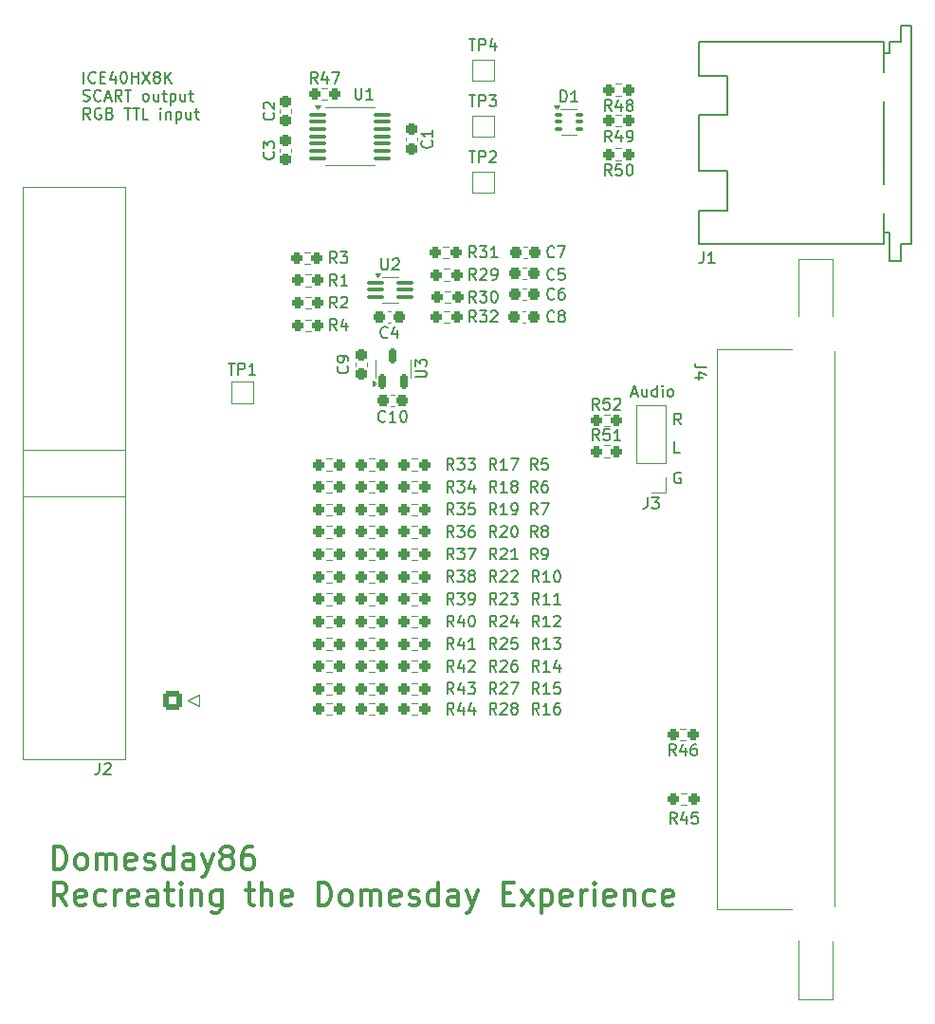
<source format=gto>
G04 #@! TF.GenerationSoftware,KiCad,Pcbnew,8.0.4+dfsg-1*
G04 #@! TF.CreationDate,2025-03-15T13:20:51+01:00*
G04 #@! TF.ProjectId,olimex-ice40-scart-header,6f6c696d-6578-42d6-9963-6534302d7363,rev?*
G04 #@! TF.SameCoordinates,Original*
G04 #@! TF.FileFunction,Legend,Top*
G04 #@! TF.FilePolarity,Positive*
%FSLAX46Y46*%
G04 Gerber Fmt 4.6, Leading zero omitted, Abs format (unit mm)*
G04 Created by KiCad (PCBNEW 8.0.4+dfsg-1) date 2025-03-15 13:20:51*
%MOMM*%
%LPD*%
G01*
G04 APERTURE LIST*
G04 Aperture macros list*
%AMRoundRect*
0 Rectangle with rounded corners*
0 $1 Rounding radius*
0 $2 $3 $4 $5 $6 $7 $8 $9 X,Y pos of 4 corners*
0 Add a 4 corners polygon primitive as box body*
4,1,4,$2,$3,$4,$5,$6,$7,$8,$9,$2,$3,0*
0 Add four circle primitives for the rounded corners*
1,1,$1+$1,$2,$3*
1,1,$1+$1,$4,$5*
1,1,$1+$1,$6,$7*
1,1,$1+$1,$8,$9*
0 Add four rect primitives between the rounded corners*
20,1,$1+$1,$2,$3,$4,$5,0*
20,1,$1+$1,$4,$5,$6,$7,0*
20,1,$1+$1,$6,$7,$8,$9,0*
20,1,$1+$1,$8,$9,$2,$3,0*%
G04 Aperture macros list end*
%ADD10C,0.150000*%
%ADD11C,0.300000*%
%ADD12C,0.120000*%
%ADD13RoundRect,0.237500X0.250000X0.237500X-0.250000X0.237500X-0.250000X-0.237500X0.250000X-0.237500X0*%
%ADD14RoundRect,0.237500X0.300000X0.237500X-0.300000X0.237500X-0.300000X-0.237500X0.300000X-0.237500X0*%
%ADD15RoundRect,0.237500X-0.250000X-0.237500X0.250000X-0.237500X0.250000X0.237500X-0.250000X0.237500X0*%
%ADD16RoundRect,0.237500X0.237500X-0.300000X0.237500X0.300000X-0.237500X0.300000X-0.237500X-0.300000X0*%
%ADD17RoundRect,0.237500X-0.300000X-0.237500X0.300000X-0.237500X0.300000X0.237500X-0.300000X0.237500X0*%
%ADD18RoundRect,0.100000X-0.650000X-0.100000X0.650000X-0.100000X0.650000X0.100000X-0.650000X0.100000X0*%
%ADD19R,1.700000X1.700000*%
%ADD20O,1.700000X1.700000*%
%ADD21C,2.500000*%
%ADD22RoundRect,0.237500X-0.237500X0.300000X-0.237500X-0.300000X0.237500X-0.300000X0.237500X0.300000X0*%
%ADD23R,2.400000X2.400000*%
%ADD24C,2.400000*%
%ADD25RoundRect,0.100000X-0.225000X-0.100000X0.225000X-0.100000X0.225000X0.100000X-0.225000X0.100000X0*%
%ADD26R,1.500000X1.500000*%
%ADD27RoundRect,0.150000X0.150000X-0.512500X0.150000X0.512500X-0.150000X0.512500X-0.150000X-0.512500X0*%
%ADD28RoundRect,0.250000X0.600000X0.600000X-0.600000X0.600000X-0.600000X-0.600000X0.600000X-0.600000X0*%
%ADD29C,1.700000*%
%ADD30RoundRect,0.100000X-0.637500X-0.100000X0.637500X-0.100000X0.637500X0.100000X-0.637500X0.100000X0*%
G04 APERTURE END LIST*
D10*
X178158207Y-73119819D02*
X177824874Y-72643628D01*
X177586779Y-73119819D02*
X177586779Y-72119819D01*
X177586779Y-72119819D02*
X177967731Y-72119819D01*
X177967731Y-72119819D02*
X178062969Y-72167438D01*
X178062969Y-72167438D02*
X178110588Y-72215057D01*
X178110588Y-72215057D02*
X178158207Y-72310295D01*
X178158207Y-72310295D02*
X178158207Y-72453152D01*
X178158207Y-72453152D02*
X178110588Y-72548390D01*
X178110588Y-72548390D02*
X178062969Y-72596009D01*
X178062969Y-72596009D02*
X177967731Y-72643628D01*
X177967731Y-72643628D02*
X177586779Y-72643628D01*
X178062969Y-75619819D02*
X177586779Y-75619819D01*
X177586779Y-75619819D02*
X177586779Y-74619819D01*
X173789160Y-70334104D02*
X174265350Y-70334104D01*
X173693922Y-70619819D02*
X174027255Y-69619819D01*
X174027255Y-69619819D02*
X174360588Y-70619819D01*
X175122493Y-69953152D02*
X175122493Y-70619819D01*
X174693922Y-69953152D02*
X174693922Y-70476961D01*
X174693922Y-70476961D02*
X174741541Y-70572200D01*
X174741541Y-70572200D02*
X174836779Y-70619819D01*
X174836779Y-70619819D02*
X174979636Y-70619819D01*
X174979636Y-70619819D02*
X175074874Y-70572200D01*
X175074874Y-70572200D02*
X175122493Y-70524580D01*
X176027255Y-70619819D02*
X176027255Y-69619819D01*
X176027255Y-70572200D02*
X175932017Y-70619819D01*
X175932017Y-70619819D02*
X175741541Y-70619819D01*
X175741541Y-70619819D02*
X175646303Y-70572200D01*
X175646303Y-70572200D02*
X175598684Y-70524580D01*
X175598684Y-70524580D02*
X175551065Y-70429342D01*
X175551065Y-70429342D02*
X175551065Y-70143628D01*
X175551065Y-70143628D02*
X175598684Y-70048390D01*
X175598684Y-70048390D02*
X175646303Y-70000771D01*
X175646303Y-70000771D02*
X175741541Y-69953152D01*
X175741541Y-69953152D02*
X175932017Y-69953152D01*
X175932017Y-69953152D02*
X176027255Y-70000771D01*
X176503446Y-70619819D02*
X176503446Y-69953152D01*
X176503446Y-69619819D02*
X176455827Y-69667438D01*
X176455827Y-69667438D02*
X176503446Y-69715057D01*
X176503446Y-69715057D02*
X176551065Y-69667438D01*
X176551065Y-69667438D02*
X176503446Y-69619819D01*
X176503446Y-69619819D02*
X176503446Y-69715057D01*
X177122493Y-70619819D02*
X177027255Y-70572200D01*
X177027255Y-70572200D02*
X176979636Y-70524580D01*
X176979636Y-70524580D02*
X176932017Y-70429342D01*
X176932017Y-70429342D02*
X176932017Y-70143628D01*
X176932017Y-70143628D02*
X176979636Y-70048390D01*
X176979636Y-70048390D02*
X177027255Y-70000771D01*
X177027255Y-70000771D02*
X177122493Y-69953152D01*
X177122493Y-69953152D02*
X177265350Y-69953152D01*
X177265350Y-69953152D02*
X177360588Y-70000771D01*
X177360588Y-70000771D02*
X177408207Y-70048390D01*
X177408207Y-70048390D02*
X177455826Y-70143628D01*
X177455826Y-70143628D02*
X177455826Y-70429342D01*
X177455826Y-70429342D02*
X177408207Y-70524580D01*
X177408207Y-70524580D02*
X177360588Y-70572200D01*
X177360588Y-70572200D02*
X177265350Y-70619819D01*
X177265350Y-70619819D02*
X177122493Y-70619819D01*
X124836779Y-42649931D02*
X124836779Y-41649931D01*
X125884397Y-42554692D02*
X125836778Y-42602312D01*
X125836778Y-42602312D02*
X125693921Y-42649931D01*
X125693921Y-42649931D02*
X125598683Y-42649931D01*
X125598683Y-42649931D02*
X125455826Y-42602312D01*
X125455826Y-42602312D02*
X125360588Y-42507073D01*
X125360588Y-42507073D02*
X125312969Y-42411835D01*
X125312969Y-42411835D02*
X125265350Y-42221359D01*
X125265350Y-42221359D02*
X125265350Y-42078502D01*
X125265350Y-42078502D02*
X125312969Y-41888026D01*
X125312969Y-41888026D02*
X125360588Y-41792788D01*
X125360588Y-41792788D02*
X125455826Y-41697550D01*
X125455826Y-41697550D02*
X125598683Y-41649931D01*
X125598683Y-41649931D02*
X125693921Y-41649931D01*
X125693921Y-41649931D02*
X125836778Y-41697550D01*
X125836778Y-41697550D02*
X125884397Y-41745169D01*
X126312969Y-42126121D02*
X126646302Y-42126121D01*
X126789159Y-42649931D02*
X126312969Y-42649931D01*
X126312969Y-42649931D02*
X126312969Y-41649931D01*
X126312969Y-41649931D02*
X126789159Y-41649931D01*
X127646302Y-41983264D02*
X127646302Y-42649931D01*
X127408207Y-41602312D02*
X127170112Y-42316597D01*
X127170112Y-42316597D02*
X127789159Y-42316597D01*
X128360588Y-41649931D02*
X128455826Y-41649931D01*
X128455826Y-41649931D02*
X128551064Y-41697550D01*
X128551064Y-41697550D02*
X128598683Y-41745169D01*
X128598683Y-41745169D02*
X128646302Y-41840407D01*
X128646302Y-41840407D02*
X128693921Y-42030883D01*
X128693921Y-42030883D02*
X128693921Y-42268978D01*
X128693921Y-42268978D02*
X128646302Y-42459454D01*
X128646302Y-42459454D02*
X128598683Y-42554692D01*
X128598683Y-42554692D02*
X128551064Y-42602312D01*
X128551064Y-42602312D02*
X128455826Y-42649931D01*
X128455826Y-42649931D02*
X128360588Y-42649931D01*
X128360588Y-42649931D02*
X128265350Y-42602312D01*
X128265350Y-42602312D02*
X128217731Y-42554692D01*
X128217731Y-42554692D02*
X128170112Y-42459454D01*
X128170112Y-42459454D02*
X128122493Y-42268978D01*
X128122493Y-42268978D02*
X128122493Y-42030883D01*
X128122493Y-42030883D02*
X128170112Y-41840407D01*
X128170112Y-41840407D02*
X128217731Y-41745169D01*
X128217731Y-41745169D02*
X128265350Y-41697550D01*
X128265350Y-41697550D02*
X128360588Y-41649931D01*
X129122493Y-42649931D02*
X129122493Y-41649931D01*
X129122493Y-42126121D02*
X129693921Y-42126121D01*
X129693921Y-42649931D02*
X129693921Y-41649931D01*
X130074874Y-41649931D02*
X130741540Y-42649931D01*
X130741540Y-41649931D02*
X130074874Y-42649931D01*
X131265350Y-42078502D02*
X131170112Y-42030883D01*
X131170112Y-42030883D02*
X131122493Y-41983264D01*
X131122493Y-41983264D02*
X131074874Y-41888026D01*
X131074874Y-41888026D02*
X131074874Y-41840407D01*
X131074874Y-41840407D02*
X131122493Y-41745169D01*
X131122493Y-41745169D02*
X131170112Y-41697550D01*
X131170112Y-41697550D02*
X131265350Y-41649931D01*
X131265350Y-41649931D02*
X131455826Y-41649931D01*
X131455826Y-41649931D02*
X131551064Y-41697550D01*
X131551064Y-41697550D02*
X131598683Y-41745169D01*
X131598683Y-41745169D02*
X131646302Y-41840407D01*
X131646302Y-41840407D02*
X131646302Y-41888026D01*
X131646302Y-41888026D02*
X131598683Y-41983264D01*
X131598683Y-41983264D02*
X131551064Y-42030883D01*
X131551064Y-42030883D02*
X131455826Y-42078502D01*
X131455826Y-42078502D02*
X131265350Y-42078502D01*
X131265350Y-42078502D02*
X131170112Y-42126121D01*
X131170112Y-42126121D02*
X131122493Y-42173740D01*
X131122493Y-42173740D02*
X131074874Y-42268978D01*
X131074874Y-42268978D02*
X131074874Y-42459454D01*
X131074874Y-42459454D02*
X131122493Y-42554692D01*
X131122493Y-42554692D02*
X131170112Y-42602312D01*
X131170112Y-42602312D02*
X131265350Y-42649931D01*
X131265350Y-42649931D02*
X131455826Y-42649931D01*
X131455826Y-42649931D02*
X131551064Y-42602312D01*
X131551064Y-42602312D02*
X131598683Y-42554692D01*
X131598683Y-42554692D02*
X131646302Y-42459454D01*
X131646302Y-42459454D02*
X131646302Y-42268978D01*
X131646302Y-42268978D02*
X131598683Y-42173740D01*
X131598683Y-42173740D02*
X131551064Y-42126121D01*
X131551064Y-42126121D02*
X131455826Y-42078502D01*
X132074874Y-42649931D02*
X132074874Y-41649931D01*
X132646302Y-42649931D02*
X132217731Y-42078502D01*
X132646302Y-41649931D02*
X132074874Y-42221359D01*
X124789160Y-44212256D02*
X124932017Y-44259875D01*
X124932017Y-44259875D02*
X125170112Y-44259875D01*
X125170112Y-44259875D02*
X125265350Y-44212256D01*
X125265350Y-44212256D02*
X125312969Y-44164636D01*
X125312969Y-44164636D02*
X125360588Y-44069398D01*
X125360588Y-44069398D02*
X125360588Y-43974160D01*
X125360588Y-43974160D02*
X125312969Y-43878922D01*
X125312969Y-43878922D02*
X125265350Y-43831303D01*
X125265350Y-43831303D02*
X125170112Y-43783684D01*
X125170112Y-43783684D02*
X124979636Y-43736065D01*
X124979636Y-43736065D02*
X124884398Y-43688446D01*
X124884398Y-43688446D02*
X124836779Y-43640827D01*
X124836779Y-43640827D02*
X124789160Y-43545589D01*
X124789160Y-43545589D02*
X124789160Y-43450351D01*
X124789160Y-43450351D02*
X124836779Y-43355113D01*
X124836779Y-43355113D02*
X124884398Y-43307494D01*
X124884398Y-43307494D02*
X124979636Y-43259875D01*
X124979636Y-43259875D02*
X125217731Y-43259875D01*
X125217731Y-43259875D02*
X125360588Y-43307494D01*
X126360588Y-44164636D02*
X126312969Y-44212256D01*
X126312969Y-44212256D02*
X126170112Y-44259875D01*
X126170112Y-44259875D02*
X126074874Y-44259875D01*
X126074874Y-44259875D02*
X125932017Y-44212256D01*
X125932017Y-44212256D02*
X125836779Y-44117017D01*
X125836779Y-44117017D02*
X125789160Y-44021779D01*
X125789160Y-44021779D02*
X125741541Y-43831303D01*
X125741541Y-43831303D02*
X125741541Y-43688446D01*
X125741541Y-43688446D02*
X125789160Y-43497970D01*
X125789160Y-43497970D02*
X125836779Y-43402732D01*
X125836779Y-43402732D02*
X125932017Y-43307494D01*
X125932017Y-43307494D02*
X126074874Y-43259875D01*
X126074874Y-43259875D02*
X126170112Y-43259875D01*
X126170112Y-43259875D02*
X126312969Y-43307494D01*
X126312969Y-43307494D02*
X126360588Y-43355113D01*
X126741541Y-43974160D02*
X127217731Y-43974160D01*
X126646303Y-44259875D02*
X126979636Y-43259875D01*
X126979636Y-43259875D02*
X127312969Y-44259875D01*
X128217731Y-44259875D02*
X127884398Y-43783684D01*
X127646303Y-44259875D02*
X127646303Y-43259875D01*
X127646303Y-43259875D02*
X128027255Y-43259875D01*
X128027255Y-43259875D02*
X128122493Y-43307494D01*
X128122493Y-43307494D02*
X128170112Y-43355113D01*
X128170112Y-43355113D02*
X128217731Y-43450351D01*
X128217731Y-43450351D02*
X128217731Y-43593208D01*
X128217731Y-43593208D02*
X128170112Y-43688446D01*
X128170112Y-43688446D02*
X128122493Y-43736065D01*
X128122493Y-43736065D02*
X128027255Y-43783684D01*
X128027255Y-43783684D02*
X127646303Y-43783684D01*
X128503446Y-43259875D02*
X129074874Y-43259875D01*
X128789160Y-44259875D02*
X128789160Y-43259875D01*
X130312970Y-44259875D02*
X130217732Y-44212256D01*
X130217732Y-44212256D02*
X130170113Y-44164636D01*
X130170113Y-44164636D02*
X130122494Y-44069398D01*
X130122494Y-44069398D02*
X130122494Y-43783684D01*
X130122494Y-43783684D02*
X130170113Y-43688446D01*
X130170113Y-43688446D02*
X130217732Y-43640827D01*
X130217732Y-43640827D02*
X130312970Y-43593208D01*
X130312970Y-43593208D02*
X130455827Y-43593208D01*
X130455827Y-43593208D02*
X130551065Y-43640827D01*
X130551065Y-43640827D02*
X130598684Y-43688446D01*
X130598684Y-43688446D02*
X130646303Y-43783684D01*
X130646303Y-43783684D02*
X130646303Y-44069398D01*
X130646303Y-44069398D02*
X130598684Y-44164636D01*
X130598684Y-44164636D02*
X130551065Y-44212256D01*
X130551065Y-44212256D02*
X130455827Y-44259875D01*
X130455827Y-44259875D02*
X130312970Y-44259875D01*
X131503446Y-43593208D02*
X131503446Y-44259875D01*
X131074875Y-43593208D02*
X131074875Y-44117017D01*
X131074875Y-44117017D02*
X131122494Y-44212256D01*
X131122494Y-44212256D02*
X131217732Y-44259875D01*
X131217732Y-44259875D02*
X131360589Y-44259875D01*
X131360589Y-44259875D02*
X131455827Y-44212256D01*
X131455827Y-44212256D02*
X131503446Y-44164636D01*
X131836780Y-43593208D02*
X132217732Y-43593208D01*
X131979637Y-43259875D02*
X131979637Y-44117017D01*
X131979637Y-44117017D02*
X132027256Y-44212256D01*
X132027256Y-44212256D02*
X132122494Y-44259875D01*
X132122494Y-44259875D02*
X132217732Y-44259875D01*
X132551066Y-43593208D02*
X132551066Y-44593208D01*
X132551066Y-43640827D02*
X132646304Y-43593208D01*
X132646304Y-43593208D02*
X132836780Y-43593208D01*
X132836780Y-43593208D02*
X132932018Y-43640827D01*
X132932018Y-43640827D02*
X132979637Y-43688446D01*
X132979637Y-43688446D02*
X133027256Y-43783684D01*
X133027256Y-43783684D02*
X133027256Y-44069398D01*
X133027256Y-44069398D02*
X132979637Y-44164636D01*
X132979637Y-44164636D02*
X132932018Y-44212256D01*
X132932018Y-44212256D02*
X132836780Y-44259875D01*
X132836780Y-44259875D02*
X132646304Y-44259875D01*
X132646304Y-44259875D02*
X132551066Y-44212256D01*
X133884399Y-43593208D02*
X133884399Y-44259875D01*
X133455828Y-43593208D02*
X133455828Y-44117017D01*
X133455828Y-44117017D02*
X133503447Y-44212256D01*
X133503447Y-44212256D02*
X133598685Y-44259875D01*
X133598685Y-44259875D02*
X133741542Y-44259875D01*
X133741542Y-44259875D02*
X133836780Y-44212256D01*
X133836780Y-44212256D02*
X133884399Y-44164636D01*
X134217733Y-43593208D02*
X134598685Y-43593208D01*
X134360590Y-43259875D02*
X134360590Y-44117017D01*
X134360590Y-44117017D02*
X134408209Y-44212256D01*
X134408209Y-44212256D02*
X134503447Y-44259875D01*
X134503447Y-44259875D02*
X134598685Y-44259875D01*
X125408207Y-45869819D02*
X125074874Y-45393628D01*
X124836779Y-45869819D02*
X124836779Y-44869819D01*
X124836779Y-44869819D02*
X125217731Y-44869819D01*
X125217731Y-44869819D02*
X125312969Y-44917438D01*
X125312969Y-44917438D02*
X125360588Y-44965057D01*
X125360588Y-44965057D02*
X125408207Y-45060295D01*
X125408207Y-45060295D02*
X125408207Y-45203152D01*
X125408207Y-45203152D02*
X125360588Y-45298390D01*
X125360588Y-45298390D02*
X125312969Y-45346009D01*
X125312969Y-45346009D02*
X125217731Y-45393628D01*
X125217731Y-45393628D02*
X124836779Y-45393628D01*
X126360588Y-44917438D02*
X126265350Y-44869819D01*
X126265350Y-44869819D02*
X126122493Y-44869819D01*
X126122493Y-44869819D02*
X125979636Y-44917438D01*
X125979636Y-44917438D02*
X125884398Y-45012676D01*
X125884398Y-45012676D02*
X125836779Y-45107914D01*
X125836779Y-45107914D02*
X125789160Y-45298390D01*
X125789160Y-45298390D02*
X125789160Y-45441247D01*
X125789160Y-45441247D02*
X125836779Y-45631723D01*
X125836779Y-45631723D02*
X125884398Y-45726961D01*
X125884398Y-45726961D02*
X125979636Y-45822200D01*
X125979636Y-45822200D02*
X126122493Y-45869819D01*
X126122493Y-45869819D02*
X126217731Y-45869819D01*
X126217731Y-45869819D02*
X126360588Y-45822200D01*
X126360588Y-45822200D02*
X126408207Y-45774580D01*
X126408207Y-45774580D02*
X126408207Y-45441247D01*
X126408207Y-45441247D02*
X126217731Y-45441247D01*
X127170112Y-45346009D02*
X127312969Y-45393628D01*
X127312969Y-45393628D02*
X127360588Y-45441247D01*
X127360588Y-45441247D02*
X127408207Y-45536485D01*
X127408207Y-45536485D02*
X127408207Y-45679342D01*
X127408207Y-45679342D02*
X127360588Y-45774580D01*
X127360588Y-45774580D02*
X127312969Y-45822200D01*
X127312969Y-45822200D02*
X127217731Y-45869819D01*
X127217731Y-45869819D02*
X126836779Y-45869819D01*
X126836779Y-45869819D02*
X126836779Y-44869819D01*
X126836779Y-44869819D02*
X127170112Y-44869819D01*
X127170112Y-44869819D02*
X127265350Y-44917438D01*
X127265350Y-44917438D02*
X127312969Y-44965057D01*
X127312969Y-44965057D02*
X127360588Y-45060295D01*
X127360588Y-45060295D02*
X127360588Y-45155533D01*
X127360588Y-45155533D02*
X127312969Y-45250771D01*
X127312969Y-45250771D02*
X127265350Y-45298390D01*
X127265350Y-45298390D02*
X127170112Y-45346009D01*
X127170112Y-45346009D02*
X126836779Y-45346009D01*
X128455827Y-44869819D02*
X129027255Y-44869819D01*
X128741541Y-45869819D02*
X128741541Y-44869819D01*
X129217732Y-44869819D02*
X129789160Y-44869819D01*
X129503446Y-45869819D02*
X129503446Y-44869819D01*
X130598684Y-45869819D02*
X130122494Y-45869819D01*
X130122494Y-45869819D02*
X130122494Y-44869819D01*
X131693923Y-45869819D02*
X131693923Y-45203152D01*
X131693923Y-44869819D02*
X131646304Y-44917438D01*
X131646304Y-44917438D02*
X131693923Y-44965057D01*
X131693923Y-44965057D02*
X131741542Y-44917438D01*
X131741542Y-44917438D02*
X131693923Y-44869819D01*
X131693923Y-44869819D02*
X131693923Y-44965057D01*
X132170113Y-45203152D02*
X132170113Y-45869819D01*
X132170113Y-45298390D02*
X132217732Y-45250771D01*
X132217732Y-45250771D02*
X132312970Y-45203152D01*
X132312970Y-45203152D02*
X132455827Y-45203152D01*
X132455827Y-45203152D02*
X132551065Y-45250771D01*
X132551065Y-45250771D02*
X132598684Y-45346009D01*
X132598684Y-45346009D02*
X132598684Y-45869819D01*
X133074875Y-45203152D02*
X133074875Y-46203152D01*
X133074875Y-45250771D02*
X133170113Y-45203152D01*
X133170113Y-45203152D02*
X133360589Y-45203152D01*
X133360589Y-45203152D02*
X133455827Y-45250771D01*
X133455827Y-45250771D02*
X133503446Y-45298390D01*
X133503446Y-45298390D02*
X133551065Y-45393628D01*
X133551065Y-45393628D02*
X133551065Y-45679342D01*
X133551065Y-45679342D02*
X133503446Y-45774580D01*
X133503446Y-45774580D02*
X133455827Y-45822200D01*
X133455827Y-45822200D02*
X133360589Y-45869819D01*
X133360589Y-45869819D02*
X133170113Y-45869819D01*
X133170113Y-45869819D02*
X133074875Y-45822200D01*
X134408208Y-45203152D02*
X134408208Y-45869819D01*
X133979637Y-45203152D02*
X133979637Y-45726961D01*
X133979637Y-45726961D02*
X134027256Y-45822200D01*
X134027256Y-45822200D02*
X134122494Y-45869819D01*
X134122494Y-45869819D02*
X134265351Y-45869819D01*
X134265351Y-45869819D02*
X134360589Y-45822200D01*
X134360589Y-45822200D02*
X134408208Y-45774580D01*
X134741542Y-45203152D02*
X135122494Y-45203152D01*
X134884399Y-44869819D02*
X134884399Y-45726961D01*
X134884399Y-45726961D02*
X134932018Y-45822200D01*
X134932018Y-45822200D02*
X135027256Y-45869819D01*
X135027256Y-45869819D02*
X135122494Y-45869819D01*
D11*
X122173558Y-112769750D02*
X122173558Y-110769750D01*
X122173558Y-110769750D02*
X122649748Y-110769750D01*
X122649748Y-110769750D02*
X122935463Y-110864988D01*
X122935463Y-110864988D02*
X123125939Y-111055464D01*
X123125939Y-111055464D02*
X123221177Y-111245940D01*
X123221177Y-111245940D02*
X123316415Y-111626892D01*
X123316415Y-111626892D02*
X123316415Y-111912607D01*
X123316415Y-111912607D02*
X123221177Y-112293559D01*
X123221177Y-112293559D02*
X123125939Y-112484035D01*
X123125939Y-112484035D02*
X122935463Y-112674512D01*
X122935463Y-112674512D02*
X122649748Y-112769750D01*
X122649748Y-112769750D02*
X122173558Y-112769750D01*
X124459272Y-112769750D02*
X124268796Y-112674512D01*
X124268796Y-112674512D02*
X124173558Y-112579273D01*
X124173558Y-112579273D02*
X124078320Y-112388797D01*
X124078320Y-112388797D02*
X124078320Y-111817369D01*
X124078320Y-111817369D02*
X124173558Y-111626892D01*
X124173558Y-111626892D02*
X124268796Y-111531654D01*
X124268796Y-111531654D02*
X124459272Y-111436416D01*
X124459272Y-111436416D02*
X124744987Y-111436416D01*
X124744987Y-111436416D02*
X124935463Y-111531654D01*
X124935463Y-111531654D02*
X125030701Y-111626892D01*
X125030701Y-111626892D02*
X125125939Y-111817369D01*
X125125939Y-111817369D02*
X125125939Y-112388797D01*
X125125939Y-112388797D02*
X125030701Y-112579273D01*
X125030701Y-112579273D02*
X124935463Y-112674512D01*
X124935463Y-112674512D02*
X124744987Y-112769750D01*
X124744987Y-112769750D02*
X124459272Y-112769750D01*
X125983082Y-112769750D02*
X125983082Y-111436416D01*
X125983082Y-111626892D02*
X126078320Y-111531654D01*
X126078320Y-111531654D02*
X126268796Y-111436416D01*
X126268796Y-111436416D02*
X126554511Y-111436416D01*
X126554511Y-111436416D02*
X126744987Y-111531654D01*
X126744987Y-111531654D02*
X126840225Y-111722131D01*
X126840225Y-111722131D02*
X126840225Y-112769750D01*
X126840225Y-111722131D02*
X126935463Y-111531654D01*
X126935463Y-111531654D02*
X127125939Y-111436416D01*
X127125939Y-111436416D02*
X127411653Y-111436416D01*
X127411653Y-111436416D02*
X127602130Y-111531654D01*
X127602130Y-111531654D02*
X127697368Y-111722131D01*
X127697368Y-111722131D02*
X127697368Y-112769750D01*
X129411654Y-112674512D02*
X129221178Y-112769750D01*
X129221178Y-112769750D02*
X128840225Y-112769750D01*
X128840225Y-112769750D02*
X128649749Y-112674512D01*
X128649749Y-112674512D02*
X128554511Y-112484035D01*
X128554511Y-112484035D02*
X128554511Y-111722131D01*
X128554511Y-111722131D02*
X128649749Y-111531654D01*
X128649749Y-111531654D02*
X128840225Y-111436416D01*
X128840225Y-111436416D02*
X129221178Y-111436416D01*
X129221178Y-111436416D02*
X129411654Y-111531654D01*
X129411654Y-111531654D02*
X129506892Y-111722131D01*
X129506892Y-111722131D02*
X129506892Y-111912607D01*
X129506892Y-111912607D02*
X128554511Y-112103083D01*
X130268797Y-112674512D02*
X130459273Y-112769750D01*
X130459273Y-112769750D02*
X130840225Y-112769750D01*
X130840225Y-112769750D02*
X131030702Y-112674512D01*
X131030702Y-112674512D02*
X131125940Y-112484035D01*
X131125940Y-112484035D02*
X131125940Y-112388797D01*
X131125940Y-112388797D02*
X131030702Y-112198321D01*
X131030702Y-112198321D02*
X130840225Y-112103083D01*
X130840225Y-112103083D02*
X130554511Y-112103083D01*
X130554511Y-112103083D02*
X130364035Y-112007845D01*
X130364035Y-112007845D02*
X130268797Y-111817369D01*
X130268797Y-111817369D02*
X130268797Y-111722131D01*
X130268797Y-111722131D02*
X130364035Y-111531654D01*
X130364035Y-111531654D02*
X130554511Y-111436416D01*
X130554511Y-111436416D02*
X130840225Y-111436416D01*
X130840225Y-111436416D02*
X131030702Y-111531654D01*
X132840226Y-112769750D02*
X132840226Y-110769750D01*
X132840226Y-112674512D02*
X132649750Y-112769750D01*
X132649750Y-112769750D02*
X132268797Y-112769750D01*
X132268797Y-112769750D02*
X132078321Y-112674512D01*
X132078321Y-112674512D02*
X131983083Y-112579273D01*
X131983083Y-112579273D02*
X131887845Y-112388797D01*
X131887845Y-112388797D02*
X131887845Y-111817369D01*
X131887845Y-111817369D02*
X131983083Y-111626892D01*
X131983083Y-111626892D02*
X132078321Y-111531654D01*
X132078321Y-111531654D02*
X132268797Y-111436416D01*
X132268797Y-111436416D02*
X132649750Y-111436416D01*
X132649750Y-111436416D02*
X132840226Y-111531654D01*
X134649750Y-112769750D02*
X134649750Y-111722131D01*
X134649750Y-111722131D02*
X134554512Y-111531654D01*
X134554512Y-111531654D02*
X134364036Y-111436416D01*
X134364036Y-111436416D02*
X133983083Y-111436416D01*
X133983083Y-111436416D02*
X133792607Y-111531654D01*
X134649750Y-112674512D02*
X134459274Y-112769750D01*
X134459274Y-112769750D02*
X133983083Y-112769750D01*
X133983083Y-112769750D02*
X133792607Y-112674512D01*
X133792607Y-112674512D02*
X133697369Y-112484035D01*
X133697369Y-112484035D02*
X133697369Y-112293559D01*
X133697369Y-112293559D02*
X133792607Y-112103083D01*
X133792607Y-112103083D02*
X133983083Y-112007845D01*
X133983083Y-112007845D02*
X134459274Y-112007845D01*
X134459274Y-112007845D02*
X134649750Y-111912607D01*
X135411655Y-111436416D02*
X135887845Y-112769750D01*
X136364036Y-111436416D02*
X135887845Y-112769750D01*
X135887845Y-112769750D02*
X135697369Y-113245940D01*
X135697369Y-113245940D02*
X135602131Y-113341178D01*
X135602131Y-113341178D02*
X135411655Y-113436416D01*
X137411655Y-111626892D02*
X137221179Y-111531654D01*
X137221179Y-111531654D02*
X137125941Y-111436416D01*
X137125941Y-111436416D02*
X137030703Y-111245940D01*
X137030703Y-111245940D02*
X137030703Y-111150702D01*
X137030703Y-111150702D02*
X137125941Y-110960226D01*
X137125941Y-110960226D02*
X137221179Y-110864988D01*
X137221179Y-110864988D02*
X137411655Y-110769750D01*
X137411655Y-110769750D02*
X137792608Y-110769750D01*
X137792608Y-110769750D02*
X137983084Y-110864988D01*
X137983084Y-110864988D02*
X138078322Y-110960226D01*
X138078322Y-110960226D02*
X138173560Y-111150702D01*
X138173560Y-111150702D02*
X138173560Y-111245940D01*
X138173560Y-111245940D02*
X138078322Y-111436416D01*
X138078322Y-111436416D02*
X137983084Y-111531654D01*
X137983084Y-111531654D02*
X137792608Y-111626892D01*
X137792608Y-111626892D02*
X137411655Y-111626892D01*
X137411655Y-111626892D02*
X137221179Y-111722131D01*
X137221179Y-111722131D02*
X137125941Y-111817369D01*
X137125941Y-111817369D02*
X137030703Y-112007845D01*
X137030703Y-112007845D02*
X137030703Y-112388797D01*
X137030703Y-112388797D02*
X137125941Y-112579273D01*
X137125941Y-112579273D02*
X137221179Y-112674512D01*
X137221179Y-112674512D02*
X137411655Y-112769750D01*
X137411655Y-112769750D02*
X137792608Y-112769750D01*
X137792608Y-112769750D02*
X137983084Y-112674512D01*
X137983084Y-112674512D02*
X138078322Y-112579273D01*
X138078322Y-112579273D02*
X138173560Y-112388797D01*
X138173560Y-112388797D02*
X138173560Y-112007845D01*
X138173560Y-112007845D02*
X138078322Y-111817369D01*
X138078322Y-111817369D02*
X137983084Y-111722131D01*
X137983084Y-111722131D02*
X137792608Y-111626892D01*
X139887846Y-110769750D02*
X139506893Y-110769750D01*
X139506893Y-110769750D02*
X139316417Y-110864988D01*
X139316417Y-110864988D02*
X139221179Y-110960226D01*
X139221179Y-110960226D02*
X139030703Y-111245940D01*
X139030703Y-111245940D02*
X138935465Y-111626892D01*
X138935465Y-111626892D02*
X138935465Y-112388797D01*
X138935465Y-112388797D02*
X139030703Y-112579273D01*
X139030703Y-112579273D02*
X139125941Y-112674512D01*
X139125941Y-112674512D02*
X139316417Y-112769750D01*
X139316417Y-112769750D02*
X139697370Y-112769750D01*
X139697370Y-112769750D02*
X139887846Y-112674512D01*
X139887846Y-112674512D02*
X139983084Y-112579273D01*
X139983084Y-112579273D02*
X140078322Y-112388797D01*
X140078322Y-112388797D02*
X140078322Y-111912607D01*
X140078322Y-111912607D02*
X139983084Y-111722131D01*
X139983084Y-111722131D02*
X139887846Y-111626892D01*
X139887846Y-111626892D02*
X139697370Y-111531654D01*
X139697370Y-111531654D02*
X139316417Y-111531654D01*
X139316417Y-111531654D02*
X139125941Y-111626892D01*
X139125941Y-111626892D02*
X139030703Y-111722131D01*
X139030703Y-111722131D02*
X138935465Y-111912607D01*
X123316415Y-115989638D02*
X122649748Y-115037257D01*
X122173558Y-115989638D02*
X122173558Y-113989638D01*
X122173558Y-113989638D02*
X122935463Y-113989638D01*
X122935463Y-113989638D02*
X123125939Y-114084876D01*
X123125939Y-114084876D02*
X123221177Y-114180114D01*
X123221177Y-114180114D02*
X123316415Y-114370590D01*
X123316415Y-114370590D02*
X123316415Y-114656304D01*
X123316415Y-114656304D02*
X123221177Y-114846780D01*
X123221177Y-114846780D02*
X123125939Y-114942019D01*
X123125939Y-114942019D02*
X122935463Y-115037257D01*
X122935463Y-115037257D02*
X122173558Y-115037257D01*
X124935463Y-115894400D02*
X124744987Y-115989638D01*
X124744987Y-115989638D02*
X124364034Y-115989638D01*
X124364034Y-115989638D02*
X124173558Y-115894400D01*
X124173558Y-115894400D02*
X124078320Y-115703923D01*
X124078320Y-115703923D02*
X124078320Y-114942019D01*
X124078320Y-114942019D02*
X124173558Y-114751542D01*
X124173558Y-114751542D02*
X124364034Y-114656304D01*
X124364034Y-114656304D02*
X124744987Y-114656304D01*
X124744987Y-114656304D02*
X124935463Y-114751542D01*
X124935463Y-114751542D02*
X125030701Y-114942019D01*
X125030701Y-114942019D02*
X125030701Y-115132495D01*
X125030701Y-115132495D02*
X124078320Y-115322971D01*
X126744987Y-115894400D02*
X126554511Y-115989638D01*
X126554511Y-115989638D02*
X126173558Y-115989638D01*
X126173558Y-115989638D02*
X125983082Y-115894400D01*
X125983082Y-115894400D02*
X125887844Y-115799161D01*
X125887844Y-115799161D02*
X125792606Y-115608685D01*
X125792606Y-115608685D02*
X125792606Y-115037257D01*
X125792606Y-115037257D02*
X125887844Y-114846780D01*
X125887844Y-114846780D02*
X125983082Y-114751542D01*
X125983082Y-114751542D02*
X126173558Y-114656304D01*
X126173558Y-114656304D02*
X126554511Y-114656304D01*
X126554511Y-114656304D02*
X126744987Y-114751542D01*
X127602130Y-115989638D02*
X127602130Y-114656304D01*
X127602130Y-115037257D02*
X127697368Y-114846780D01*
X127697368Y-114846780D02*
X127792606Y-114751542D01*
X127792606Y-114751542D02*
X127983082Y-114656304D01*
X127983082Y-114656304D02*
X128173559Y-114656304D01*
X129602130Y-115894400D02*
X129411654Y-115989638D01*
X129411654Y-115989638D02*
X129030701Y-115989638D01*
X129030701Y-115989638D02*
X128840225Y-115894400D01*
X128840225Y-115894400D02*
X128744987Y-115703923D01*
X128744987Y-115703923D02*
X128744987Y-114942019D01*
X128744987Y-114942019D02*
X128840225Y-114751542D01*
X128840225Y-114751542D02*
X129030701Y-114656304D01*
X129030701Y-114656304D02*
X129411654Y-114656304D01*
X129411654Y-114656304D02*
X129602130Y-114751542D01*
X129602130Y-114751542D02*
X129697368Y-114942019D01*
X129697368Y-114942019D02*
X129697368Y-115132495D01*
X129697368Y-115132495D02*
X128744987Y-115322971D01*
X131411654Y-115989638D02*
X131411654Y-114942019D01*
X131411654Y-114942019D02*
X131316416Y-114751542D01*
X131316416Y-114751542D02*
X131125940Y-114656304D01*
X131125940Y-114656304D02*
X130744987Y-114656304D01*
X130744987Y-114656304D02*
X130554511Y-114751542D01*
X131411654Y-115894400D02*
X131221178Y-115989638D01*
X131221178Y-115989638D02*
X130744987Y-115989638D01*
X130744987Y-115989638D02*
X130554511Y-115894400D01*
X130554511Y-115894400D02*
X130459273Y-115703923D01*
X130459273Y-115703923D02*
X130459273Y-115513447D01*
X130459273Y-115513447D02*
X130554511Y-115322971D01*
X130554511Y-115322971D02*
X130744987Y-115227733D01*
X130744987Y-115227733D02*
X131221178Y-115227733D01*
X131221178Y-115227733D02*
X131411654Y-115132495D01*
X132078321Y-114656304D02*
X132840225Y-114656304D01*
X132364035Y-113989638D02*
X132364035Y-115703923D01*
X132364035Y-115703923D02*
X132459273Y-115894400D01*
X132459273Y-115894400D02*
X132649749Y-115989638D01*
X132649749Y-115989638D02*
X132840225Y-115989638D01*
X133506892Y-115989638D02*
X133506892Y-114656304D01*
X133506892Y-113989638D02*
X133411654Y-114084876D01*
X133411654Y-114084876D02*
X133506892Y-114180114D01*
X133506892Y-114180114D02*
X133602130Y-114084876D01*
X133602130Y-114084876D02*
X133506892Y-113989638D01*
X133506892Y-113989638D02*
X133506892Y-114180114D01*
X134459273Y-114656304D02*
X134459273Y-115989638D01*
X134459273Y-114846780D02*
X134554511Y-114751542D01*
X134554511Y-114751542D02*
X134744987Y-114656304D01*
X134744987Y-114656304D02*
X135030702Y-114656304D01*
X135030702Y-114656304D02*
X135221178Y-114751542D01*
X135221178Y-114751542D02*
X135316416Y-114942019D01*
X135316416Y-114942019D02*
X135316416Y-115989638D01*
X137125940Y-114656304D02*
X137125940Y-116275352D01*
X137125940Y-116275352D02*
X137030702Y-116465828D01*
X137030702Y-116465828D02*
X136935464Y-116561066D01*
X136935464Y-116561066D02*
X136744987Y-116656304D01*
X136744987Y-116656304D02*
X136459273Y-116656304D01*
X136459273Y-116656304D02*
X136268797Y-116561066D01*
X137125940Y-115894400D02*
X136935464Y-115989638D01*
X136935464Y-115989638D02*
X136554511Y-115989638D01*
X136554511Y-115989638D02*
X136364035Y-115894400D01*
X136364035Y-115894400D02*
X136268797Y-115799161D01*
X136268797Y-115799161D02*
X136173559Y-115608685D01*
X136173559Y-115608685D02*
X136173559Y-115037257D01*
X136173559Y-115037257D02*
X136268797Y-114846780D01*
X136268797Y-114846780D02*
X136364035Y-114751542D01*
X136364035Y-114751542D02*
X136554511Y-114656304D01*
X136554511Y-114656304D02*
X136935464Y-114656304D01*
X136935464Y-114656304D02*
X137125940Y-114751542D01*
X139316417Y-114656304D02*
X140078321Y-114656304D01*
X139602131Y-113989638D02*
X139602131Y-115703923D01*
X139602131Y-115703923D02*
X139697369Y-115894400D01*
X139697369Y-115894400D02*
X139887845Y-115989638D01*
X139887845Y-115989638D02*
X140078321Y-115989638D01*
X140744988Y-115989638D02*
X140744988Y-113989638D01*
X141602131Y-115989638D02*
X141602131Y-114942019D01*
X141602131Y-114942019D02*
X141506893Y-114751542D01*
X141506893Y-114751542D02*
X141316417Y-114656304D01*
X141316417Y-114656304D02*
X141030702Y-114656304D01*
X141030702Y-114656304D02*
X140840226Y-114751542D01*
X140840226Y-114751542D02*
X140744988Y-114846780D01*
X143316417Y-115894400D02*
X143125941Y-115989638D01*
X143125941Y-115989638D02*
X142744988Y-115989638D01*
X142744988Y-115989638D02*
X142554512Y-115894400D01*
X142554512Y-115894400D02*
X142459274Y-115703923D01*
X142459274Y-115703923D02*
X142459274Y-114942019D01*
X142459274Y-114942019D02*
X142554512Y-114751542D01*
X142554512Y-114751542D02*
X142744988Y-114656304D01*
X142744988Y-114656304D02*
X143125941Y-114656304D01*
X143125941Y-114656304D02*
X143316417Y-114751542D01*
X143316417Y-114751542D02*
X143411655Y-114942019D01*
X143411655Y-114942019D02*
X143411655Y-115132495D01*
X143411655Y-115132495D02*
X142459274Y-115322971D01*
X145792608Y-115989638D02*
X145792608Y-113989638D01*
X145792608Y-113989638D02*
X146268798Y-113989638D01*
X146268798Y-113989638D02*
X146554513Y-114084876D01*
X146554513Y-114084876D02*
X146744989Y-114275352D01*
X146744989Y-114275352D02*
X146840227Y-114465828D01*
X146840227Y-114465828D02*
X146935465Y-114846780D01*
X146935465Y-114846780D02*
X146935465Y-115132495D01*
X146935465Y-115132495D02*
X146840227Y-115513447D01*
X146840227Y-115513447D02*
X146744989Y-115703923D01*
X146744989Y-115703923D02*
X146554513Y-115894400D01*
X146554513Y-115894400D02*
X146268798Y-115989638D01*
X146268798Y-115989638D02*
X145792608Y-115989638D01*
X148078322Y-115989638D02*
X147887846Y-115894400D01*
X147887846Y-115894400D02*
X147792608Y-115799161D01*
X147792608Y-115799161D02*
X147697370Y-115608685D01*
X147697370Y-115608685D02*
X147697370Y-115037257D01*
X147697370Y-115037257D02*
X147792608Y-114846780D01*
X147792608Y-114846780D02*
X147887846Y-114751542D01*
X147887846Y-114751542D02*
X148078322Y-114656304D01*
X148078322Y-114656304D02*
X148364037Y-114656304D01*
X148364037Y-114656304D02*
X148554513Y-114751542D01*
X148554513Y-114751542D02*
X148649751Y-114846780D01*
X148649751Y-114846780D02*
X148744989Y-115037257D01*
X148744989Y-115037257D02*
X148744989Y-115608685D01*
X148744989Y-115608685D02*
X148649751Y-115799161D01*
X148649751Y-115799161D02*
X148554513Y-115894400D01*
X148554513Y-115894400D02*
X148364037Y-115989638D01*
X148364037Y-115989638D02*
X148078322Y-115989638D01*
X149602132Y-115989638D02*
X149602132Y-114656304D01*
X149602132Y-114846780D02*
X149697370Y-114751542D01*
X149697370Y-114751542D02*
X149887846Y-114656304D01*
X149887846Y-114656304D02*
X150173561Y-114656304D01*
X150173561Y-114656304D02*
X150364037Y-114751542D01*
X150364037Y-114751542D02*
X150459275Y-114942019D01*
X150459275Y-114942019D02*
X150459275Y-115989638D01*
X150459275Y-114942019D02*
X150554513Y-114751542D01*
X150554513Y-114751542D02*
X150744989Y-114656304D01*
X150744989Y-114656304D02*
X151030703Y-114656304D01*
X151030703Y-114656304D02*
X151221180Y-114751542D01*
X151221180Y-114751542D02*
X151316418Y-114942019D01*
X151316418Y-114942019D02*
X151316418Y-115989638D01*
X153030704Y-115894400D02*
X152840228Y-115989638D01*
X152840228Y-115989638D02*
X152459275Y-115989638D01*
X152459275Y-115989638D02*
X152268799Y-115894400D01*
X152268799Y-115894400D02*
X152173561Y-115703923D01*
X152173561Y-115703923D02*
X152173561Y-114942019D01*
X152173561Y-114942019D02*
X152268799Y-114751542D01*
X152268799Y-114751542D02*
X152459275Y-114656304D01*
X152459275Y-114656304D02*
X152840228Y-114656304D01*
X152840228Y-114656304D02*
X153030704Y-114751542D01*
X153030704Y-114751542D02*
X153125942Y-114942019D01*
X153125942Y-114942019D02*
X153125942Y-115132495D01*
X153125942Y-115132495D02*
X152173561Y-115322971D01*
X153887847Y-115894400D02*
X154078323Y-115989638D01*
X154078323Y-115989638D02*
X154459275Y-115989638D01*
X154459275Y-115989638D02*
X154649752Y-115894400D01*
X154649752Y-115894400D02*
X154744990Y-115703923D01*
X154744990Y-115703923D02*
X154744990Y-115608685D01*
X154744990Y-115608685D02*
X154649752Y-115418209D01*
X154649752Y-115418209D02*
X154459275Y-115322971D01*
X154459275Y-115322971D02*
X154173561Y-115322971D01*
X154173561Y-115322971D02*
X153983085Y-115227733D01*
X153983085Y-115227733D02*
X153887847Y-115037257D01*
X153887847Y-115037257D02*
X153887847Y-114942019D01*
X153887847Y-114942019D02*
X153983085Y-114751542D01*
X153983085Y-114751542D02*
X154173561Y-114656304D01*
X154173561Y-114656304D02*
X154459275Y-114656304D01*
X154459275Y-114656304D02*
X154649752Y-114751542D01*
X156459276Y-115989638D02*
X156459276Y-113989638D01*
X156459276Y-115894400D02*
X156268800Y-115989638D01*
X156268800Y-115989638D02*
X155887847Y-115989638D01*
X155887847Y-115989638D02*
X155697371Y-115894400D01*
X155697371Y-115894400D02*
X155602133Y-115799161D01*
X155602133Y-115799161D02*
X155506895Y-115608685D01*
X155506895Y-115608685D02*
X155506895Y-115037257D01*
X155506895Y-115037257D02*
X155602133Y-114846780D01*
X155602133Y-114846780D02*
X155697371Y-114751542D01*
X155697371Y-114751542D02*
X155887847Y-114656304D01*
X155887847Y-114656304D02*
X156268800Y-114656304D01*
X156268800Y-114656304D02*
X156459276Y-114751542D01*
X158268800Y-115989638D02*
X158268800Y-114942019D01*
X158268800Y-114942019D02*
X158173562Y-114751542D01*
X158173562Y-114751542D02*
X157983086Y-114656304D01*
X157983086Y-114656304D02*
X157602133Y-114656304D01*
X157602133Y-114656304D02*
X157411657Y-114751542D01*
X158268800Y-115894400D02*
X158078324Y-115989638D01*
X158078324Y-115989638D02*
X157602133Y-115989638D01*
X157602133Y-115989638D02*
X157411657Y-115894400D01*
X157411657Y-115894400D02*
X157316419Y-115703923D01*
X157316419Y-115703923D02*
X157316419Y-115513447D01*
X157316419Y-115513447D02*
X157411657Y-115322971D01*
X157411657Y-115322971D02*
X157602133Y-115227733D01*
X157602133Y-115227733D02*
X158078324Y-115227733D01*
X158078324Y-115227733D02*
X158268800Y-115132495D01*
X159030705Y-114656304D02*
X159506895Y-115989638D01*
X159983086Y-114656304D02*
X159506895Y-115989638D01*
X159506895Y-115989638D02*
X159316419Y-116465828D01*
X159316419Y-116465828D02*
X159221181Y-116561066D01*
X159221181Y-116561066D02*
X159030705Y-116656304D01*
X162268801Y-114942019D02*
X162935468Y-114942019D01*
X163221182Y-115989638D02*
X162268801Y-115989638D01*
X162268801Y-115989638D02*
X162268801Y-113989638D01*
X162268801Y-113989638D02*
X163221182Y-113989638D01*
X163887849Y-115989638D02*
X164935468Y-114656304D01*
X163887849Y-114656304D02*
X164935468Y-115989638D01*
X165697373Y-114656304D02*
X165697373Y-116656304D01*
X165697373Y-114751542D02*
X165887849Y-114656304D01*
X165887849Y-114656304D02*
X166268802Y-114656304D01*
X166268802Y-114656304D02*
X166459278Y-114751542D01*
X166459278Y-114751542D02*
X166554516Y-114846780D01*
X166554516Y-114846780D02*
X166649754Y-115037257D01*
X166649754Y-115037257D02*
X166649754Y-115608685D01*
X166649754Y-115608685D02*
X166554516Y-115799161D01*
X166554516Y-115799161D02*
X166459278Y-115894400D01*
X166459278Y-115894400D02*
X166268802Y-115989638D01*
X166268802Y-115989638D02*
X165887849Y-115989638D01*
X165887849Y-115989638D02*
X165697373Y-115894400D01*
X168268802Y-115894400D02*
X168078326Y-115989638D01*
X168078326Y-115989638D02*
X167697373Y-115989638D01*
X167697373Y-115989638D02*
X167506897Y-115894400D01*
X167506897Y-115894400D02*
X167411659Y-115703923D01*
X167411659Y-115703923D02*
X167411659Y-114942019D01*
X167411659Y-114942019D02*
X167506897Y-114751542D01*
X167506897Y-114751542D02*
X167697373Y-114656304D01*
X167697373Y-114656304D02*
X168078326Y-114656304D01*
X168078326Y-114656304D02*
X168268802Y-114751542D01*
X168268802Y-114751542D02*
X168364040Y-114942019D01*
X168364040Y-114942019D02*
X168364040Y-115132495D01*
X168364040Y-115132495D02*
X167411659Y-115322971D01*
X169221183Y-115989638D02*
X169221183Y-114656304D01*
X169221183Y-115037257D02*
X169316421Y-114846780D01*
X169316421Y-114846780D02*
X169411659Y-114751542D01*
X169411659Y-114751542D02*
X169602135Y-114656304D01*
X169602135Y-114656304D02*
X169792612Y-114656304D01*
X170459278Y-115989638D02*
X170459278Y-114656304D01*
X170459278Y-113989638D02*
X170364040Y-114084876D01*
X170364040Y-114084876D02*
X170459278Y-114180114D01*
X170459278Y-114180114D02*
X170554516Y-114084876D01*
X170554516Y-114084876D02*
X170459278Y-113989638D01*
X170459278Y-113989638D02*
X170459278Y-114180114D01*
X172173564Y-115894400D02*
X171983088Y-115989638D01*
X171983088Y-115989638D02*
X171602135Y-115989638D01*
X171602135Y-115989638D02*
X171411659Y-115894400D01*
X171411659Y-115894400D02*
X171316421Y-115703923D01*
X171316421Y-115703923D02*
X171316421Y-114942019D01*
X171316421Y-114942019D02*
X171411659Y-114751542D01*
X171411659Y-114751542D02*
X171602135Y-114656304D01*
X171602135Y-114656304D02*
X171983088Y-114656304D01*
X171983088Y-114656304D02*
X172173564Y-114751542D01*
X172173564Y-114751542D02*
X172268802Y-114942019D01*
X172268802Y-114942019D02*
X172268802Y-115132495D01*
X172268802Y-115132495D02*
X171316421Y-115322971D01*
X173125945Y-114656304D02*
X173125945Y-115989638D01*
X173125945Y-114846780D02*
X173221183Y-114751542D01*
X173221183Y-114751542D02*
X173411659Y-114656304D01*
X173411659Y-114656304D02*
X173697374Y-114656304D01*
X173697374Y-114656304D02*
X173887850Y-114751542D01*
X173887850Y-114751542D02*
X173983088Y-114942019D01*
X173983088Y-114942019D02*
X173983088Y-115989638D01*
X175792612Y-115894400D02*
X175602136Y-115989638D01*
X175602136Y-115989638D02*
X175221183Y-115989638D01*
X175221183Y-115989638D02*
X175030707Y-115894400D01*
X175030707Y-115894400D02*
X174935469Y-115799161D01*
X174935469Y-115799161D02*
X174840231Y-115608685D01*
X174840231Y-115608685D02*
X174840231Y-115037257D01*
X174840231Y-115037257D02*
X174935469Y-114846780D01*
X174935469Y-114846780D02*
X175030707Y-114751542D01*
X175030707Y-114751542D02*
X175221183Y-114656304D01*
X175221183Y-114656304D02*
X175602136Y-114656304D01*
X175602136Y-114656304D02*
X175792612Y-114751542D01*
X177411660Y-115894400D02*
X177221184Y-115989638D01*
X177221184Y-115989638D02*
X176840231Y-115989638D01*
X176840231Y-115989638D02*
X176649755Y-115894400D01*
X176649755Y-115894400D02*
X176554517Y-115703923D01*
X176554517Y-115703923D02*
X176554517Y-114942019D01*
X176554517Y-114942019D02*
X176649755Y-114751542D01*
X176649755Y-114751542D02*
X176840231Y-114656304D01*
X176840231Y-114656304D02*
X177221184Y-114656304D01*
X177221184Y-114656304D02*
X177411660Y-114751542D01*
X177411660Y-114751542D02*
X177506898Y-114942019D01*
X177506898Y-114942019D02*
X177506898Y-115132495D01*
X177506898Y-115132495D02*
X176554517Y-115322971D01*
D10*
X178110588Y-77417438D02*
X178015350Y-77369819D01*
X178015350Y-77369819D02*
X177872493Y-77369819D01*
X177872493Y-77369819D02*
X177729636Y-77417438D01*
X177729636Y-77417438D02*
X177634398Y-77512676D01*
X177634398Y-77512676D02*
X177586779Y-77607914D01*
X177586779Y-77607914D02*
X177539160Y-77798390D01*
X177539160Y-77798390D02*
X177539160Y-77941247D01*
X177539160Y-77941247D02*
X177586779Y-78131723D01*
X177586779Y-78131723D02*
X177634398Y-78226961D01*
X177634398Y-78226961D02*
X177729636Y-78322200D01*
X177729636Y-78322200D02*
X177872493Y-78369819D01*
X177872493Y-78369819D02*
X177967731Y-78369819D01*
X177967731Y-78369819D02*
X178110588Y-78322200D01*
X178110588Y-78322200D02*
X178158207Y-78274580D01*
X178158207Y-78274580D02*
X178158207Y-77941247D01*
X178158207Y-77941247D02*
X177967731Y-77941247D01*
X161672142Y-87144819D02*
X161338809Y-86668628D01*
X161100714Y-87144819D02*
X161100714Y-86144819D01*
X161100714Y-86144819D02*
X161481666Y-86144819D01*
X161481666Y-86144819D02*
X161576904Y-86192438D01*
X161576904Y-86192438D02*
X161624523Y-86240057D01*
X161624523Y-86240057D02*
X161672142Y-86335295D01*
X161672142Y-86335295D02*
X161672142Y-86478152D01*
X161672142Y-86478152D02*
X161624523Y-86573390D01*
X161624523Y-86573390D02*
X161576904Y-86621009D01*
X161576904Y-86621009D02*
X161481666Y-86668628D01*
X161481666Y-86668628D02*
X161100714Y-86668628D01*
X162053095Y-86240057D02*
X162100714Y-86192438D01*
X162100714Y-86192438D02*
X162195952Y-86144819D01*
X162195952Y-86144819D02*
X162434047Y-86144819D01*
X162434047Y-86144819D02*
X162529285Y-86192438D01*
X162529285Y-86192438D02*
X162576904Y-86240057D01*
X162576904Y-86240057D02*
X162624523Y-86335295D01*
X162624523Y-86335295D02*
X162624523Y-86430533D01*
X162624523Y-86430533D02*
X162576904Y-86573390D01*
X162576904Y-86573390D02*
X162005476Y-87144819D01*
X162005476Y-87144819D02*
X162624523Y-87144819D01*
X163005476Y-86240057D02*
X163053095Y-86192438D01*
X163053095Y-86192438D02*
X163148333Y-86144819D01*
X163148333Y-86144819D02*
X163386428Y-86144819D01*
X163386428Y-86144819D02*
X163481666Y-86192438D01*
X163481666Y-86192438D02*
X163529285Y-86240057D01*
X163529285Y-86240057D02*
X163576904Y-86335295D01*
X163576904Y-86335295D02*
X163576904Y-86430533D01*
X163576904Y-86430533D02*
X163529285Y-86573390D01*
X163529285Y-86573390D02*
X162957857Y-87144819D01*
X162957857Y-87144819D02*
X163576904Y-87144819D01*
X157862142Y-93144819D02*
X157528809Y-92668628D01*
X157290714Y-93144819D02*
X157290714Y-92144819D01*
X157290714Y-92144819D02*
X157671666Y-92144819D01*
X157671666Y-92144819D02*
X157766904Y-92192438D01*
X157766904Y-92192438D02*
X157814523Y-92240057D01*
X157814523Y-92240057D02*
X157862142Y-92335295D01*
X157862142Y-92335295D02*
X157862142Y-92478152D01*
X157862142Y-92478152D02*
X157814523Y-92573390D01*
X157814523Y-92573390D02*
X157766904Y-92621009D01*
X157766904Y-92621009D02*
X157671666Y-92668628D01*
X157671666Y-92668628D02*
X157290714Y-92668628D01*
X158719285Y-92478152D02*
X158719285Y-93144819D01*
X158481190Y-92097200D02*
X158243095Y-92811485D01*
X158243095Y-92811485D02*
X158862142Y-92811485D01*
X159766904Y-93144819D02*
X159195476Y-93144819D01*
X159481190Y-93144819D02*
X159481190Y-92144819D01*
X159481190Y-92144819D02*
X159385952Y-92287676D01*
X159385952Y-92287676D02*
X159290714Y-92382914D01*
X159290714Y-92382914D02*
X159195476Y-92430533D01*
X151945833Y-65289580D02*
X151898214Y-65337200D01*
X151898214Y-65337200D02*
X151755357Y-65384819D01*
X151755357Y-65384819D02*
X151660119Y-65384819D01*
X151660119Y-65384819D02*
X151517262Y-65337200D01*
X151517262Y-65337200D02*
X151422024Y-65241961D01*
X151422024Y-65241961D02*
X151374405Y-65146723D01*
X151374405Y-65146723D02*
X151326786Y-64956247D01*
X151326786Y-64956247D02*
X151326786Y-64813390D01*
X151326786Y-64813390D02*
X151374405Y-64622914D01*
X151374405Y-64622914D02*
X151422024Y-64527676D01*
X151422024Y-64527676D02*
X151517262Y-64432438D01*
X151517262Y-64432438D02*
X151660119Y-64384819D01*
X151660119Y-64384819D02*
X151755357Y-64384819D01*
X151755357Y-64384819D02*
X151898214Y-64432438D01*
X151898214Y-64432438D02*
X151945833Y-64480057D01*
X152802976Y-64718152D02*
X152802976Y-65384819D01*
X152564881Y-64337200D02*
X152326786Y-65051485D01*
X152326786Y-65051485D02*
X152945833Y-65051485D01*
X161672142Y-79144819D02*
X161338809Y-78668628D01*
X161100714Y-79144819D02*
X161100714Y-78144819D01*
X161100714Y-78144819D02*
X161481666Y-78144819D01*
X161481666Y-78144819D02*
X161576904Y-78192438D01*
X161576904Y-78192438D02*
X161624523Y-78240057D01*
X161624523Y-78240057D02*
X161672142Y-78335295D01*
X161672142Y-78335295D02*
X161672142Y-78478152D01*
X161672142Y-78478152D02*
X161624523Y-78573390D01*
X161624523Y-78573390D02*
X161576904Y-78621009D01*
X161576904Y-78621009D02*
X161481666Y-78668628D01*
X161481666Y-78668628D02*
X161100714Y-78668628D01*
X162624523Y-79144819D02*
X162053095Y-79144819D01*
X162338809Y-79144819D02*
X162338809Y-78144819D01*
X162338809Y-78144819D02*
X162243571Y-78287676D01*
X162243571Y-78287676D02*
X162148333Y-78382914D01*
X162148333Y-78382914D02*
X162053095Y-78430533D01*
X163195952Y-78573390D02*
X163100714Y-78525771D01*
X163100714Y-78525771D02*
X163053095Y-78478152D01*
X163053095Y-78478152D02*
X163005476Y-78382914D01*
X163005476Y-78382914D02*
X163005476Y-78335295D01*
X163005476Y-78335295D02*
X163053095Y-78240057D01*
X163053095Y-78240057D02*
X163100714Y-78192438D01*
X163100714Y-78192438D02*
X163195952Y-78144819D01*
X163195952Y-78144819D02*
X163386428Y-78144819D01*
X163386428Y-78144819D02*
X163481666Y-78192438D01*
X163481666Y-78192438D02*
X163529285Y-78240057D01*
X163529285Y-78240057D02*
X163576904Y-78335295D01*
X163576904Y-78335295D02*
X163576904Y-78382914D01*
X163576904Y-78382914D02*
X163529285Y-78478152D01*
X163529285Y-78478152D02*
X163481666Y-78525771D01*
X163481666Y-78525771D02*
X163386428Y-78573390D01*
X163386428Y-78573390D02*
X163195952Y-78573390D01*
X163195952Y-78573390D02*
X163100714Y-78621009D01*
X163100714Y-78621009D02*
X163053095Y-78668628D01*
X163053095Y-78668628D02*
X163005476Y-78763866D01*
X163005476Y-78763866D02*
X163005476Y-78954342D01*
X163005476Y-78954342D02*
X163053095Y-79049580D01*
X163053095Y-79049580D02*
X163100714Y-79097200D01*
X163100714Y-79097200D02*
X163195952Y-79144819D01*
X163195952Y-79144819D02*
X163386428Y-79144819D01*
X163386428Y-79144819D02*
X163481666Y-79097200D01*
X163481666Y-79097200D02*
X163529285Y-79049580D01*
X163529285Y-79049580D02*
X163576904Y-78954342D01*
X163576904Y-78954342D02*
X163576904Y-78763866D01*
X163576904Y-78763866D02*
X163529285Y-78668628D01*
X163529285Y-78668628D02*
X163481666Y-78621009D01*
X163481666Y-78621009D02*
X163386428Y-78573390D01*
X177769642Y-108704819D02*
X177436309Y-108228628D01*
X177198214Y-108704819D02*
X177198214Y-107704819D01*
X177198214Y-107704819D02*
X177579166Y-107704819D01*
X177579166Y-107704819D02*
X177674404Y-107752438D01*
X177674404Y-107752438D02*
X177722023Y-107800057D01*
X177722023Y-107800057D02*
X177769642Y-107895295D01*
X177769642Y-107895295D02*
X177769642Y-108038152D01*
X177769642Y-108038152D02*
X177722023Y-108133390D01*
X177722023Y-108133390D02*
X177674404Y-108181009D01*
X177674404Y-108181009D02*
X177579166Y-108228628D01*
X177579166Y-108228628D02*
X177198214Y-108228628D01*
X178626785Y-108038152D02*
X178626785Y-108704819D01*
X178388690Y-107657200D02*
X178150595Y-108371485D01*
X178150595Y-108371485D02*
X178769642Y-108371485D01*
X179626785Y-107704819D02*
X179150595Y-107704819D01*
X179150595Y-107704819D02*
X179102976Y-108181009D01*
X179102976Y-108181009D02*
X179150595Y-108133390D01*
X179150595Y-108133390D02*
X179245833Y-108085771D01*
X179245833Y-108085771D02*
X179483928Y-108085771D01*
X179483928Y-108085771D02*
X179579166Y-108133390D01*
X179579166Y-108133390D02*
X179626785Y-108181009D01*
X179626785Y-108181009D02*
X179674404Y-108276247D01*
X179674404Y-108276247D02*
X179674404Y-108514342D01*
X179674404Y-108514342D02*
X179626785Y-108609580D01*
X179626785Y-108609580D02*
X179579166Y-108657200D01*
X179579166Y-108657200D02*
X179483928Y-108704819D01*
X179483928Y-108704819D02*
X179245833Y-108704819D01*
X179245833Y-108704819D02*
X179150595Y-108657200D01*
X179150595Y-108657200D02*
X179102976Y-108609580D01*
X147420833Y-58704819D02*
X147087500Y-58228628D01*
X146849405Y-58704819D02*
X146849405Y-57704819D01*
X146849405Y-57704819D02*
X147230357Y-57704819D01*
X147230357Y-57704819D02*
X147325595Y-57752438D01*
X147325595Y-57752438D02*
X147373214Y-57800057D01*
X147373214Y-57800057D02*
X147420833Y-57895295D01*
X147420833Y-57895295D02*
X147420833Y-58038152D01*
X147420833Y-58038152D02*
X147373214Y-58133390D01*
X147373214Y-58133390D02*
X147325595Y-58181009D01*
X147325595Y-58181009D02*
X147230357Y-58228628D01*
X147230357Y-58228628D02*
X146849405Y-58228628D01*
X147754167Y-57704819D02*
X148373214Y-57704819D01*
X148373214Y-57704819D02*
X148039881Y-58085771D01*
X148039881Y-58085771D02*
X148182738Y-58085771D01*
X148182738Y-58085771D02*
X148277976Y-58133390D01*
X148277976Y-58133390D02*
X148325595Y-58181009D01*
X148325595Y-58181009D02*
X148373214Y-58276247D01*
X148373214Y-58276247D02*
X148373214Y-58514342D01*
X148373214Y-58514342D02*
X148325595Y-58609580D01*
X148325595Y-58609580D02*
X148277976Y-58657200D01*
X148277976Y-58657200D02*
X148182738Y-58704819D01*
X148182738Y-58704819D02*
X147897024Y-58704819D01*
X147897024Y-58704819D02*
X147801786Y-58657200D01*
X147801786Y-58657200D02*
X147754167Y-58609580D01*
X165482142Y-91144819D02*
X165148809Y-90668628D01*
X164910714Y-91144819D02*
X164910714Y-90144819D01*
X164910714Y-90144819D02*
X165291666Y-90144819D01*
X165291666Y-90144819D02*
X165386904Y-90192438D01*
X165386904Y-90192438D02*
X165434523Y-90240057D01*
X165434523Y-90240057D02*
X165482142Y-90335295D01*
X165482142Y-90335295D02*
X165482142Y-90478152D01*
X165482142Y-90478152D02*
X165434523Y-90573390D01*
X165434523Y-90573390D02*
X165386904Y-90621009D01*
X165386904Y-90621009D02*
X165291666Y-90668628D01*
X165291666Y-90668628D02*
X164910714Y-90668628D01*
X166434523Y-91144819D02*
X165863095Y-91144819D01*
X166148809Y-91144819D02*
X166148809Y-90144819D01*
X166148809Y-90144819D02*
X166053571Y-90287676D01*
X166053571Y-90287676D02*
X165958333Y-90382914D01*
X165958333Y-90382914D02*
X165863095Y-90430533D01*
X166815476Y-90240057D02*
X166863095Y-90192438D01*
X166863095Y-90192438D02*
X166958333Y-90144819D01*
X166958333Y-90144819D02*
X167196428Y-90144819D01*
X167196428Y-90144819D02*
X167291666Y-90192438D01*
X167291666Y-90192438D02*
X167339285Y-90240057D01*
X167339285Y-90240057D02*
X167386904Y-90335295D01*
X167386904Y-90335295D02*
X167386904Y-90430533D01*
X167386904Y-90430533D02*
X167339285Y-90573390D01*
X167339285Y-90573390D02*
X166767857Y-91144819D01*
X166767857Y-91144819D02*
X167386904Y-91144819D01*
X161672142Y-77144819D02*
X161338809Y-76668628D01*
X161100714Y-77144819D02*
X161100714Y-76144819D01*
X161100714Y-76144819D02*
X161481666Y-76144819D01*
X161481666Y-76144819D02*
X161576904Y-76192438D01*
X161576904Y-76192438D02*
X161624523Y-76240057D01*
X161624523Y-76240057D02*
X161672142Y-76335295D01*
X161672142Y-76335295D02*
X161672142Y-76478152D01*
X161672142Y-76478152D02*
X161624523Y-76573390D01*
X161624523Y-76573390D02*
X161576904Y-76621009D01*
X161576904Y-76621009D02*
X161481666Y-76668628D01*
X161481666Y-76668628D02*
X161100714Y-76668628D01*
X162624523Y-77144819D02*
X162053095Y-77144819D01*
X162338809Y-77144819D02*
X162338809Y-76144819D01*
X162338809Y-76144819D02*
X162243571Y-76287676D01*
X162243571Y-76287676D02*
X162148333Y-76382914D01*
X162148333Y-76382914D02*
X162053095Y-76430533D01*
X162957857Y-76144819D02*
X163624523Y-76144819D01*
X163624523Y-76144819D02*
X163195952Y-77144819D01*
X141767080Y-45304166D02*
X141814700Y-45351785D01*
X141814700Y-45351785D02*
X141862319Y-45494642D01*
X141862319Y-45494642D02*
X141862319Y-45589880D01*
X141862319Y-45589880D02*
X141814700Y-45732737D01*
X141814700Y-45732737D02*
X141719461Y-45827975D01*
X141719461Y-45827975D02*
X141624223Y-45875594D01*
X141624223Y-45875594D02*
X141433747Y-45923213D01*
X141433747Y-45923213D02*
X141290890Y-45923213D01*
X141290890Y-45923213D02*
X141100414Y-45875594D01*
X141100414Y-45875594D02*
X141005176Y-45827975D01*
X141005176Y-45827975D02*
X140909938Y-45732737D01*
X140909938Y-45732737D02*
X140862319Y-45589880D01*
X140862319Y-45589880D02*
X140862319Y-45494642D01*
X140862319Y-45494642D02*
X140909938Y-45351785D01*
X140909938Y-45351785D02*
X140957557Y-45304166D01*
X140957557Y-44923213D02*
X140909938Y-44875594D01*
X140909938Y-44875594D02*
X140862319Y-44780356D01*
X140862319Y-44780356D02*
X140862319Y-44542261D01*
X140862319Y-44542261D02*
X140909938Y-44447023D01*
X140909938Y-44447023D02*
X140957557Y-44399404D01*
X140957557Y-44399404D02*
X141052795Y-44351785D01*
X141052795Y-44351785D02*
X141148033Y-44351785D01*
X141148033Y-44351785D02*
X141290890Y-44399404D01*
X141290890Y-44399404D02*
X141862319Y-44970832D01*
X141862319Y-44970832D02*
X141862319Y-44351785D01*
X165482142Y-89144819D02*
X165148809Y-88668628D01*
X164910714Y-89144819D02*
X164910714Y-88144819D01*
X164910714Y-88144819D02*
X165291666Y-88144819D01*
X165291666Y-88144819D02*
X165386904Y-88192438D01*
X165386904Y-88192438D02*
X165434523Y-88240057D01*
X165434523Y-88240057D02*
X165482142Y-88335295D01*
X165482142Y-88335295D02*
X165482142Y-88478152D01*
X165482142Y-88478152D02*
X165434523Y-88573390D01*
X165434523Y-88573390D02*
X165386904Y-88621009D01*
X165386904Y-88621009D02*
X165291666Y-88668628D01*
X165291666Y-88668628D02*
X164910714Y-88668628D01*
X166434523Y-89144819D02*
X165863095Y-89144819D01*
X166148809Y-89144819D02*
X166148809Y-88144819D01*
X166148809Y-88144819D02*
X166053571Y-88287676D01*
X166053571Y-88287676D02*
X165958333Y-88382914D01*
X165958333Y-88382914D02*
X165863095Y-88430533D01*
X167386904Y-89144819D02*
X166815476Y-89144819D01*
X167101190Y-89144819D02*
X167101190Y-88144819D01*
X167101190Y-88144819D02*
X167005952Y-88287676D01*
X167005952Y-88287676D02*
X166910714Y-88382914D01*
X166910714Y-88382914D02*
X166815476Y-88430533D01*
X165482142Y-98954819D02*
X165148809Y-98478628D01*
X164910714Y-98954819D02*
X164910714Y-97954819D01*
X164910714Y-97954819D02*
X165291666Y-97954819D01*
X165291666Y-97954819D02*
X165386904Y-98002438D01*
X165386904Y-98002438D02*
X165434523Y-98050057D01*
X165434523Y-98050057D02*
X165482142Y-98145295D01*
X165482142Y-98145295D02*
X165482142Y-98288152D01*
X165482142Y-98288152D02*
X165434523Y-98383390D01*
X165434523Y-98383390D02*
X165386904Y-98431009D01*
X165386904Y-98431009D02*
X165291666Y-98478628D01*
X165291666Y-98478628D02*
X164910714Y-98478628D01*
X166434523Y-98954819D02*
X165863095Y-98954819D01*
X166148809Y-98954819D02*
X166148809Y-97954819D01*
X166148809Y-97954819D02*
X166053571Y-98097676D01*
X166053571Y-98097676D02*
X165958333Y-98192914D01*
X165958333Y-98192914D02*
X165863095Y-98240533D01*
X167291666Y-97954819D02*
X167101190Y-97954819D01*
X167101190Y-97954819D02*
X167005952Y-98002438D01*
X167005952Y-98002438D02*
X166958333Y-98050057D01*
X166958333Y-98050057D02*
X166863095Y-98192914D01*
X166863095Y-98192914D02*
X166815476Y-98383390D01*
X166815476Y-98383390D02*
X166815476Y-98764342D01*
X166815476Y-98764342D02*
X166863095Y-98859580D01*
X166863095Y-98859580D02*
X166910714Y-98907200D01*
X166910714Y-98907200D02*
X167005952Y-98954819D01*
X167005952Y-98954819D02*
X167196428Y-98954819D01*
X167196428Y-98954819D02*
X167291666Y-98907200D01*
X167291666Y-98907200D02*
X167339285Y-98859580D01*
X167339285Y-98859580D02*
X167386904Y-98764342D01*
X167386904Y-98764342D02*
X167386904Y-98526247D01*
X167386904Y-98526247D02*
X167339285Y-98431009D01*
X167339285Y-98431009D02*
X167291666Y-98383390D01*
X167291666Y-98383390D02*
X167196428Y-98335771D01*
X167196428Y-98335771D02*
X167005952Y-98335771D01*
X167005952Y-98335771D02*
X166910714Y-98383390D01*
X166910714Y-98383390D02*
X166863095Y-98431009D01*
X166863095Y-98431009D02*
X166815476Y-98526247D01*
X166833333Y-63859580D02*
X166785714Y-63907200D01*
X166785714Y-63907200D02*
X166642857Y-63954819D01*
X166642857Y-63954819D02*
X166547619Y-63954819D01*
X166547619Y-63954819D02*
X166404762Y-63907200D01*
X166404762Y-63907200D02*
X166309524Y-63811961D01*
X166309524Y-63811961D02*
X166261905Y-63716723D01*
X166261905Y-63716723D02*
X166214286Y-63526247D01*
X166214286Y-63526247D02*
X166214286Y-63383390D01*
X166214286Y-63383390D02*
X166261905Y-63192914D01*
X166261905Y-63192914D02*
X166309524Y-63097676D01*
X166309524Y-63097676D02*
X166404762Y-63002438D01*
X166404762Y-63002438D02*
X166547619Y-62954819D01*
X166547619Y-62954819D02*
X166642857Y-62954819D01*
X166642857Y-62954819D02*
X166785714Y-63002438D01*
X166785714Y-63002438D02*
X166833333Y-63050057D01*
X167404762Y-63383390D02*
X167309524Y-63335771D01*
X167309524Y-63335771D02*
X167261905Y-63288152D01*
X167261905Y-63288152D02*
X167214286Y-63192914D01*
X167214286Y-63192914D02*
X167214286Y-63145295D01*
X167214286Y-63145295D02*
X167261905Y-63050057D01*
X167261905Y-63050057D02*
X167309524Y-63002438D01*
X167309524Y-63002438D02*
X167404762Y-62954819D01*
X167404762Y-62954819D02*
X167595238Y-62954819D01*
X167595238Y-62954819D02*
X167690476Y-63002438D01*
X167690476Y-63002438D02*
X167738095Y-63050057D01*
X167738095Y-63050057D02*
X167785714Y-63145295D01*
X167785714Y-63145295D02*
X167785714Y-63192914D01*
X167785714Y-63192914D02*
X167738095Y-63288152D01*
X167738095Y-63288152D02*
X167690476Y-63335771D01*
X167690476Y-63335771D02*
X167595238Y-63383390D01*
X167595238Y-63383390D02*
X167404762Y-63383390D01*
X167404762Y-63383390D02*
X167309524Y-63431009D01*
X167309524Y-63431009D02*
X167261905Y-63478628D01*
X167261905Y-63478628D02*
X167214286Y-63573866D01*
X167214286Y-63573866D02*
X167214286Y-63764342D01*
X167214286Y-63764342D02*
X167261905Y-63859580D01*
X167261905Y-63859580D02*
X167309524Y-63907200D01*
X167309524Y-63907200D02*
X167404762Y-63954819D01*
X167404762Y-63954819D02*
X167595238Y-63954819D01*
X167595238Y-63954819D02*
X167690476Y-63907200D01*
X167690476Y-63907200D02*
X167738095Y-63859580D01*
X167738095Y-63859580D02*
X167785714Y-63764342D01*
X167785714Y-63764342D02*
X167785714Y-63573866D01*
X167785714Y-63573866D02*
X167738095Y-63478628D01*
X167738095Y-63478628D02*
X167690476Y-63431009D01*
X167690476Y-63431009D02*
X167595238Y-63383390D01*
X151408095Y-58304819D02*
X151408095Y-59114342D01*
X151408095Y-59114342D02*
X151455714Y-59209580D01*
X151455714Y-59209580D02*
X151503333Y-59257200D01*
X151503333Y-59257200D02*
X151598571Y-59304819D01*
X151598571Y-59304819D02*
X151789047Y-59304819D01*
X151789047Y-59304819D02*
X151884285Y-59257200D01*
X151884285Y-59257200D02*
X151931904Y-59209580D01*
X151931904Y-59209580D02*
X151979523Y-59114342D01*
X151979523Y-59114342D02*
X151979523Y-58304819D01*
X152408095Y-58400057D02*
X152455714Y-58352438D01*
X152455714Y-58352438D02*
X152550952Y-58304819D01*
X152550952Y-58304819D02*
X152789047Y-58304819D01*
X152789047Y-58304819D02*
X152884285Y-58352438D01*
X152884285Y-58352438D02*
X152931904Y-58400057D01*
X152931904Y-58400057D02*
X152979523Y-58495295D01*
X152979523Y-58495295D02*
X152979523Y-58590533D01*
X152979523Y-58590533D02*
X152931904Y-58733390D01*
X152931904Y-58733390D02*
X152360476Y-59304819D01*
X152360476Y-59304819D02*
X152979523Y-59304819D01*
X157862142Y-83144819D02*
X157528809Y-82668628D01*
X157290714Y-83144819D02*
X157290714Y-82144819D01*
X157290714Y-82144819D02*
X157671666Y-82144819D01*
X157671666Y-82144819D02*
X157766904Y-82192438D01*
X157766904Y-82192438D02*
X157814523Y-82240057D01*
X157814523Y-82240057D02*
X157862142Y-82335295D01*
X157862142Y-82335295D02*
X157862142Y-82478152D01*
X157862142Y-82478152D02*
X157814523Y-82573390D01*
X157814523Y-82573390D02*
X157766904Y-82621009D01*
X157766904Y-82621009D02*
X157671666Y-82668628D01*
X157671666Y-82668628D02*
X157290714Y-82668628D01*
X158195476Y-82144819D02*
X158814523Y-82144819D01*
X158814523Y-82144819D02*
X158481190Y-82525771D01*
X158481190Y-82525771D02*
X158624047Y-82525771D01*
X158624047Y-82525771D02*
X158719285Y-82573390D01*
X158719285Y-82573390D02*
X158766904Y-82621009D01*
X158766904Y-82621009D02*
X158814523Y-82716247D01*
X158814523Y-82716247D02*
X158814523Y-82954342D01*
X158814523Y-82954342D02*
X158766904Y-83049580D01*
X158766904Y-83049580D02*
X158719285Y-83097200D01*
X158719285Y-83097200D02*
X158624047Y-83144819D01*
X158624047Y-83144819D02*
X158338333Y-83144819D01*
X158338333Y-83144819D02*
X158243095Y-83097200D01*
X158243095Y-83097200D02*
X158195476Y-83049580D01*
X159671666Y-82144819D02*
X159481190Y-82144819D01*
X159481190Y-82144819D02*
X159385952Y-82192438D01*
X159385952Y-82192438D02*
X159338333Y-82240057D01*
X159338333Y-82240057D02*
X159243095Y-82382914D01*
X159243095Y-82382914D02*
X159195476Y-82573390D01*
X159195476Y-82573390D02*
X159195476Y-82954342D01*
X159195476Y-82954342D02*
X159243095Y-83049580D01*
X159243095Y-83049580D02*
X159290714Y-83097200D01*
X159290714Y-83097200D02*
X159385952Y-83144819D01*
X159385952Y-83144819D02*
X159576428Y-83144819D01*
X159576428Y-83144819D02*
X159671666Y-83097200D01*
X159671666Y-83097200D02*
X159719285Y-83049580D01*
X159719285Y-83049580D02*
X159766904Y-82954342D01*
X159766904Y-82954342D02*
X159766904Y-82716247D01*
X159766904Y-82716247D02*
X159719285Y-82621009D01*
X159719285Y-82621009D02*
X159671666Y-82573390D01*
X159671666Y-82573390D02*
X159576428Y-82525771D01*
X159576428Y-82525771D02*
X159385952Y-82525771D01*
X159385952Y-82525771D02*
X159290714Y-82573390D01*
X159290714Y-82573390D02*
X159243095Y-82621009D01*
X159243095Y-82621009D02*
X159195476Y-82716247D01*
X161672142Y-93144819D02*
X161338809Y-92668628D01*
X161100714Y-93144819D02*
X161100714Y-92144819D01*
X161100714Y-92144819D02*
X161481666Y-92144819D01*
X161481666Y-92144819D02*
X161576904Y-92192438D01*
X161576904Y-92192438D02*
X161624523Y-92240057D01*
X161624523Y-92240057D02*
X161672142Y-92335295D01*
X161672142Y-92335295D02*
X161672142Y-92478152D01*
X161672142Y-92478152D02*
X161624523Y-92573390D01*
X161624523Y-92573390D02*
X161576904Y-92621009D01*
X161576904Y-92621009D02*
X161481666Y-92668628D01*
X161481666Y-92668628D02*
X161100714Y-92668628D01*
X162053095Y-92240057D02*
X162100714Y-92192438D01*
X162100714Y-92192438D02*
X162195952Y-92144819D01*
X162195952Y-92144819D02*
X162434047Y-92144819D01*
X162434047Y-92144819D02*
X162529285Y-92192438D01*
X162529285Y-92192438D02*
X162576904Y-92240057D01*
X162576904Y-92240057D02*
X162624523Y-92335295D01*
X162624523Y-92335295D02*
X162624523Y-92430533D01*
X162624523Y-92430533D02*
X162576904Y-92573390D01*
X162576904Y-92573390D02*
X162005476Y-93144819D01*
X162005476Y-93144819D02*
X162624523Y-93144819D01*
X163529285Y-92144819D02*
X163053095Y-92144819D01*
X163053095Y-92144819D02*
X163005476Y-92621009D01*
X163005476Y-92621009D02*
X163053095Y-92573390D01*
X163053095Y-92573390D02*
X163148333Y-92525771D01*
X163148333Y-92525771D02*
X163386428Y-92525771D01*
X163386428Y-92525771D02*
X163481666Y-92573390D01*
X163481666Y-92573390D02*
X163529285Y-92621009D01*
X163529285Y-92621009D02*
X163576904Y-92716247D01*
X163576904Y-92716247D02*
X163576904Y-92954342D01*
X163576904Y-92954342D02*
X163529285Y-93049580D01*
X163529285Y-93049580D02*
X163481666Y-93097200D01*
X163481666Y-93097200D02*
X163386428Y-93144819D01*
X163386428Y-93144819D02*
X163148333Y-93144819D01*
X163148333Y-93144819D02*
X163053095Y-93097200D01*
X163053095Y-93097200D02*
X163005476Y-93049580D01*
X171944642Y-47884819D02*
X171611309Y-47408628D01*
X171373214Y-47884819D02*
X171373214Y-46884819D01*
X171373214Y-46884819D02*
X171754166Y-46884819D01*
X171754166Y-46884819D02*
X171849404Y-46932438D01*
X171849404Y-46932438D02*
X171897023Y-46980057D01*
X171897023Y-46980057D02*
X171944642Y-47075295D01*
X171944642Y-47075295D02*
X171944642Y-47218152D01*
X171944642Y-47218152D02*
X171897023Y-47313390D01*
X171897023Y-47313390D02*
X171849404Y-47361009D01*
X171849404Y-47361009D02*
X171754166Y-47408628D01*
X171754166Y-47408628D02*
X171373214Y-47408628D01*
X172801785Y-47218152D02*
X172801785Y-47884819D01*
X172563690Y-46837200D02*
X172325595Y-47551485D01*
X172325595Y-47551485D02*
X172944642Y-47551485D01*
X173373214Y-47884819D02*
X173563690Y-47884819D01*
X173563690Y-47884819D02*
X173658928Y-47837200D01*
X173658928Y-47837200D02*
X173706547Y-47789580D01*
X173706547Y-47789580D02*
X173801785Y-47646723D01*
X173801785Y-47646723D02*
X173849404Y-47456247D01*
X173849404Y-47456247D02*
X173849404Y-47075295D01*
X173849404Y-47075295D02*
X173801785Y-46980057D01*
X173801785Y-46980057D02*
X173754166Y-46932438D01*
X173754166Y-46932438D02*
X173658928Y-46884819D01*
X173658928Y-46884819D02*
X173468452Y-46884819D01*
X173468452Y-46884819D02*
X173373214Y-46932438D01*
X173373214Y-46932438D02*
X173325595Y-46980057D01*
X173325595Y-46980057D02*
X173277976Y-47075295D01*
X173277976Y-47075295D02*
X173277976Y-47313390D01*
X173277976Y-47313390D02*
X173325595Y-47408628D01*
X173325595Y-47408628D02*
X173373214Y-47456247D01*
X173373214Y-47456247D02*
X173468452Y-47503866D01*
X173468452Y-47503866D02*
X173658928Y-47503866D01*
X173658928Y-47503866D02*
X173754166Y-47456247D01*
X173754166Y-47456247D02*
X173801785Y-47408628D01*
X173801785Y-47408628D02*
X173849404Y-47313390D01*
X157862142Y-85144819D02*
X157528809Y-84668628D01*
X157290714Y-85144819D02*
X157290714Y-84144819D01*
X157290714Y-84144819D02*
X157671666Y-84144819D01*
X157671666Y-84144819D02*
X157766904Y-84192438D01*
X157766904Y-84192438D02*
X157814523Y-84240057D01*
X157814523Y-84240057D02*
X157862142Y-84335295D01*
X157862142Y-84335295D02*
X157862142Y-84478152D01*
X157862142Y-84478152D02*
X157814523Y-84573390D01*
X157814523Y-84573390D02*
X157766904Y-84621009D01*
X157766904Y-84621009D02*
X157671666Y-84668628D01*
X157671666Y-84668628D02*
X157290714Y-84668628D01*
X158195476Y-84144819D02*
X158814523Y-84144819D01*
X158814523Y-84144819D02*
X158481190Y-84525771D01*
X158481190Y-84525771D02*
X158624047Y-84525771D01*
X158624047Y-84525771D02*
X158719285Y-84573390D01*
X158719285Y-84573390D02*
X158766904Y-84621009D01*
X158766904Y-84621009D02*
X158814523Y-84716247D01*
X158814523Y-84716247D02*
X158814523Y-84954342D01*
X158814523Y-84954342D02*
X158766904Y-85049580D01*
X158766904Y-85049580D02*
X158719285Y-85097200D01*
X158719285Y-85097200D02*
X158624047Y-85144819D01*
X158624047Y-85144819D02*
X158338333Y-85144819D01*
X158338333Y-85144819D02*
X158243095Y-85097200D01*
X158243095Y-85097200D02*
X158195476Y-85049580D01*
X159147857Y-84144819D02*
X159814523Y-84144819D01*
X159814523Y-84144819D02*
X159385952Y-85144819D01*
X147420833Y-60704819D02*
X147087500Y-60228628D01*
X146849405Y-60704819D02*
X146849405Y-59704819D01*
X146849405Y-59704819D02*
X147230357Y-59704819D01*
X147230357Y-59704819D02*
X147325595Y-59752438D01*
X147325595Y-59752438D02*
X147373214Y-59800057D01*
X147373214Y-59800057D02*
X147420833Y-59895295D01*
X147420833Y-59895295D02*
X147420833Y-60038152D01*
X147420833Y-60038152D02*
X147373214Y-60133390D01*
X147373214Y-60133390D02*
X147325595Y-60181009D01*
X147325595Y-60181009D02*
X147230357Y-60228628D01*
X147230357Y-60228628D02*
X146849405Y-60228628D01*
X148373214Y-60704819D02*
X147801786Y-60704819D01*
X148087500Y-60704819D02*
X148087500Y-59704819D01*
X148087500Y-59704819D02*
X147992262Y-59847676D01*
X147992262Y-59847676D02*
X147897024Y-59942914D01*
X147897024Y-59942914D02*
X147801786Y-59990533D01*
X157862142Y-98954819D02*
X157528809Y-98478628D01*
X157290714Y-98954819D02*
X157290714Y-97954819D01*
X157290714Y-97954819D02*
X157671666Y-97954819D01*
X157671666Y-97954819D02*
X157766904Y-98002438D01*
X157766904Y-98002438D02*
X157814523Y-98050057D01*
X157814523Y-98050057D02*
X157862142Y-98145295D01*
X157862142Y-98145295D02*
X157862142Y-98288152D01*
X157862142Y-98288152D02*
X157814523Y-98383390D01*
X157814523Y-98383390D02*
X157766904Y-98431009D01*
X157766904Y-98431009D02*
X157671666Y-98478628D01*
X157671666Y-98478628D02*
X157290714Y-98478628D01*
X158719285Y-98288152D02*
X158719285Y-98954819D01*
X158481190Y-97907200D02*
X158243095Y-98621485D01*
X158243095Y-98621485D02*
X158862142Y-98621485D01*
X159671666Y-98288152D02*
X159671666Y-98954819D01*
X159433571Y-97907200D02*
X159195476Y-98621485D01*
X159195476Y-98621485D02*
X159814523Y-98621485D01*
X159857142Y-63954819D02*
X159523809Y-63478628D01*
X159285714Y-63954819D02*
X159285714Y-62954819D01*
X159285714Y-62954819D02*
X159666666Y-62954819D01*
X159666666Y-62954819D02*
X159761904Y-63002438D01*
X159761904Y-63002438D02*
X159809523Y-63050057D01*
X159809523Y-63050057D02*
X159857142Y-63145295D01*
X159857142Y-63145295D02*
X159857142Y-63288152D01*
X159857142Y-63288152D02*
X159809523Y-63383390D01*
X159809523Y-63383390D02*
X159761904Y-63431009D01*
X159761904Y-63431009D02*
X159666666Y-63478628D01*
X159666666Y-63478628D02*
X159285714Y-63478628D01*
X160190476Y-62954819D02*
X160809523Y-62954819D01*
X160809523Y-62954819D02*
X160476190Y-63335771D01*
X160476190Y-63335771D02*
X160619047Y-63335771D01*
X160619047Y-63335771D02*
X160714285Y-63383390D01*
X160714285Y-63383390D02*
X160761904Y-63431009D01*
X160761904Y-63431009D02*
X160809523Y-63526247D01*
X160809523Y-63526247D02*
X160809523Y-63764342D01*
X160809523Y-63764342D02*
X160761904Y-63859580D01*
X160761904Y-63859580D02*
X160714285Y-63907200D01*
X160714285Y-63907200D02*
X160619047Y-63954819D01*
X160619047Y-63954819D02*
X160333333Y-63954819D01*
X160333333Y-63954819D02*
X160238095Y-63907200D01*
X160238095Y-63907200D02*
X160190476Y-63859580D01*
X161190476Y-63050057D02*
X161238095Y-63002438D01*
X161238095Y-63002438D02*
X161333333Y-62954819D01*
X161333333Y-62954819D02*
X161571428Y-62954819D01*
X161571428Y-62954819D02*
X161666666Y-63002438D01*
X161666666Y-63002438D02*
X161714285Y-63050057D01*
X161714285Y-63050057D02*
X161761904Y-63145295D01*
X161761904Y-63145295D02*
X161761904Y-63240533D01*
X161761904Y-63240533D02*
X161714285Y-63383390D01*
X161714285Y-63383390D02*
X161142857Y-63954819D01*
X161142857Y-63954819D02*
X161761904Y-63954819D01*
X157862142Y-79144819D02*
X157528809Y-78668628D01*
X157290714Y-79144819D02*
X157290714Y-78144819D01*
X157290714Y-78144819D02*
X157671666Y-78144819D01*
X157671666Y-78144819D02*
X157766904Y-78192438D01*
X157766904Y-78192438D02*
X157814523Y-78240057D01*
X157814523Y-78240057D02*
X157862142Y-78335295D01*
X157862142Y-78335295D02*
X157862142Y-78478152D01*
X157862142Y-78478152D02*
X157814523Y-78573390D01*
X157814523Y-78573390D02*
X157766904Y-78621009D01*
X157766904Y-78621009D02*
X157671666Y-78668628D01*
X157671666Y-78668628D02*
X157290714Y-78668628D01*
X158195476Y-78144819D02*
X158814523Y-78144819D01*
X158814523Y-78144819D02*
X158481190Y-78525771D01*
X158481190Y-78525771D02*
X158624047Y-78525771D01*
X158624047Y-78525771D02*
X158719285Y-78573390D01*
X158719285Y-78573390D02*
X158766904Y-78621009D01*
X158766904Y-78621009D02*
X158814523Y-78716247D01*
X158814523Y-78716247D02*
X158814523Y-78954342D01*
X158814523Y-78954342D02*
X158766904Y-79049580D01*
X158766904Y-79049580D02*
X158719285Y-79097200D01*
X158719285Y-79097200D02*
X158624047Y-79144819D01*
X158624047Y-79144819D02*
X158338333Y-79144819D01*
X158338333Y-79144819D02*
X158243095Y-79097200D01*
X158243095Y-79097200D02*
X158195476Y-79049580D01*
X159671666Y-78478152D02*
X159671666Y-79144819D01*
X159433571Y-78097200D02*
X159195476Y-78811485D01*
X159195476Y-78811485D02*
X159814523Y-78811485D01*
X145694642Y-42662319D02*
X145361309Y-42186128D01*
X145123214Y-42662319D02*
X145123214Y-41662319D01*
X145123214Y-41662319D02*
X145504166Y-41662319D01*
X145504166Y-41662319D02*
X145599404Y-41709938D01*
X145599404Y-41709938D02*
X145647023Y-41757557D01*
X145647023Y-41757557D02*
X145694642Y-41852795D01*
X145694642Y-41852795D02*
X145694642Y-41995652D01*
X145694642Y-41995652D02*
X145647023Y-42090890D01*
X145647023Y-42090890D02*
X145599404Y-42138509D01*
X145599404Y-42138509D02*
X145504166Y-42186128D01*
X145504166Y-42186128D02*
X145123214Y-42186128D01*
X146551785Y-41995652D02*
X146551785Y-42662319D01*
X146313690Y-41614700D02*
X146075595Y-42328985D01*
X146075595Y-42328985D02*
X146694642Y-42328985D01*
X146980357Y-41662319D02*
X147647023Y-41662319D01*
X147647023Y-41662319D02*
X147218452Y-42662319D01*
X171944642Y-45134819D02*
X171611309Y-44658628D01*
X171373214Y-45134819D02*
X171373214Y-44134819D01*
X171373214Y-44134819D02*
X171754166Y-44134819D01*
X171754166Y-44134819D02*
X171849404Y-44182438D01*
X171849404Y-44182438D02*
X171897023Y-44230057D01*
X171897023Y-44230057D02*
X171944642Y-44325295D01*
X171944642Y-44325295D02*
X171944642Y-44468152D01*
X171944642Y-44468152D02*
X171897023Y-44563390D01*
X171897023Y-44563390D02*
X171849404Y-44611009D01*
X171849404Y-44611009D02*
X171754166Y-44658628D01*
X171754166Y-44658628D02*
X171373214Y-44658628D01*
X172801785Y-44468152D02*
X172801785Y-45134819D01*
X172563690Y-44087200D02*
X172325595Y-44801485D01*
X172325595Y-44801485D02*
X172944642Y-44801485D01*
X173468452Y-44563390D02*
X173373214Y-44515771D01*
X173373214Y-44515771D02*
X173325595Y-44468152D01*
X173325595Y-44468152D02*
X173277976Y-44372914D01*
X173277976Y-44372914D02*
X173277976Y-44325295D01*
X173277976Y-44325295D02*
X173325595Y-44230057D01*
X173325595Y-44230057D02*
X173373214Y-44182438D01*
X173373214Y-44182438D02*
X173468452Y-44134819D01*
X173468452Y-44134819D02*
X173658928Y-44134819D01*
X173658928Y-44134819D02*
X173754166Y-44182438D01*
X173754166Y-44182438D02*
X173801785Y-44230057D01*
X173801785Y-44230057D02*
X173849404Y-44325295D01*
X173849404Y-44325295D02*
X173849404Y-44372914D01*
X173849404Y-44372914D02*
X173801785Y-44468152D01*
X173801785Y-44468152D02*
X173754166Y-44515771D01*
X173754166Y-44515771D02*
X173658928Y-44563390D01*
X173658928Y-44563390D02*
X173468452Y-44563390D01*
X173468452Y-44563390D02*
X173373214Y-44611009D01*
X173373214Y-44611009D02*
X173325595Y-44658628D01*
X173325595Y-44658628D02*
X173277976Y-44753866D01*
X173277976Y-44753866D02*
X173277976Y-44944342D01*
X173277976Y-44944342D02*
X173325595Y-45039580D01*
X173325595Y-45039580D02*
X173373214Y-45087200D01*
X173373214Y-45087200D02*
X173468452Y-45134819D01*
X173468452Y-45134819D02*
X173658928Y-45134819D01*
X173658928Y-45134819D02*
X173754166Y-45087200D01*
X173754166Y-45087200D02*
X173801785Y-45039580D01*
X173801785Y-45039580D02*
X173849404Y-44944342D01*
X173849404Y-44944342D02*
X173849404Y-44753866D01*
X173849404Y-44753866D02*
X173801785Y-44658628D01*
X173801785Y-44658628D02*
X173754166Y-44611009D01*
X173754166Y-44611009D02*
X173658928Y-44563390D01*
X165333333Y-81144819D02*
X165000000Y-80668628D01*
X164761905Y-81144819D02*
X164761905Y-80144819D01*
X164761905Y-80144819D02*
X165142857Y-80144819D01*
X165142857Y-80144819D02*
X165238095Y-80192438D01*
X165238095Y-80192438D02*
X165285714Y-80240057D01*
X165285714Y-80240057D02*
X165333333Y-80335295D01*
X165333333Y-80335295D02*
X165333333Y-80478152D01*
X165333333Y-80478152D02*
X165285714Y-80573390D01*
X165285714Y-80573390D02*
X165238095Y-80621009D01*
X165238095Y-80621009D02*
X165142857Y-80668628D01*
X165142857Y-80668628D02*
X164761905Y-80668628D01*
X165666667Y-80144819D02*
X166333333Y-80144819D01*
X166333333Y-80144819D02*
X165904762Y-81144819D01*
X166833333Y-60109580D02*
X166785714Y-60157200D01*
X166785714Y-60157200D02*
X166642857Y-60204819D01*
X166642857Y-60204819D02*
X166547619Y-60204819D01*
X166547619Y-60204819D02*
X166404762Y-60157200D01*
X166404762Y-60157200D02*
X166309524Y-60061961D01*
X166309524Y-60061961D02*
X166261905Y-59966723D01*
X166261905Y-59966723D02*
X166214286Y-59776247D01*
X166214286Y-59776247D02*
X166214286Y-59633390D01*
X166214286Y-59633390D02*
X166261905Y-59442914D01*
X166261905Y-59442914D02*
X166309524Y-59347676D01*
X166309524Y-59347676D02*
X166404762Y-59252438D01*
X166404762Y-59252438D02*
X166547619Y-59204819D01*
X166547619Y-59204819D02*
X166642857Y-59204819D01*
X166642857Y-59204819D02*
X166785714Y-59252438D01*
X166785714Y-59252438D02*
X166833333Y-59300057D01*
X167738095Y-59204819D02*
X167261905Y-59204819D01*
X167261905Y-59204819D02*
X167214286Y-59681009D01*
X167214286Y-59681009D02*
X167261905Y-59633390D01*
X167261905Y-59633390D02*
X167357143Y-59585771D01*
X167357143Y-59585771D02*
X167595238Y-59585771D01*
X167595238Y-59585771D02*
X167690476Y-59633390D01*
X167690476Y-59633390D02*
X167738095Y-59681009D01*
X167738095Y-59681009D02*
X167785714Y-59776247D01*
X167785714Y-59776247D02*
X167785714Y-60014342D01*
X167785714Y-60014342D02*
X167738095Y-60109580D01*
X167738095Y-60109580D02*
X167690476Y-60157200D01*
X167690476Y-60157200D02*
X167595238Y-60204819D01*
X167595238Y-60204819D02*
X167357143Y-60204819D01*
X167357143Y-60204819D02*
X167261905Y-60157200D01*
X167261905Y-60157200D02*
X167214286Y-60109580D01*
X171944642Y-50884819D02*
X171611309Y-50408628D01*
X171373214Y-50884819D02*
X171373214Y-49884819D01*
X171373214Y-49884819D02*
X171754166Y-49884819D01*
X171754166Y-49884819D02*
X171849404Y-49932438D01*
X171849404Y-49932438D02*
X171897023Y-49980057D01*
X171897023Y-49980057D02*
X171944642Y-50075295D01*
X171944642Y-50075295D02*
X171944642Y-50218152D01*
X171944642Y-50218152D02*
X171897023Y-50313390D01*
X171897023Y-50313390D02*
X171849404Y-50361009D01*
X171849404Y-50361009D02*
X171754166Y-50408628D01*
X171754166Y-50408628D02*
X171373214Y-50408628D01*
X172849404Y-49884819D02*
X172373214Y-49884819D01*
X172373214Y-49884819D02*
X172325595Y-50361009D01*
X172325595Y-50361009D02*
X172373214Y-50313390D01*
X172373214Y-50313390D02*
X172468452Y-50265771D01*
X172468452Y-50265771D02*
X172706547Y-50265771D01*
X172706547Y-50265771D02*
X172801785Y-50313390D01*
X172801785Y-50313390D02*
X172849404Y-50361009D01*
X172849404Y-50361009D02*
X172897023Y-50456247D01*
X172897023Y-50456247D02*
X172897023Y-50694342D01*
X172897023Y-50694342D02*
X172849404Y-50789580D01*
X172849404Y-50789580D02*
X172801785Y-50837200D01*
X172801785Y-50837200D02*
X172706547Y-50884819D01*
X172706547Y-50884819D02*
X172468452Y-50884819D01*
X172468452Y-50884819D02*
X172373214Y-50837200D01*
X172373214Y-50837200D02*
X172325595Y-50789580D01*
X173516071Y-49884819D02*
X173611309Y-49884819D01*
X173611309Y-49884819D02*
X173706547Y-49932438D01*
X173706547Y-49932438D02*
X173754166Y-49980057D01*
X173754166Y-49980057D02*
X173801785Y-50075295D01*
X173801785Y-50075295D02*
X173849404Y-50265771D01*
X173849404Y-50265771D02*
X173849404Y-50503866D01*
X173849404Y-50503866D02*
X173801785Y-50694342D01*
X173801785Y-50694342D02*
X173754166Y-50789580D01*
X173754166Y-50789580D02*
X173706547Y-50837200D01*
X173706547Y-50837200D02*
X173611309Y-50884819D01*
X173611309Y-50884819D02*
X173516071Y-50884819D01*
X173516071Y-50884819D02*
X173420833Y-50837200D01*
X173420833Y-50837200D02*
X173373214Y-50789580D01*
X173373214Y-50789580D02*
X173325595Y-50694342D01*
X173325595Y-50694342D02*
X173277976Y-50503866D01*
X173277976Y-50503866D02*
X173277976Y-50265771D01*
X173277976Y-50265771D02*
X173325595Y-50075295D01*
X173325595Y-50075295D02*
X173373214Y-49980057D01*
X173373214Y-49980057D02*
X173420833Y-49932438D01*
X173420833Y-49932438D02*
X173516071Y-49884819D01*
X161672142Y-98954819D02*
X161338809Y-98478628D01*
X161100714Y-98954819D02*
X161100714Y-97954819D01*
X161100714Y-97954819D02*
X161481666Y-97954819D01*
X161481666Y-97954819D02*
X161576904Y-98002438D01*
X161576904Y-98002438D02*
X161624523Y-98050057D01*
X161624523Y-98050057D02*
X161672142Y-98145295D01*
X161672142Y-98145295D02*
X161672142Y-98288152D01*
X161672142Y-98288152D02*
X161624523Y-98383390D01*
X161624523Y-98383390D02*
X161576904Y-98431009D01*
X161576904Y-98431009D02*
X161481666Y-98478628D01*
X161481666Y-98478628D02*
X161100714Y-98478628D01*
X162053095Y-98050057D02*
X162100714Y-98002438D01*
X162100714Y-98002438D02*
X162195952Y-97954819D01*
X162195952Y-97954819D02*
X162434047Y-97954819D01*
X162434047Y-97954819D02*
X162529285Y-98002438D01*
X162529285Y-98002438D02*
X162576904Y-98050057D01*
X162576904Y-98050057D02*
X162624523Y-98145295D01*
X162624523Y-98145295D02*
X162624523Y-98240533D01*
X162624523Y-98240533D02*
X162576904Y-98383390D01*
X162576904Y-98383390D02*
X162005476Y-98954819D01*
X162005476Y-98954819D02*
X162624523Y-98954819D01*
X163195952Y-98383390D02*
X163100714Y-98335771D01*
X163100714Y-98335771D02*
X163053095Y-98288152D01*
X163053095Y-98288152D02*
X163005476Y-98192914D01*
X163005476Y-98192914D02*
X163005476Y-98145295D01*
X163005476Y-98145295D02*
X163053095Y-98050057D01*
X163053095Y-98050057D02*
X163100714Y-98002438D01*
X163100714Y-98002438D02*
X163195952Y-97954819D01*
X163195952Y-97954819D02*
X163386428Y-97954819D01*
X163386428Y-97954819D02*
X163481666Y-98002438D01*
X163481666Y-98002438D02*
X163529285Y-98050057D01*
X163529285Y-98050057D02*
X163576904Y-98145295D01*
X163576904Y-98145295D02*
X163576904Y-98192914D01*
X163576904Y-98192914D02*
X163529285Y-98288152D01*
X163529285Y-98288152D02*
X163481666Y-98335771D01*
X163481666Y-98335771D02*
X163386428Y-98383390D01*
X163386428Y-98383390D02*
X163195952Y-98383390D01*
X163195952Y-98383390D02*
X163100714Y-98431009D01*
X163100714Y-98431009D02*
X163053095Y-98478628D01*
X163053095Y-98478628D02*
X163005476Y-98573866D01*
X163005476Y-98573866D02*
X163005476Y-98764342D01*
X163005476Y-98764342D02*
X163053095Y-98859580D01*
X163053095Y-98859580D02*
X163100714Y-98907200D01*
X163100714Y-98907200D02*
X163195952Y-98954819D01*
X163195952Y-98954819D02*
X163386428Y-98954819D01*
X163386428Y-98954819D02*
X163481666Y-98907200D01*
X163481666Y-98907200D02*
X163529285Y-98859580D01*
X163529285Y-98859580D02*
X163576904Y-98764342D01*
X163576904Y-98764342D02*
X163576904Y-98573866D01*
X163576904Y-98573866D02*
X163529285Y-98478628D01*
X163529285Y-98478628D02*
X163481666Y-98431009D01*
X163481666Y-98431009D02*
X163386428Y-98383390D01*
X161672142Y-85144819D02*
X161338809Y-84668628D01*
X161100714Y-85144819D02*
X161100714Y-84144819D01*
X161100714Y-84144819D02*
X161481666Y-84144819D01*
X161481666Y-84144819D02*
X161576904Y-84192438D01*
X161576904Y-84192438D02*
X161624523Y-84240057D01*
X161624523Y-84240057D02*
X161672142Y-84335295D01*
X161672142Y-84335295D02*
X161672142Y-84478152D01*
X161672142Y-84478152D02*
X161624523Y-84573390D01*
X161624523Y-84573390D02*
X161576904Y-84621009D01*
X161576904Y-84621009D02*
X161481666Y-84668628D01*
X161481666Y-84668628D02*
X161100714Y-84668628D01*
X162053095Y-84240057D02*
X162100714Y-84192438D01*
X162100714Y-84192438D02*
X162195952Y-84144819D01*
X162195952Y-84144819D02*
X162434047Y-84144819D01*
X162434047Y-84144819D02*
X162529285Y-84192438D01*
X162529285Y-84192438D02*
X162576904Y-84240057D01*
X162576904Y-84240057D02*
X162624523Y-84335295D01*
X162624523Y-84335295D02*
X162624523Y-84430533D01*
X162624523Y-84430533D02*
X162576904Y-84573390D01*
X162576904Y-84573390D02*
X162005476Y-85144819D01*
X162005476Y-85144819D02*
X162624523Y-85144819D01*
X163576904Y-85144819D02*
X163005476Y-85144819D01*
X163291190Y-85144819D02*
X163291190Y-84144819D01*
X163291190Y-84144819D02*
X163195952Y-84287676D01*
X163195952Y-84287676D02*
X163100714Y-84382914D01*
X163100714Y-84382914D02*
X163005476Y-84430533D01*
X166833333Y-58109580D02*
X166785714Y-58157200D01*
X166785714Y-58157200D02*
X166642857Y-58204819D01*
X166642857Y-58204819D02*
X166547619Y-58204819D01*
X166547619Y-58204819D02*
X166404762Y-58157200D01*
X166404762Y-58157200D02*
X166309524Y-58061961D01*
X166309524Y-58061961D02*
X166261905Y-57966723D01*
X166261905Y-57966723D02*
X166214286Y-57776247D01*
X166214286Y-57776247D02*
X166214286Y-57633390D01*
X166214286Y-57633390D02*
X166261905Y-57442914D01*
X166261905Y-57442914D02*
X166309524Y-57347676D01*
X166309524Y-57347676D02*
X166404762Y-57252438D01*
X166404762Y-57252438D02*
X166547619Y-57204819D01*
X166547619Y-57204819D02*
X166642857Y-57204819D01*
X166642857Y-57204819D02*
X166785714Y-57252438D01*
X166785714Y-57252438D02*
X166833333Y-57300057D01*
X167166667Y-57204819D02*
X167833333Y-57204819D01*
X167833333Y-57204819D02*
X167404762Y-58204819D01*
X165482142Y-93144819D02*
X165148809Y-92668628D01*
X164910714Y-93144819D02*
X164910714Y-92144819D01*
X164910714Y-92144819D02*
X165291666Y-92144819D01*
X165291666Y-92144819D02*
X165386904Y-92192438D01*
X165386904Y-92192438D02*
X165434523Y-92240057D01*
X165434523Y-92240057D02*
X165482142Y-92335295D01*
X165482142Y-92335295D02*
X165482142Y-92478152D01*
X165482142Y-92478152D02*
X165434523Y-92573390D01*
X165434523Y-92573390D02*
X165386904Y-92621009D01*
X165386904Y-92621009D02*
X165291666Y-92668628D01*
X165291666Y-92668628D02*
X164910714Y-92668628D01*
X166434523Y-93144819D02*
X165863095Y-93144819D01*
X166148809Y-93144819D02*
X166148809Y-92144819D01*
X166148809Y-92144819D02*
X166053571Y-92287676D01*
X166053571Y-92287676D02*
X165958333Y-92382914D01*
X165958333Y-92382914D02*
X165863095Y-92430533D01*
X166767857Y-92144819D02*
X167386904Y-92144819D01*
X167386904Y-92144819D02*
X167053571Y-92525771D01*
X167053571Y-92525771D02*
X167196428Y-92525771D01*
X167196428Y-92525771D02*
X167291666Y-92573390D01*
X167291666Y-92573390D02*
X167339285Y-92621009D01*
X167339285Y-92621009D02*
X167386904Y-92716247D01*
X167386904Y-92716247D02*
X167386904Y-92954342D01*
X167386904Y-92954342D02*
X167339285Y-93049580D01*
X167339285Y-93049580D02*
X167291666Y-93097200D01*
X167291666Y-93097200D02*
X167196428Y-93144819D01*
X167196428Y-93144819D02*
X166910714Y-93144819D01*
X166910714Y-93144819D02*
X166815476Y-93097200D01*
X166815476Y-93097200D02*
X166767857Y-93049580D01*
X165482142Y-97144819D02*
X165148809Y-96668628D01*
X164910714Y-97144819D02*
X164910714Y-96144819D01*
X164910714Y-96144819D02*
X165291666Y-96144819D01*
X165291666Y-96144819D02*
X165386904Y-96192438D01*
X165386904Y-96192438D02*
X165434523Y-96240057D01*
X165434523Y-96240057D02*
X165482142Y-96335295D01*
X165482142Y-96335295D02*
X165482142Y-96478152D01*
X165482142Y-96478152D02*
X165434523Y-96573390D01*
X165434523Y-96573390D02*
X165386904Y-96621009D01*
X165386904Y-96621009D02*
X165291666Y-96668628D01*
X165291666Y-96668628D02*
X164910714Y-96668628D01*
X166434523Y-97144819D02*
X165863095Y-97144819D01*
X166148809Y-97144819D02*
X166148809Y-96144819D01*
X166148809Y-96144819D02*
X166053571Y-96287676D01*
X166053571Y-96287676D02*
X165958333Y-96382914D01*
X165958333Y-96382914D02*
X165863095Y-96430533D01*
X167339285Y-96144819D02*
X166863095Y-96144819D01*
X166863095Y-96144819D02*
X166815476Y-96621009D01*
X166815476Y-96621009D02*
X166863095Y-96573390D01*
X166863095Y-96573390D02*
X166958333Y-96525771D01*
X166958333Y-96525771D02*
X167196428Y-96525771D01*
X167196428Y-96525771D02*
X167291666Y-96573390D01*
X167291666Y-96573390D02*
X167339285Y-96621009D01*
X167339285Y-96621009D02*
X167386904Y-96716247D01*
X167386904Y-96716247D02*
X167386904Y-96954342D01*
X167386904Y-96954342D02*
X167339285Y-97049580D01*
X167339285Y-97049580D02*
X167291666Y-97097200D01*
X167291666Y-97097200D02*
X167196428Y-97144819D01*
X167196428Y-97144819D02*
X166958333Y-97144819D01*
X166958333Y-97144819D02*
X166863095Y-97097200D01*
X166863095Y-97097200D02*
X166815476Y-97049580D01*
X165482142Y-95144819D02*
X165148809Y-94668628D01*
X164910714Y-95144819D02*
X164910714Y-94144819D01*
X164910714Y-94144819D02*
X165291666Y-94144819D01*
X165291666Y-94144819D02*
X165386904Y-94192438D01*
X165386904Y-94192438D02*
X165434523Y-94240057D01*
X165434523Y-94240057D02*
X165482142Y-94335295D01*
X165482142Y-94335295D02*
X165482142Y-94478152D01*
X165482142Y-94478152D02*
X165434523Y-94573390D01*
X165434523Y-94573390D02*
X165386904Y-94621009D01*
X165386904Y-94621009D02*
X165291666Y-94668628D01*
X165291666Y-94668628D02*
X164910714Y-94668628D01*
X166434523Y-95144819D02*
X165863095Y-95144819D01*
X166148809Y-95144819D02*
X166148809Y-94144819D01*
X166148809Y-94144819D02*
X166053571Y-94287676D01*
X166053571Y-94287676D02*
X165958333Y-94382914D01*
X165958333Y-94382914D02*
X165863095Y-94430533D01*
X167291666Y-94478152D02*
X167291666Y-95144819D01*
X167053571Y-94097200D02*
X166815476Y-94811485D01*
X166815476Y-94811485D02*
X167434523Y-94811485D01*
X161672142Y-83144819D02*
X161338809Y-82668628D01*
X161100714Y-83144819D02*
X161100714Y-82144819D01*
X161100714Y-82144819D02*
X161481666Y-82144819D01*
X161481666Y-82144819D02*
X161576904Y-82192438D01*
X161576904Y-82192438D02*
X161624523Y-82240057D01*
X161624523Y-82240057D02*
X161672142Y-82335295D01*
X161672142Y-82335295D02*
X161672142Y-82478152D01*
X161672142Y-82478152D02*
X161624523Y-82573390D01*
X161624523Y-82573390D02*
X161576904Y-82621009D01*
X161576904Y-82621009D02*
X161481666Y-82668628D01*
X161481666Y-82668628D02*
X161100714Y-82668628D01*
X162053095Y-82240057D02*
X162100714Y-82192438D01*
X162100714Y-82192438D02*
X162195952Y-82144819D01*
X162195952Y-82144819D02*
X162434047Y-82144819D01*
X162434047Y-82144819D02*
X162529285Y-82192438D01*
X162529285Y-82192438D02*
X162576904Y-82240057D01*
X162576904Y-82240057D02*
X162624523Y-82335295D01*
X162624523Y-82335295D02*
X162624523Y-82430533D01*
X162624523Y-82430533D02*
X162576904Y-82573390D01*
X162576904Y-82573390D02*
X162005476Y-83144819D01*
X162005476Y-83144819D02*
X162624523Y-83144819D01*
X163243571Y-82144819D02*
X163338809Y-82144819D01*
X163338809Y-82144819D02*
X163434047Y-82192438D01*
X163434047Y-82192438D02*
X163481666Y-82240057D01*
X163481666Y-82240057D02*
X163529285Y-82335295D01*
X163529285Y-82335295D02*
X163576904Y-82525771D01*
X163576904Y-82525771D02*
X163576904Y-82763866D01*
X163576904Y-82763866D02*
X163529285Y-82954342D01*
X163529285Y-82954342D02*
X163481666Y-83049580D01*
X163481666Y-83049580D02*
X163434047Y-83097200D01*
X163434047Y-83097200D02*
X163338809Y-83144819D01*
X163338809Y-83144819D02*
X163243571Y-83144819D01*
X163243571Y-83144819D02*
X163148333Y-83097200D01*
X163148333Y-83097200D02*
X163100714Y-83049580D01*
X163100714Y-83049580D02*
X163053095Y-82954342D01*
X163053095Y-82954342D02*
X163005476Y-82763866D01*
X163005476Y-82763866D02*
X163005476Y-82525771D01*
X163005476Y-82525771D02*
X163053095Y-82335295D01*
X163053095Y-82335295D02*
X163100714Y-82240057D01*
X163100714Y-82240057D02*
X163148333Y-82192438D01*
X163148333Y-82192438D02*
X163243571Y-82144819D01*
X165333333Y-77144819D02*
X165000000Y-76668628D01*
X164761905Y-77144819D02*
X164761905Y-76144819D01*
X164761905Y-76144819D02*
X165142857Y-76144819D01*
X165142857Y-76144819D02*
X165238095Y-76192438D01*
X165238095Y-76192438D02*
X165285714Y-76240057D01*
X165285714Y-76240057D02*
X165333333Y-76335295D01*
X165333333Y-76335295D02*
X165333333Y-76478152D01*
X165333333Y-76478152D02*
X165285714Y-76573390D01*
X165285714Y-76573390D02*
X165238095Y-76621009D01*
X165238095Y-76621009D02*
X165142857Y-76668628D01*
X165142857Y-76668628D02*
X164761905Y-76668628D01*
X166238095Y-76144819D02*
X165761905Y-76144819D01*
X165761905Y-76144819D02*
X165714286Y-76621009D01*
X165714286Y-76621009D02*
X165761905Y-76573390D01*
X165761905Y-76573390D02*
X165857143Y-76525771D01*
X165857143Y-76525771D02*
X166095238Y-76525771D01*
X166095238Y-76525771D02*
X166190476Y-76573390D01*
X166190476Y-76573390D02*
X166238095Y-76621009D01*
X166238095Y-76621009D02*
X166285714Y-76716247D01*
X166285714Y-76716247D02*
X166285714Y-76954342D01*
X166285714Y-76954342D02*
X166238095Y-77049580D01*
X166238095Y-77049580D02*
X166190476Y-77097200D01*
X166190476Y-77097200D02*
X166095238Y-77144819D01*
X166095238Y-77144819D02*
X165857143Y-77144819D01*
X165857143Y-77144819D02*
X165761905Y-77097200D01*
X165761905Y-77097200D02*
X165714286Y-77049580D01*
X151744642Y-72789580D02*
X151697023Y-72837200D01*
X151697023Y-72837200D02*
X151554166Y-72884819D01*
X151554166Y-72884819D02*
X151458928Y-72884819D01*
X151458928Y-72884819D02*
X151316071Y-72837200D01*
X151316071Y-72837200D02*
X151220833Y-72741961D01*
X151220833Y-72741961D02*
X151173214Y-72646723D01*
X151173214Y-72646723D02*
X151125595Y-72456247D01*
X151125595Y-72456247D02*
X151125595Y-72313390D01*
X151125595Y-72313390D02*
X151173214Y-72122914D01*
X151173214Y-72122914D02*
X151220833Y-72027676D01*
X151220833Y-72027676D02*
X151316071Y-71932438D01*
X151316071Y-71932438D02*
X151458928Y-71884819D01*
X151458928Y-71884819D02*
X151554166Y-71884819D01*
X151554166Y-71884819D02*
X151697023Y-71932438D01*
X151697023Y-71932438D02*
X151744642Y-71980057D01*
X152697023Y-72884819D02*
X152125595Y-72884819D01*
X152411309Y-72884819D02*
X152411309Y-71884819D01*
X152411309Y-71884819D02*
X152316071Y-72027676D01*
X152316071Y-72027676D02*
X152220833Y-72122914D01*
X152220833Y-72122914D02*
X152125595Y-72170533D01*
X153316071Y-71884819D02*
X153411309Y-71884819D01*
X153411309Y-71884819D02*
X153506547Y-71932438D01*
X153506547Y-71932438D02*
X153554166Y-71980057D01*
X153554166Y-71980057D02*
X153601785Y-72075295D01*
X153601785Y-72075295D02*
X153649404Y-72265771D01*
X153649404Y-72265771D02*
X153649404Y-72503866D01*
X153649404Y-72503866D02*
X153601785Y-72694342D01*
X153601785Y-72694342D02*
X153554166Y-72789580D01*
X153554166Y-72789580D02*
X153506547Y-72837200D01*
X153506547Y-72837200D02*
X153411309Y-72884819D01*
X153411309Y-72884819D02*
X153316071Y-72884819D01*
X153316071Y-72884819D02*
X153220833Y-72837200D01*
X153220833Y-72837200D02*
X153173214Y-72789580D01*
X153173214Y-72789580D02*
X153125595Y-72694342D01*
X153125595Y-72694342D02*
X153077976Y-72503866D01*
X153077976Y-72503866D02*
X153077976Y-72265771D01*
X153077976Y-72265771D02*
X153125595Y-72075295D01*
X153125595Y-72075295D02*
X153173214Y-71980057D01*
X153173214Y-71980057D02*
X153220833Y-71932438D01*
X153220833Y-71932438D02*
X153316071Y-71884819D01*
X157862142Y-77144819D02*
X157528809Y-76668628D01*
X157290714Y-77144819D02*
X157290714Y-76144819D01*
X157290714Y-76144819D02*
X157671666Y-76144819D01*
X157671666Y-76144819D02*
X157766904Y-76192438D01*
X157766904Y-76192438D02*
X157814523Y-76240057D01*
X157814523Y-76240057D02*
X157862142Y-76335295D01*
X157862142Y-76335295D02*
X157862142Y-76478152D01*
X157862142Y-76478152D02*
X157814523Y-76573390D01*
X157814523Y-76573390D02*
X157766904Y-76621009D01*
X157766904Y-76621009D02*
X157671666Y-76668628D01*
X157671666Y-76668628D02*
X157290714Y-76668628D01*
X158195476Y-76144819D02*
X158814523Y-76144819D01*
X158814523Y-76144819D02*
X158481190Y-76525771D01*
X158481190Y-76525771D02*
X158624047Y-76525771D01*
X158624047Y-76525771D02*
X158719285Y-76573390D01*
X158719285Y-76573390D02*
X158766904Y-76621009D01*
X158766904Y-76621009D02*
X158814523Y-76716247D01*
X158814523Y-76716247D02*
X158814523Y-76954342D01*
X158814523Y-76954342D02*
X158766904Y-77049580D01*
X158766904Y-77049580D02*
X158719285Y-77097200D01*
X158719285Y-77097200D02*
X158624047Y-77144819D01*
X158624047Y-77144819D02*
X158338333Y-77144819D01*
X158338333Y-77144819D02*
X158243095Y-77097200D01*
X158243095Y-77097200D02*
X158195476Y-77049580D01*
X159147857Y-76144819D02*
X159766904Y-76144819D01*
X159766904Y-76144819D02*
X159433571Y-76525771D01*
X159433571Y-76525771D02*
X159576428Y-76525771D01*
X159576428Y-76525771D02*
X159671666Y-76573390D01*
X159671666Y-76573390D02*
X159719285Y-76621009D01*
X159719285Y-76621009D02*
X159766904Y-76716247D01*
X159766904Y-76716247D02*
X159766904Y-76954342D01*
X159766904Y-76954342D02*
X159719285Y-77049580D01*
X159719285Y-77049580D02*
X159671666Y-77097200D01*
X159671666Y-77097200D02*
X159576428Y-77144819D01*
X159576428Y-77144819D02*
X159290714Y-77144819D01*
X159290714Y-77144819D02*
X159195476Y-77097200D01*
X159195476Y-77097200D02*
X159147857Y-77049580D01*
X175166666Y-79614819D02*
X175166666Y-80329104D01*
X175166666Y-80329104D02*
X175119047Y-80471961D01*
X175119047Y-80471961D02*
X175023809Y-80567200D01*
X175023809Y-80567200D02*
X174880952Y-80614819D01*
X174880952Y-80614819D02*
X174785714Y-80614819D01*
X175547619Y-79614819D02*
X176166666Y-79614819D01*
X176166666Y-79614819D02*
X175833333Y-79995771D01*
X175833333Y-79995771D02*
X175976190Y-79995771D01*
X175976190Y-79995771D02*
X176071428Y-80043390D01*
X176071428Y-80043390D02*
X176119047Y-80091009D01*
X176119047Y-80091009D02*
X176166666Y-80186247D01*
X176166666Y-80186247D02*
X176166666Y-80424342D01*
X176166666Y-80424342D02*
X176119047Y-80519580D01*
X176119047Y-80519580D02*
X176071428Y-80567200D01*
X176071428Y-80567200D02*
X175976190Y-80614819D01*
X175976190Y-80614819D02*
X175690476Y-80614819D01*
X175690476Y-80614819D02*
X175595238Y-80567200D01*
X175595238Y-80567200D02*
X175547619Y-80519580D01*
X159857142Y-60204819D02*
X159523809Y-59728628D01*
X159285714Y-60204819D02*
X159285714Y-59204819D01*
X159285714Y-59204819D02*
X159666666Y-59204819D01*
X159666666Y-59204819D02*
X159761904Y-59252438D01*
X159761904Y-59252438D02*
X159809523Y-59300057D01*
X159809523Y-59300057D02*
X159857142Y-59395295D01*
X159857142Y-59395295D02*
X159857142Y-59538152D01*
X159857142Y-59538152D02*
X159809523Y-59633390D01*
X159809523Y-59633390D02*
X159761904Y-59681009D01*
X159761904Y-59681009D02*
X159666666Y-59728628D01*
X159666666Y-59728628D02*
X159285714Y-59728628D01*
X160238095Y-59300057D02*
X160285714Y-59252438D01*
X160285714Y-59252438D02*
X160380952Y-59204819D01*
X160380952Y-59204819D02*
X160619047Y-59204819D01*
X160619047Y-59204819D02*
X160714285Y-59252438D01*
X160714285Y-59252438D02*
X160761904Y-59300057D01*
X160761904Y-59300057D02*
X160809523Y-59395295D01*
X160809523Y-59395295D02*
X160809523Y-59490533D01*
X160809523Y-59490533D02*
X160761904Y-59633390D01*
X160761904Y-59633390D02*
X160190476Y-60204819D01*
X160190476Y-60204819D02*
X160809523Y-60204819D01*
X161285714Y-60204819D02*
X161476190Y-60204819D01*
X161476190Y-60204819D02*
X161571428Y-60157200D01*
X161571428Y-60157200D02*
X161619047Y-60109580D01*
X161619047Y-60109580D02*
X161714285Y-59966723D01*
X161714285Y-59966723D02*
X161761904Y-59776247D01*
X161761904Y-59776247D02*
X161761904Y-59395295D01*
X161761904Y-59395295D02*
X161714285Y-59300057D01*
X161714285Y-59300057D02*
X161666666Y-59252438D01*
X161666666Y-59252438D02*
X161571428Y-59204819D01*
X161571428Y-59204819D02*
X161380952Y-59204819D01*
X161380952Y-59204819D02*
X161285714Y-59252438D01*
X161285714Y-59252438D02*
X161238095Y-59300057D01*
X161238095Y-59300057D02*
X161190476Y-59395295D01*
X161190476Y-59395295D02*
X161190476Y-59633390D01*
X161190476Y-59633390D02*
X161238095Y-59728628D01*
X161238095Y-59728628D02*
X161285714Y-59776247D01*
X161285714Y-59776247D02*
X161380952Y-59823866D01*
X161380952Y-59823866D02*
X161571428Y-59823866D01*
X161571428Y-59823866D02*
X161666666Y-59776247D01*
X161666666Y-59776247D02*
X161714285Y-59728628D01*
X161714285Y-59728628D02*
X161761904Y-59633390D01*
X170857142Y-74524819D02*
X170523809Y-74048628D01*
X170285714Y-74524819D02*
X170285714Y-73524819D01*
X170285714Y-73524819D02*
X170666666Y-73524819D01*
X170666666Y-73524819D02*
X170761904Y-73572438D01*
X170761904Y-73572438D02*
X170809523Y-73620057D01*
X170809523Y-73620057D02*
X170857142Y-73715295D01*
X170857142Y-73715295D02*
X170857142Y-73858152D01*
X170857142Y-73858152D02*
X170809523Y-73953390D01*
X170809523Y-73953390D02*
X170761904Y-74001009D01*
X170761904Y-74001009D02*
X170666666Y-74048628D01*
X170666666Y-74048628D02*
X170285714Y-74048628D01*
X171761904Y-73524819D02*
X171285714Y-73524819D01*
X171285714Y-73524819D02*
X171238095Y-74001009D01*
X171238095Y-74001009D02*
X171285714Y-73953390D01*
X171285714Y-73953390D02*
X171380952Y-73905771D01*
X171380952Y-73905771D02*
X171619047Y-73905771D01*
X171619047Y-73905771D02*
X171714285Y-73953390D01*
X171714285Y-73953390D02*
X171761904Y-74001009D01*
X171761904Y-74001009D02*
X171809523Y-74096247D01*
X171809523Y-74096247D02*
X171809523Y-74334342D01*
X171809523Y-74334342D02*
X171761904Y-74429580D01*
X171761904Y-74429580D02*
X171714285Y-74477200D01*
X171714285Y-74477200D02*
X171619047Y-74524819D01*
X171619047Y-74524819D02*
X171380952Y-74524819D01*
X171380952Y-74524819D02*
X171285714Y-74477200D01*
X171285714Y-74477200D02*
X171238095Y-74429580D01*
X172761904Y-74524819D02*
X172190476Y-74524819D01*
X172476190Y-74524819D02*
X172476190Y-73524819D01*
X172476190Y-73524819D02*
X172380952Y-73667676D01*
X172380952Y-73667676D02*
X172285714Y-73762914D01*
X172285714Y-73762914D02*
X172190476Y-73810533D01*
X180166666Y-57704819D02*
X180166666Y-58419104D01*
X180166666Y-58419104D02*
X180119047Y-58561961D01*
X180119047Y-58561961D02*
X180023809Y-58657200D01*
X180023809Y-58657200D02*
X179880952Y-58704819D01*
X179880952Y-58704819D02*
X179785714Y-58704819D01*
X181166666Y-58704819D02*
X180595238Y-58704819D01*
X180880952Y-58704819D02*
X180880952Y-57704819D01*
X180880952Y-57704819D02*
X180785714Y-57847676D01*
X180785714Y-57847676D02*
X180690476Y-57942914D01*
X180690476Y-57942914D02*
X180595238Y-57990533D01*
X170857142Y-71774819D02*
X170523809Y-71298628D01*
X170285714Y-71774819D02*
X170285714Y-70774819D01*
X170285714Y-70774819D02*
X170666666Y-70774819D01*
X170666666Y-70774819D02*
X170761904Y-70822438D01*
X170761904Y-70822438D02*
X170809523Y-70870057D01*
X170809523Y-70870057D02*
X170857142Y-70965295D01*
X170857142Y-70965295D02*
X170857142Y-71108152D01*
X170857142Y-71108152D02*
X170809523Y-71203390D01*
X170809523Y-71203390D02*
X170761904Y-71251009D01*
X170761904Y-71251009D02*
X170666666Y-71298628D01*
X170666666Y-71298628D02*
X170285714Y-71298628D01*
X171761904Y-70774819D02*
X171285714Y-70774819D01*
X171285714Y-70774819D02*
X171238095Y-71251009D01*
X171238095Y-71251009D02*
X171285714Y-71203390D01*
X171285714Y-71203390D02*
X171380952Y-71155771D01*
X171380952Y-71155771D02*
X171619047Y-71155771D01*
X171619047Y-71155771D02*
X171714285Y-71203390D01*
X171714285Y-71203390D02*
X171761904Y-71251009D01*
X171761904Y-71251009D02*
X171809523Y-71346247D01*
X171809523Y-71346247D02*
X171809523Y-71584342D01*
X171809523Y-71584342D02*
X171761904Y-71679580D01*
X171761904Y-71679580D02*
X171714285Y-71727200D01*
X171714285Y-71727200D02*
X171619047Y-71774819D01*
X171619047Y-71774819D02*
X171380952Y-71774819D01*
X171380952Y-71774819D02*
X171285714Y-71727200D01*
X171285714Y-71727200D02*
X171238095Y-71679580D01*
X172190476Y-70870057D02*
X172238095Y-70822438D01*
X172238095Y-70822438D02*
X172333333Y-70774819D01*
X172333333Y-70774819D02*
X172571428Y-70774819D01*
X172571428Y-70774819D02*
X172666666Y-70822438D01*
X172666666Y-70822438D02*
X172714285Y-70870057D01*
X172714285Y-70870057D02*
X172761904Y-70965295D01*
X172761904Y-70965295D02*
X172761904Y-71060533D01*
X172761904Y-71060533D02*
X172714285Y-71203390D01*
X172714285Y-71203390D02*
X172142857Y-71774819D01*
X172142857Y-71774819D02*
X172761904Y-71774819D01*
X165333333Y-83144819D02*
X165000000Y-82668628D01*
X164761905Y-83144819D02*
X164761905Y-82144819D01*
X164761905Y-82144819D02*
X165142857Y-82144819D01*
X165142857Y-82144819D02*
X165238095Y-82192438D01*
X165238095Y-82192438D02*
X165285714Y-82240057D01*
X165285714Y-82240057D02*
X165333333Y-82335295D01*
X165333333Y-82335295D02*
X165333333Y-82478152D01*
X165333333Y-82478152D02*
X165285714Y-82573390D01*
X165285714Y-82573390D02*
X165238095Y-82621009D01*
X165238095Y-82621009D02*
X165142857Y-82668628D01*
X165142857Y-82668628D02*
X164761905Y-82668628D01*
X165904762Y-82573390D02*
X165809524Y-82525771D01*
X165809524Y-82525771D02*
X165761905Y-82478152D01*
X165761905Y-82478152D02*
X165714286Y-82382914D01*
X165714286Y-82382914D02*
X165714286Y-82335295D01*
X165714286Y-82335295D02*
X165761905Y-82240057D01*
X165761905Y-82240057D02*
X165809524Y-82192438D01*
X165809524Y-82192438D02*
X165904762Y-82144819D01*
X165904762Y-82144819D02*
X166095238Y-82144819D01*
X166095238Y-82144819D02*
X166190476Y-82192438D01*
X166190476Y-82192438D02*
X166238095Y-82240057D01*
X166238095Y-82240057D02*
X166285714Y-82335295D01*
X166285714Y-82335295D02*
X166285714Y-82382914D01*
X166285714Y-82382914D02*
X166238095Y-82478152D01*
X166238095Y-82478152D02*
X166190476Y-82525771D01*
X166190476Y-82525771D02*
X166095238Y-82573390D01*
X166095238Y-82573390D02*
X165904762Y-82573390D01*
X165904762Y-82573390D02*
X165809524Y-82621009D01*
X165809524Y-82621009D02*
X165761905Y-82668628D01*
X165761905Y-82668628D02*
X165714286Y-82763866D01*
X165714286Y-82763866D02*
X165714286Y-82954342D01*
X165714286Y-82954342D02*
X165761905Y-83049580D01*
X165761905Y-83049580D02*
X165809524Y-83097200D01*
X165809524Y-83097200D02*
X165904762Y-83144819D01*
X165904762Y-83144819D02*
X166095238Y-83144819D01*
X166095238Y-83144819D02*
X166190476Y-83097200D01*
X166190476Y-83097200D02*
X166238095Y-83049580D01*
X166238095Y-83049580D02*
X166285714Y-82954342D01*
X166285714Y-82954342D02*
X166285714Y-82763866D01*
X166285714Y-82763866D02*
X166238095Y-82668628D01*
X166238095Y-82668628D02*
X166190476Y-82621009D01*
X166190476Y-82621009D02*
X166095238Y-82573390D01*
X147420833Y-64704819D02*
X147087500Y-64228628D01*
X146849405Y-64704819D02*
X146849405Y-63704819D01*
X146849405Y-63704819D02*
X147230357Y-63704819D01*
X147230357Y-63704819D02*
X147325595Y-63752438D01*
X147325595Y-63752438D02*
X147373214Y-63800057D01*
X147373214Y-63800057D02*
X147420833Y-63895295D01*
X147420833Y-63895295D02*
X147420833Y-64038152D01*
X147420833Y-64038152D02*
X147373214Y-64133390D01*
X147373214Y-64133390D02*
X147325595Y-64181009D01*
X147325595Y-64181009D02*
X147230357Y-64228628D01*
X147230357Y-64228628D02*
X146849405Y-64228628D01*
X148277976Y-64038152D02*
X148277976Y-64704819D01*
X148039881Y-63657200D02*
X147801786Y-64371485D01*
X147801786Y-64371485D02*
X148420833Y-64371485D01*
X155877080Y-47804166D02*
X155924700Y-47851785D01*
X155924700Y-47851785D02*
X155972319Y-47994642D01*
X155972319Y-47994642D02*
X155972319Y-48089880D01*
X155972319Y-48089880D02*
X155924700Y-48232737D01*
X155924700Y-48232737D02*
X155829461Y-48327975D01*
X155829461Y-48327975D02*
X155734223Y-48375594D01*
X155734223Y-48375594D02*
X155543747Y-48423213D01*
X155543747Y-48423213D02*
X155400890Y-48423213D01*
X155400890Y-48423213D02*
X155210414Y-48375594D01*
X155210414Y-48375594D02*
X155115176Y-48327975D01*
X155115176Y-48327975D02*
X155019938Y-48232737D01*
X155019938Y-48232737D02*
X154972319Y-48089880D01*
X154972319Y-48089880D02*
X154972319Y-47994642D01*
X154972319Y-47994642D02*
X155019938Y-47851785D01*
X155019938Y-47851785D02*
X155067557Y-47804166D01*
X155972319Y-46851785D02*
X155972319Y-47423213D01*
X155972319Y-47137499D02*
X154972319Y-47137499D01*
X154972319Y-47137499D02*
X155115176Y-47232737D01*
X155115176Y-47232737D02*
X155210414Y-47327975D01*
X155210414Y-47327975D02*
X155258033Y-47423213D01*
X161672142Y-89144819D02*
X161338809Y-88668628D01*
X161100714Y-89144819D02*
X161100714Y-88144819D01*
X161100714Y-88144819D02*
X161481666Y-88144819D01*
X161481666Y-88144819D02*
X161576904Y-88192438D01*
X161576904Y-88192438D02*
X161624523Y-88240057D01*
X161624523Y-88240057D02*
X161672142Y-88335295D01*
X161672142Y-88335295D02*
X161672142Y-88478152D01*
X161672142Y-88478152D02*
X161624523Y-88573390D01*
X161624523Y-88573390D02*
X161576904Y-88621009D01*
X161576904Y-88621009D02*
X161481666Y-88668628D01*
X161481666Y-88668628D02*
X161100714Y-88668628D01*
X162053095Y-88240057D02*
X162100714Y-88192438D01*
X162100714Y-88192438D02*
X162195952Y-88144819D01*
X162195952Y-88144819D02*
X162434047Y-88144819D01*
X162434047Y-88144819D02*
X162529285Y-88192438D01*
X162529285Y-88192438D02*
X162576904Y-88240057D01*
X162576904Y-88240057D02*
X162624523Y-88335295D01*
X162624523Y-88335295D02*
X162624523Y-88430533D01*
X162624523Y-88430533D02*
X162576904Y-88573390D01*
X162576904Y-88573390D02*
X162005476Y-89144819D01*
X162005476Y-89144819D02*
X162624523Y-89144819D01*
X162957857Y-88144819D02*
X163576904Y-88144819D01*
X163576904Y-88144819D02*
X163243571Y-88525771D01*
X163243571Y-88525771D02*
X163386428Y-88525771D01*
X163386428Y-88525771D02*
X163481666Y-88573390D01*
X163481666Y-88573390D02*
X163529285Y-88621009D01*
X163529285Y-88621009D02*
X163576904Y-88716247D01*
X163576904Y-88716247D02*
X163576904Y-88954342D01*
X163576904Y-88954342D02*
X163529285Y-89049580D01*
X163529285Y-89049580D02*
X163481666Y-89097200D01*
X163481666Y-89097200D02*
X163386428Y-89144819D01*
X163386428Y-89144819D02*
X163100714Y-89144819D01*
X163100714Y-89144819D02*
X163005476Y-89097200D01*
X163005476Y-89097200D02*
X162957857Y-89049580D01*
X177694642Y-102634819D02*
X177361309Y-102158628D01*
X177123214Y-102634819D02*
X177123214Y-101634819D01*
X177123214Y-101634819D02*
X177504166Y-101634819D01*
X177504166Y-101634819D02*
X177599404Y-101682438D01*
X177599404Y-101682438D02*
X177647023Y-101730057D01*
X177647023Y-101730057D02*
X177694642Y-101825295D01*
X177694642Y-101825295D02*
X177694642Y-101968152D01*
X177694642Y-101968152D02*
X177647023Y-102063390D01*
X177647023Y-102063390D02*
X177599404Y-102111009D01*
X177599404Y-102111009D02*
X177504166Y-102158628D01*
X177504166Y-102158628D02*
X177123214Y-102158628D01*
X178551785Y-101968152D02*
X178551785Y-102634819D01*
X178313690Y-101587200D02*
X178075595Y-102301485D01*
X178075595Y-102301485D02*
X178694642Y-102301485D01*
X179504166Y-101634819D02*
X179313690Y-101634819D01*
X179313690Y-101634819D02*
X179218452Y-101682438D01*
X179218452Y-101682438D02*
X179170833Y-101730057D01*
X179170833Y-101730057D02*
X179075595Y-101872914D01*
X179075595Y-101872914D02*
X179027976Y-102063390D01*
X179027976Y-102063390D02*
X179027976Y-102444342D01*
X179027976Y-102444342D02*
X179075595Y-102539580D01*
X179075595Y-102539580D02*
X179123214Y-102587200D01*
X179123214Y-102587200D02*
X179218452Y-102634819D01*
X179218452Y-102634819D02*
X179408928Y-102634819D01*
X179408928Y-102634819D02*
X179504166Y-102587200D01*
X179504166Y-102587200D02*
X179551785Y-102539580D01*
X179551785Y-102539580D02*
X179599404Y-102444342D01*
X179599404Y-102444342D02*
X179599404Y-102206247D01*
X179599404Y-102206247D02*
X179551785Y-102111009D01*
X179551785Y-102111009D02*
X179504166Y-102063390D01*
X179504166Y-102063390D02*
X179408928Y-102015771D01*
X179408928Y-102015771D02*
X179218452Y-102015771D01*
X179218452Y-102015771D02*
X179123214Y-102063390D01*
X179123214Y-102063390D02*
X179075595Y-102111009D01*
X179075595Y-102111009D02*
X179027976Y-102206247D01*
X165333333Y-85144819D02*
X165000000Y-84668628D01*
X164761905Y-85144819D02*
X164761905Y-84144819D01*
X164761905Y-84144819D02*
X165142857Y-84144819D01*
X165142857Y-84144819D02*
X165238095Y-84192438D01*
X165238095Y-84192438D02*
X165285714Y-84240057D01*
X165285714Y-84240057D02*
X165333333Y-84335295D01*
X165333333Y-84335295D02*
X165333333Y-84478152D01*
X165333333Y-84478152D02*
X165285714Y-84573390D01*
X165285714Y-84573390D02*
X165238095Y-84621009D01*
X165238095Y-84621009D02*
X165142857Y-84668628D01*
X165142857Y-84668628D02*
X164761905Y-84668628D01*
X165809524Y-85144819D02*
X166000000Y-85144819D01*
X166000000Y-85144819D02*
X166095238Y-85097200D01*
X166095238Y-85097200D02*
X166142857Y-85049580D01*
X166142857Y-85049580D02*
X166238095Y-84906723D01*
X166238095Y-84906723D02*
X166285714Y-84716247D01*
X166285714Y-84716247D02*
X166285714Y-84335295D01*
X166285714Y-84335295D02*
X166238095Y-84240057D01*
X166238095Y-84240057D02*
X166190476Y-84192438D01*
X166190476Y-84192438D02*
X166095238Y-84144819D01*
X166095238Y-84144819D02*
X165904762Y-84144819D01*
X165904762Y-84144819D02*
X165809524Y-84192438D01*
X165809524Y-84192438D02*
X165761905Y-84240057D01*
X165761905Y-84240057D02*
X165714286Y-84335295D01*
X165714286Y-84335295D02*
X165714286Y-84573390D01*
X165714286Y-84573390D02*
X165761905Y-84668628D01*
X165761905Y-84668628D02*
X165809524Y-84716247D01*
X165809524Y-84716247D02*
X165904762Y-84763866D01*
X165904762Y-84763866D02*
X166095238Y-84763866D01*
X166095238Y-84763866D02*
X166190476Y-84716247D01*
X166190476Y-84716247D02*
X166238095Y-84668628D01*
X166238095Y-84668628D02*
X166285714Y-84573390D01*
X180395180Y-68021666D02*
X179680895Y-68021666D01*
X179680895Y-68021666D02*
X179538038Y-67974047D01*
X179538038Y-67974047D02*
X179442800Y-67878809D01*
X179442800Y-67878809D02*
X179395180Y-67735952D01*
X179395180Y-67735952D02*
X179395180Y-67640714D01*
X180061847Y-68926428D02*
X179395180Y-68926428D01*
X180442800Y-68688333D02*
X179728514Y-68450238D01*
X179728514Y-68450238D02*
X179728514Y-69069285D01*
X157862142Y-89144819D02*
X157528809Y-88668628D01*
X157290714Y-89144819D02*
X157290714Y-88144819D01*
X157290714Y-88144819D02*
X157671666Y-88144819D01*
X157671666Y-88144819D02*
X157766904Y-88192438D01*
X157766904Y-88192438D02*
X157814523Y-88240057D01*
X157814523Y-88240057D02*
X157862142Y-88335295D01*
X157862142Y-88335295D02*
X157862142Y-88478152D01*
X157862142Y-88478152D02*
X157814523Y-88573390D01*
X157814523Y-88573390D02*
X157766904Y-88621009D01*
X157766904Y-88621009D02*
X157671666Y-88668628D01*
X157671666Y-88668628D02*
X157290714Y-88668628D01*
X158195476Y-88144819D02*
X158814523Y-88144819D01*
X158814523Y-88144819D02*
X158481190Y-88525771D01*
X158481190Y-88525771D02*
X158624047Y-88525771D01*
X158624047Y-88525771D02*
X158719285Y-88573390D01*
X158719285Y-88573390D02*
X158766904Y-88621009D01*
X158766904Y-88621009D02*
X158814523Y-88716247D01*
X158814523Y-88716247D02*
X158814523Y-88954342D01*
X158814523Y-88954342D02*
X158766904Y-89049580D01*
X158766904Y-89049580D02*
X158719285Y-89097200D01*
X158719285Y-89097200D02*
X158624047Y-89144819D01*
X158624047Y-89144819D02*
X158338333Y-89144819D01*
X158338333Y-89144819D02*
X158243095Y-89097200D01*
X158243095Y-89097200D02*
X158195476Y-89049580D01*
X159290714Y-89144819D02*
X159481190Y-89144819D01*
X159481190Y-89144819D02*
X159576428Y-89097200D01*
X159576428Y-89097200D02*
X159624047Y-89049580D01*
X159624047Y-89049580D02*
X159719285Y-88906723D01*
X159719285Y-88906723D02*
X159766904Y-88716247D01*
X159766904Y-88716247D02*
X159766904Y-88335295D01*
X159766904Y-88335295D02*
X159719285Y-88240057D01*
X159719285Y-88240057D02*
X159671666Y-88192438D01*
X159671666Y-88192438D02*
X159576428Y-88144819D01*
X159576428Y-88144819D02*
X159385952Y-88144819D01*
X159385952Y-88144819D02*
X159290714Y-88192438D01*
X159290714Y-88192438D02*
X159243095Y-88240057D01*
X159243095Y-88240057D02*
X159195476Y-88335295D01*
X159195476Y-88335295D02*
X159195476Y-88573390D01*
X159195476Y-88573390D02*
X159243095Y-88668628D01*
X159243095Y-88668628D02*
X159290714Y-88716247D01*
X159290714Y-88716247D02*
X159385952Y-88763866D01*
X159385952Y-88763866D02*
X159576428Y-88763866D01*
X159576428Y-88763866D02*
X159671666Y-88716247D01*
X159671666Y-88716247D02*
X159719285Y-88668628D01*
X159719285Y-88668628D02*
X159766904Y-88573390D01*
X167399405Y-44304819D02*
X167399405Y-43304819D01*
X167399405Y-43304819D02*
X167637500Y-43304819D01*
X167637500Y-43304819D02*
X167780357Y-43352438D01*
X167780357Y-43352438D02*
X167875595Y-43447676D01*
X167875595Y-43447676D02*
X167923214Y-43542914D01*
X167923214Y-43542914D02*
X167970833Y-43733390D01*
X167970833Y-43733390D02*
X167970833Y-43876247D01*
X167970833Y-43876247D02*
X167923214Y-44066723D01*
X167923214Y-44066723D02*
X167875595Y-44161961D01*
X167875595Y-44161961D02*
X167780357Y-44257200D01*
X167780357Y-44257200D02*
X167637500Y-44304819D01*
X167637500Y-44304819D02*
X167399405Y-44304819D01*
X168923214Y-44304819D02*
X168351786Y-44304819D01*
X168637500Y-44304819D02*
X168637500Y-43304819D01*
X168637500Y-43304819D02*
X168542262Y-43447676D01*
X168542262Y-43447676D02*
X168447024Y-43542914D01*
X168447024Y-43542914D02*
X168351786Y-43590533D01*
X159238095Y-43704819D02*
X159809523Y-43704819D01*
X159523809Y-44704819D02*
X159523809Y-43704819D01*
X160142857Y-44704819D02*
X160142857Y-43704819D01*
X160142857Y-43704819D02*
X160523809Y-43704819D01*
X160523809Y-43704819D02*
X160619047Y-43752438D01*
X160619047Y-43752438D02*
X160666666Y-43800057D01*
X160666666Y-43800057D02*
X160714285Y-43895295D01*
X160714285Y-43895295D02*
X160714285Y-44038152D01*
X160714285Y-44038152D02*
X160666666Y-44133390D01*
X160666666Y-44133390D02*
X160619047Y-44181009D01*
X160619047Y-44181009D02*
X160523809Y-44228628D01*
X160523809Y-44228628D02*
X160142857Y-44228628D01*
X161047619Y-43704819D02*
X161666666Y-43704819D01*
X161666666Y-43704819D02*
X161333333Y-44085771D01*
X161333333Y-44085771D02*
X161476190Y-44085771D01*
X161476190Y-44085771D02*
X161571428Y-44133390D01*
X161571428Y-44133390D02*
X161619047Y-44181009D01*
X161619047Y-44181009D02*
X161666666Y-44276247D01*
X161666666Y-44276247D02*
X161666666Y-44514342D01*
X161666666Y-44514342D02*
X161619047Y-44609580D01*
X161619047Y-44609580D02*
X161571428Y-44657200D01*
X161571428Y-44657200D02*
X161476190Y-44704819D01*
X161476190Y-44704819D02*
X161190476Y-44704819D01*
X161190476Y-44704819D02*
X161095238Y-44657200D01*
X161095238Y-44657200D02*
X161047619Y-44609580D01*
X147420833Y-62704819D02*
X147087500Y-62228628D01*
X146849405Y-62704819D02*
X146849405Y-61704819D01*
X146849405Y-61704819D02*
X147230357Y-61704819D01*
X147230357Y-61704819D02*
X147325595Y-61752438D01*
X147325595Y-61752438D02*
X147373214Y-61800057D01*
X147373214Y-61800057D02*
X147420833Y-61895295D01*
X147420833Y-61895295D02*
X147420833Y-62038152D01*
X147420833Y-62038152D02*
X147373214Y-62133390D01*
X147373214Y-62133390D02*
X147325595Y-62181009D01*
X147325595Y-62181009D02*
X147230357Y-62228628D01*
X147230357Y-62228628D02*
X146849405Y-62228628D01*
X147801786Y-61800057D02*
X147849405Y-61752438D01*
X147849405Y-61752438D02*
X147944643Y-61704819D01*
X147944643Y-61704819D02*
X148182738Y-61704819D01*
X148182738Y-61704819D02*
X148277976Y-61752438D01*
X148277976Y-61752438D02*
X148325595Y-61800057D01*
X148325595Y-61800057D02*
X148373214Y-61895295D01*
X148373214Y-61895295D02*
X148373214Y-61990533D01*
X148373214Y-61990533D02*
X148325595Y-62133390D01*
X148325595Y-62133390D02*
X147754167Y-62704819D01*
X147754167Y-62704819D02*
X148373214Y-62704819D01*
X157862142Y-97144819D02*
X157528809Y-96668628D01*
X157290714Y-97144819D02*
X157290714Y-96144819D01*
X157290714Y-96144819D02*
X157671666Y-96144819D01*
X157671666Y-96144819D02*
X157766904Y-96192438D01*
X157766904Y-96192438D02*
X157814523Y-96240057D01*
X157814523Y-96240057D02*
X157862142Y-96335295D01*
X157862142Y-96335295D02*
X157862142Y-96478152D01*
X157862142Y-96478152D02*
X157814523Y-96573390D01*
X157814523Y-96573390D02*
X157766904Y-96621009D01*
X157766904Y-96621009D02*
X157671666Y-96668628D01*
X157671666Y-96668628D02*
X157290714Y-96668628D01*
X158719285Y-96478152D02*
X158719285Y-97144819D01*
X158481190Y-96097200D02*
X158243095Y-96811485D01*
X158243095Y-96811485D02*
X158862142Y-96811485D01*
X159147857Y-96144819D02*
X159766904Y-96144819D01*
X159766904Y-96144819D02*
X159433571Y-96525771D01*
X159433571Y-96525771D02*
X159576428Y-96525771D01*
X159576428Y-96525771D02*
X159671666Y-96573390D01*
X159671666Y-96573390D02*
X159719285Y-96621009D01*
X159719285Y-96621009D02*
X159766904Y-96716247D01*
X159766904Y-96716247D02*
X159766904Y-96954342D01*
X159766904Y-96954342D02*
X159719285Y-97049580D01*
X159719285Y-97049580D02*
X159671666Y-97097200D01*
X159671666Y-97097200D02*
X159576428Y-97144819D01*
X159576428Y-97144819D02*
X159290714Y-97144819D01*
X159290714Y-97144819D02*
X159195476Y-97097200D01*
X159195476Y-97097200D02*
X159147857Y-97049580D01*
X159238095Y-48704819D02*
X159809523Y-48704819D01*
X159523809Y-49704819D02*
X159523809Y-48704819D01*
X160142857Y-49704819D02*
X160142857Y-48704819D01*
X160142857Y-48704819D02*
X160523809Y-48704819D01*
X160523809Y-48704819D02*
X160619047Y-48752438D01*
X160619047Y-48752438D02*
X160666666Y-48800057D01*
X160666666Y-48800057D02*
X160714285Y-48895295D01*
X160714285Y-48895295D02*
X160714285Y-49038152D01*
X160714285Y-49038152D02*
X160666666Y-49133390D01*
X160666666Y-49133390D02*
X160619047Y-49181009D01*
X160619047Y-49181009D02*
X160523809Y-49228628D01*
X160523809Y-49228628D02*
X160142857Y-49228628D01*
X161095238Y-48800057D02*
X161142857Y-48752438D01*
X161142857Y-48752438D02*
X161238095Y-48704819D01*
X161238095Y-48704819D02*
X161476190Y-48704819D01*
X161476190Y-48704819D02*
X161571428Y-48752438D01*
X161571428Y-48752438D02*
X161619047Y-48800057D01*
X161619047Y-48800057D02*
X161666666Y-48895295D01*
X161666666Y-48895295D02*
X161666666Y-48990533D01*
X161666666Y-48990533D02*
X161619047Y-49133390D01*
X161619047Y-49133390D02*
X161047619Y-49704819D01*
X161047619Y-49704819D02*
X161666666Y-49704819D01*
X154454819Y-68874404D02*
X155264342Y-68874404D01*
X155264342Y-68874404D02*
X155359580Y-68826785D01*
X155359580Y-68826785D02*
X155407200Y-68779166D01*
X155407200Y-68779166D02*
X155454819Y-68683928D01*
X155454819Y-68683928D02*
X155454819Y-68493452D01*
X155454819Y-68493452D02*
X155407200Y-68398214D01*
X155407200Y-68398214D02*
X155359580Y-68350595D01*
X155359580Y-68350595D02*
X155264342Y-68302976D01*
X155264342Y-68302976D02*
X154454819Y-68302976D01*
X154454819Y-67922023D02*
X154454819Y-67302976D01*
X154454819Y-67302976D02*
X154835771Y-67636309D01*
X154835771Y-67636309D02*
X154835771Y-67493452D01*
X154835771Y-67493452D02*
X154883390Y-67398214D01*
X154883390Y-67398214D02*
X154931009Y-67350595D01*
X154931009Y-67350595D02*
X155026247Y-67302976D01*
X155026247Y-67302976D02*
X155264342Y-67302976D01*
X155264342Y-67302976D02*
X155359580Y-67350595D01*
X155359580Y-67350595D02*
X155407200Y-67398214D01*
X155407200Y-67398214D02*
X155454819Y-67493452D01*
X155454819Y-67493452D02*
X155454819Y-67779166D01*
X155454819Y-67779166D02*
X155407200Y-67874404D01*
X155407200Y-67874404D02*
X155359580Y-67922023D01*
X165482142Y-87144819D02*
X165148809Y-86668628D01*
X164910714Y-87144819D02*
X164910714Y-86144819D01*
X164910714Y-86144819D02*
X165291666Y-86144819D01*
X165291666Y-86144819D02*
X165386904Y-86192438D01*
X165386904Y-86192438D02*
X165434523Y-86240057D01*
X165434523Y-86240057D02*
X165482142Y-86335295D01*
X165482142Y-86335295D02*
X165482142Y-86478152D01*
X165482142Y-86478152D02*
X165434523Y-86573390D01*
X165434523Y-86573390D02*
X165386904Y-86621009D01*
X165386904Y-86621009D02*
X165291666Y-86668628D01*
X165291666Y-86668628D02*
X164910714Y-86668628D01*
X166434523Y-87144819D02*
X165863095Y-87144819D01*
X166148809Y-87144819D02*
X166148809Y-86144819D01*
X166148809Y-86144819D02*
X166053571Y-86287676D01*
X166053571Y-86287676D02*
X165958333Y-86382914D01*
X165958333Y-86382914D02*
X165863095Y-86430533D01*
X167053571Y-86144819D02*
X167148809Y-86144819D01*
X167148809Y-86144819D02*
X167244047Y-86192438D01*
X167244047Y-86192438D02*
X167291666Y-86240057D01*
X167291666Y-86240057D02*
X167339285Y-86335295D01*
X167339285Y-86335295D02*
X167386904Y-86525771D01*
X167386904Y-86525771D02*
X167386904Y-86763866D01*
X167386904Y-86763866D02*
X167339285Y-86954342D01*
X167339285Y-86954342D02*
X167291666Y-87049580D01*
X167291666Y-87049580D02*
X167244047Y-87097200D01*
X167244047Y-87097200D02*
X167148809Y-87144819D01*
X167148809Y-87144819D02*
X167053571Y-87144819D01*
X167053571Y-87144819D02*
X166958333Y-87097200D01*
X166958333Y-87097200D02*
X166910714Y-87049580D01*
X166910714Y-87049580D02*
X166863095Y-86954342D01*
X166863095Y-86954342D02*
X166815476Y-86763866D01*
X166815476Y-86763866D02*
X166815476Y-86525771D01*
X166815476Y-86525771D02*
X166863095Y-86335295D01*
X166863095Y-86335295D02*
X166910714Y-86240057D01*
X166910714Y-86240057D02*
X166958333Y-86192438D01*
X166958333Y-86192438D02*
X167053571Y-86144819D01*
X159238095Y-38704819D02*
X159809523Y-38704819D01*
X159523809Y-39704819D02*
X159523809Y-38704819D01*
X160142857Y-39704819D02*
X160142857Y-38704819D01*
X160142857Y-38704819D02*
X160523809Y-38704819D01*
X160523809Y-38704819D02*
X160619047Y-38752438D01*
X160619047Y-38752438D02*
X160666666Y-38800057D01*
X160666666Y-38800057D02*
X160714285Y-38895295D01*
X160714285Y-38895295D02*
X160714285Y-39038152D01*
X160714285Y-39038152D02*
X160666666Y-39133390D01*
X160666666Y-39133390D02*
X160619047Y-39181009D01*
X160619047Y-39181009D02*
X160523809Y-39228628D01*
X160523809Y-39228628D02*
X160142857Y-39228628D01*
X161571428Y-39038152D02*
X161571428Y-39704819D01*
X161333333Y-38657200D02*
X161095238Y-39371485D01*
X161095238Y-39371485D02*
X161714285Y-39371485D01*
X126241666Y-103304819D02*
X126241666Y-104019104D01*
X126241666Y-104019104D02*
X126194047Y-104161961D01*
X126194047Y-104161961D02*
X126098809Y-104257200D01*
X126098809Y-104257200D02*
X125955952Y-104304819D01*
X125955952Y-104304819D02*
X125860714Y-104304819D01*
X126670238Y-103400057D02*
X126717857Y-103352438D01*
X126717857Y-103352438D02*
X126813095Y-103304819D01*
X126813095Y-103304819D02*
X127051190Y-103304819D01*
X127051190Y-103304819D02*
X127146428Y-103352438D01*
X127146428Y-103352438D02*
X127194047Y-103400057D01*
X127194047Y-103400057D02*
X127241666Y-103495295D01*
X127241666Y-103495295D02*
X127241666Y-103590533D01*
X127241666Y-103590533D02*
X127194047Y-103733390D01*
X127194047Y-103733390D02*
X126622619Y-104304819D01*
X126622619Y-104304819D02*
X127241666Y-104304819D01*
X165333333Y-79144819D02*
X165000000Y-78668628D01*
X164761905Y-79144819D02*
X164761905Y-78144819D01*
X164761905Y-78144819D02*
X165142857Y-78144819D01*
X165142857Y-78144819D02*
X165238095Y-78192438D01*
X165238095Y-78192438D02*
X165285714Y-78240057D01*
X165285714Y-78240057D02*
X165333333Y-78335295D01*
X165333333Y-78335295D02*
X165333333Y-78478152D01*
X165333333Y-78478152D02*
X165285714Y-78573390D01*
X165285714Y-78573390D02*
X165238095Y-78621009D01*
X165238095Y-78621009D02*
X165142857Y-78668628D01*
X165142857Y-78668628D02*
X164761905Y-78668628D01*
X166190476Y-78144819D02*
X166000000Y-78144819D01*
X166000000Y-78144819D02*
X165904762Y-78192438D01*
X165904762Y-78192438D02*
X165857143Y-78240057D01*
X165857143Y-78240057D02*
X165761905Y-78382914D01*
X165761905Y-78382914D02*
X165714286Y-78573390D01*
X165714286Y-78573390D02*
X165714286Y-78954342D01*
X165714286Y-78954342D02*
X165761905Y-79049580D01*
X165761905Y-79049580D02*
X165809524Y-79097200D01*
X165809524Y-79097200D02*
X165904762Y-79144819D01*
X165904762Y-79144819D02*
X166095238Y-79144819D01*
X166095238Y-79144819D02*
X166190476Y-79097200D01*
X166190476Y-79097200D02*
X166238095Y-79049580D01*
X166238095Y-79049580D02*
X166285714Y-78954342D01*
X166285714Y-78954342D02*
X166285714Y-78716247D01*
X166285714Y-78716247D02*
X166238095Y-78621009D01*
X166238095Y-78621009D02*
X166190476Y-78573390D01*
X166190476Y-78573390D02*
X166095238Y-78525771D01*
X166095238Y-78525771D02*
X165904762Y-78525771D01*
X165904762Y-78525771D02*
X165809524Y-78573390D01*
X165809524Y-78573390D02*
X165761905Y-78621009D01*
X165761905Y-78621009D02*
X165714286Y-78716247D01*
X157862142Y-87144819D02*
X157528809Y-86668628D01*
X157290714Y-87144819D02*
X157290714Y-86144819D01*
X157290714Y-86144819D02*
X157671666Y-86144819D01*
X157671666Y-86144819D02*
X157766904Y-86192438D01*
X157766904Y-86192438D02*
X157814523Y-86240057D01*
X157814523Y-86240057D02*
X157862142Y-86335295D01*
X157862142Y-86335295D02*
X157862142Y-86478152D01*
X157862142Y-86478152D02*
X157814523Y-86573390D01*
X157814523Y-86573390D02*
X157766904Y-86621009D01*
X157766904Y-86621009D02*
X157671666Y-86668628D01*
X157671666Y-86668628D02*
X157290714Y-86668628D01*
X158195476Y-86144819D02*
X158814523Y-86144819D01*
X158814523Y-86144819D02*
X158481190Y-86525771D01*
X158481190Y-86525771D02*
X158624047Y-86525771D01*
X158624047Y-86525771D02*
X158719285Y-86573390D01*
X158719285Y-86573390D02*
X158766904Y-86621009D01*
X158766904Y-86621009D02*
X158814523Y-86716247D01*
X158814523Y-86716247D02*
X158814523Y-86954342D01*
X158814523Y-86954342D02*
X158766904Y-87049580D01*
X158766904Y-87049580D02*
X158719285Y-87097200D01*
X158719285Y-87097200D02*
X158624047Y-87144819D01*
X158624047Y-87144819D02*
X158338333Y-87144819D01*
X158338333Y-87144819D02*
X158243095Y-87097200D01*
X158243095Y-87097200D02*
X158195476Y-87049580D01*
X159385952Y-86573390D02*
X159290714Y-86525771D01*
X159290714Y-86525771D02*
X159243095Y-86478152D01*
X159243095Y-86478152D02*
X159195476Y-86382914D01*
X159195476Y-86382914D02*
X159195476Y-86335295D01*
X159195476Y-86335295D02*
X159243095Y-86240057D01*
X159243095Y-86240057D02*
X159290714Y-86192438D01*
X159290714Y-86192438D02*
X159385952Y-86144819D01*
X159385952Y-86144819D02*
X159576428Y-86144819D01*
X159576428Y-86144819D02*
X159671666Y-86192438D01*
X159671666Y-86192438D02*
X159719285Y-86240057D01*
X159719285Y-86240057D02*
X159766904Y-86335295D01*
X159766904Y-86335295D02*
X159766904Y-86382914D01*
X159766904Y-86382914D02*
X159719285Y-86478152D01*
X159719285Y-86478152D02*
X159671666Y-86525771D01*
X159671666Y-86525771D02*
X159576428Y-86573390D01*
X159576428Y-86573390D02*
X159385952Y-86573390D01*
X159385952Y-86573390D02*
X159290714Y-86621009D01*
X159290714Y-86621009D02*
X159243095Y-86668628D01*
X159243095Y-86668628D02*
X159195476Y-86763866D01*
X159195476Y-86763866D02*
X159195476Y-86954342D01*
X159195476Y-86954342D02*
X159243095Y-87049580D01*
X159243095Y-87049580D02*
X159290714Y-87097200D01*
X159290714Y-87097200D02*
X159385952Y-87144819D01*
X159385952Y-87144819D02*
X159576428Y-87144819D01*
X159576428Y-87144819D02*
X159671666Y-87097200D01*
X159671666Y-87097200D02*
X159719285Y-87049580D01*
X159719285Y-87049580D02*
X159766904Y-86954342D01*
X159766904Y-86954342D02*
X159766904Y-86763866D01*
X159766904Y-86763866D02*
X159719285Y-86668628D01*
X159719285Y-86668628D02*
X159671666Y-86621009D01*
X159671666Y-86621009D02*
X159576428Y-86573390D01*
X159857142Y-62204819D02*
X159523809Y-61728628D01*
X159285714Y-62204819D02*
X159285714Y-61204819D01*
X159285714Y-61204819D02*
X159666666Y-61204819D01*
X159666666Y-61204819D02*
X159761904Y-61252438D01*
X159761904Y-61252438D02*
X159809523Y-61300057D01*
X159809523Y-61300057D02*
X159857142Y-61395295D01*
X159857142Y-61395295D02*
X159857142Y-61538152D01*
X159857142Y-61538152D02*
X159809523Y-61633390D01*
X159809523Y-61633390D02*
X159761904Y-61681009D01*
X159761904Y-61681009D02*
X159666666Y-61728628D01*
X159666666Y-61728628D02*
X159285714Y-61728628D01*
X160190476Y-61204819D02*
X160809523Y-61204819D01*
X160809523Y-61204819D02*
X160476190Y-61585771D01*
X160476190Y-61585771D02*
X160619047Y-61585771D01*
X160619047Y-61585771D02*
X160714285Y-61633390D01*
X160714285Y-61633390D02*
X160761904Y-61681009D01*
X160761904Y-61681009D02*
X160809523Y-61776247D01*
X160809523Y-61776247D02*
X160809523Y-62014342D01*
X160809523Y-62014342D02*
X160761904Y-62109580D01*
X160761904Y-62109580D02*
X160714285Y-62157200D01*
X160714285Y-62157200D02*
X160619047Y-62204819D01*
X160619047Y-62204819D02*
X160333333Y-62204819D01*
X160333333Y-62204819D02*
X160238095Y-62157200D01*
X160238095Y-62157200D02*
X160190476Y-62109580D01*
X161428571Y-61204819D02*
X161523809Y-61204819D01*
X161523809Y-61204819D02*
X161619047Y-61252438D01*
X161619047Y-61252438D02*
X161666666Y-61300057D01*
X161666666Y-61300057D02*
X161714285Y-61395295D01*
X161714285Y-61395295D02*
X161761904Y-61585771D01*
X161761904Y-61585771D02*
X161761904Y-61823866D01*
X161761904Y-61823866D02*
X161714285Y-62014342D01*
X161714285Y-62014342D02*
X161666666Y-62109580D01*
X161666666Y-62109580D02*
X161619047Y-62157200D01*
X161619047Y-62157200D02*
X161523809Y-62204819D01*
X161523809Y-62204819D02*
X161428571Y-62204819D01*
X161428571Y-62204819D02*
X161333333Y-62157200D01*
X161333333Y-62157200D02*
X161285714Y-62109580D01*
X161285714Y-62109580D02*
X161238095Y-62014342D01*
X161238095Y-62014342D02*
X161190476Y-61823866D01*
X161190476Y-61823866D02*
X161190476Y-61585771D01*
X161190476Y-61585771D02*
X161238095Y-61395295D01*
X161238095Y-61395295D02*
X161285714Y-61300057D01*
X161285714Y-61300057D02*
X161333333Y-61252438D01*
X161333333Y-61252438D02*
X161428571Y-61204819D01*
X166833333Y-61859580D02*
X166785714Y-61907200D01*
X166785714Y-61907200D02*
X166642857Y-61954819D01*
X166642857Y-61954819D02*
X166547619Y-61954819D01*
X166547619Y-61954819D02*
X166404762Y-61907200D01*
X166404762Y-61907200D02*
X166309524Y-61811961D01*
X166309524Y-61811961D02*
X166261905Y-61716723D01*
X166261905Y-61716723D02*
X166214286Y-61526247D01*
X166214286Y-61526247D02*
X166214286Y-61383390D01*
X166214286Y-61383390D02*
X166261905Y-61192914D01*
X166261905Y-61192914D02*
X166309524Y-61097676D01*
X166309524Y-61097676D02*
X166404762Y-61002438D01*
X166404762Y-61002438D02*
X166547619Y-60954819D01*
X166547619Y-60954819D02*
X166642857Y-60954819D01*
X166642857Y-60954819D02*
X166785714Y-61002438D01*
X166785714Y-61002438D02*
X166833333Y-61050057D01*
X167690476Y-60954819D02*
X167500000Y-60954819D01*
X167500000Y-60954819D02*
X167404762Y-61002438D01*
X167404762Y-61002438D02*
X167357143Y-61050057D01*
X167357143Y-61050057D02*
X167261905Y-61192914D01*
X167261905Y-61192914D02*
X167214286Y-61383390D01*
X167214286Y-61383390D02*
X167214286Y-61764342D01*
X167214286Y-61764342D02*
X167261905Y-61859580D01*
X167261905Y-61859580D02*
X167309524Y-61907200D01*
X167309524Y-61907200D02*
X167404762Y-61954819D01*
X167404762Y-61954819D02*
X167595238Y-61954819D01*
X167595238Y-61954819D02*
X167690476Y-61907200D01*
X167690476Y-61907200D02*
X167738095Y-61859580D01*
X167738095Y-61859580D02*
X167785714Y-61764342D01*
X167785714Y-61764342D02*
X167785714Y-61526247D01*
X167785714Y-61526247D02*
X167738095Y-61431009D01*
X167738095Y-61431009D02*
X167690476Y-61383390D01*
X167690476Y-61383390D02*
X167595238Y-61335771D01*
X167595238Y-61335771D02*
X167404762Y-61335771D01*
X167404762Y-61335771D02*
X167309524Y-61383390D01*
X167309524Y-61383390D02*
X167261905Y-61431009D01*
X167261905Y-61431009D02*
X167214286Y-61526247D01*
X161672142Y-95144819D02*
X161338809Y-94668628D01*
X161100714Y-95144819D02*
X161100714Y-94144819D01*
X161100714Y-94144819D02*
X161481666Y-94144819D01*
X161481666Y-94144819D02*
X161576904Y-94192438D01*
X161576904Y-94192438D02*
X161624523Y-94240057D01*
X161624523Y-94240057D02*
X161672142Y-94335295D01*
X161672142Y-94335295D02*
X161672142Y-94478152D01*
X161672142Y-94478152D02*
X161624523Y-94573390D01*
X161624523Y-94573390D02*
X161576904Y-94621009D01*
X161576904Y-94621009D02*
X161481666Y-94668628D01*
X161481666Y-94668628D02*
X161100714Y-94668628D01*
X162053095Y-94240057D02*
X162100714Y-94192438D01*
X162100714Y-94192438D02*
X162195952Y-94144819D01*
X162195952Y-94144819D02*
X162434047Y-94144819D01*
X162434047Y-94144819D02*
X162529285Y-94192438D01*
X162529285Y-94192438D02*
X162576904Y-94240057D01*
X162576904Y-94240057D02*
X162624523Y-94335295D01*
X162624523Y-94335295D02*
X162624523Y-94430533D01*
X162624523Y-94430533D02*
X162576904Y-94573390D01*
X162576904Y-94573390D02*
X162005476Y-95144819D01*
X162005476Y-95144819D02*
X162624523Y-95144819D01*
X163481666Y-94144819D02*
X163291190Y-94144819D01*
X163291190Y-94144819D02*
X163195952Y-94192438D01*
X163195952Y-94192438D02*
X163148333Y-94240057D01*
X163148333Y-94240057D02*
X163053095Y-94382914D01*
X163053095Y-94382914D02*
X163005476Y-94573390D01*
X163005476Y-94573390D02*
X163005476Y-94954342D01*
X163005476Y-94954342D02*
X163053095Y-95049580D01*
X163053095Y-95049580D02*
X163100714Y-95097200D01*
X163100714Y-95097200D02*
X163195952Y-95144819D01*
X163195952Y-95144819D02*
X163386428Y-95144819D01*
X163386428Y-95144819D02*
X163481666Y-95097200D01*
X163481666Y-95097200D02*
X163529285Y-95049580D01*
X163529285Y-95049580D02*
X163576904Y-94954342D01*
X163576904Y-94954342D02*
X163576904Y-94716247D01*
X163576904Y-94716247D02*
X163529285Y-94621009D01*
X163529285Y-94621009D02*
X163481666Y-94573390D01*
X163481666Y-94573390D02*
X163386428Y-94525771D01*
X163386428Y-94525771D02*
X163195952Y-94525771D01*
X163195952Y-94525771D02*
X163100714Y-94573390D01*
X163100714Y-94573390D02*
X163053095Y-94621009D01*
X163053095Y-94621009D02*
X163005476Y-94716247D01*
X157862142Y-95144819D02*
X157528809Y-94668628D01*
X157290714Y-95144819D02*
X157290714Y-94144819D01*
X157290714Y-94144819D02*
X157671666Y-94144819D01*
X157671666Y-94144819D02*
X157766904Y-94192438D01*
X157766904Y-94192438D02*
X157814523Y-94240057D01*
X157814523Y-94240057D02*
X157862142Y-94335295D01*
X157862142Y-94335295D02*
X157862142Y-94478152D01*
X157862142Y-94478152D02*
X157814523Y-94573390D01*
X157814523Y-94573390D02*
X157766904Y-94621009D01*
X157766904Y-94621009D02*
X157671666Y-94668628D01*
X157671666Y-94668628D02*
X157290714Y-94668628D01*
X158719285Y-94478152D02*
X158719285Y-95144819D01*
X158481190Y-94097200D02*
X158243095Y-94811485D01*
X158243095Y-94811485D02*
X158862142Y-94811485D01*
X159195476Y-94240057D02*
X159243095Y-94192438D01*
X159243095Y-94192438D02*
X159338333Y-94144819D01*
X159338333Y-94144819D02*
X159576428Y-94144819D01*
X159576428Y-94144819D02*
X159671666Y-94192438D01*
X159671666Y-94192438D02*
X159719285Y-94240057D01*
X159719285Y-94240057D02*
X159766904Y-94335295D01*
X159766904Y-94335295D02*
X159766904Y-94430533D01*
X159766904Y-94430533D02*
X159719285Y-94573390D01*
X159719285Y-94573390D02*
X159147857Y-95144819D01*
X159147857Y-95144819D02*
X159766904Y-95144819D01*
X149075595Y-43092319D02*
X149075595Y-43901842D01*
X149075595Y-43901842D02*
X149123214Y-43997080D01*
X149123214Y-43997080D02*
X149170833Y-44044700D01*
X149170833Y-44044700D02*
X149266071Y-44092319D01*
X149266071Y-44092319D02*
X149456547Y-44092319D01*
X149456547Y-44092319D02*
X149551785Y-44044700D01*
X149551785Y-44044700D02*
X149599404Y-43997080D01*
X149599404Y-43997080D02*
X149647023Y-43901842D01*
X149647023Y-43901842D02*
X149647023Y-43092319D01*
X150647023Y-44092319D02*
X150075595Y-44092319D01*
X150361309Y-44092319D02*
X150361309Y-43092319D01*
X150361309Y-43092319D02*
X150266071Y-43235176D01*
X150266071Y-43235176D02*
X150170833Y-43330414D01*
X150170833Y-43330414D02*
X150075595Y-43378033D01*
X157862142Y-91144819D02*
X157528809Y-90668628D01*
X157290714Y-91144819D02*
X157290714Y-90144819D01*
X157290714Y-90144819D02*
X157671666Y-90144819D01*
X157671666Y-90144819D02*
X157766904Y-90192438D01*
X157766904Y-90192438D02*
X157814523Y-90240057D01*
X157814523Y-90240057D02*
X157862142Y-90335295D01*
X157862142Y-90335295D02*
X157862142Y-90478152D01*
X157862142Y-90478152D02*
X157814523Y-90573390D01*
X157814523Y-90573390D02*
X157766904Y-90621009D01*
X157766904Y-90621009D02*
X157671666Y-90668628D01*
X157671666Y-90668628D02*
X157290714Y-90668628D01*
X158719285Y-90478152D02*
X158719285Y-91144819D01*
X158481190Y-90097200D02*
X158243095Y-90811485D01*
X158243095Y-90811485D02*
X158862142Y-90811485D01*
X159433571Y-90144819D02*
X159528809Y-90144819D01*
X159528809Y-90144819D02*
X159624047Y-90192438D01*
X159624047Y-90192438D02*
X159671666Y-90240057D01*
X159671666Y-90240057D02*
X159719285Y-90335295D01*
X159719285Y-90335295D02*
X159766904Y-90525771D01*
X159766904Y-90525771D02*
X159766904Y-90763866D01*
X159766904Y-90763866D02*
X159719285Y-90954342D01*
X159719285Y-90954342D02*
X159671666Y-91049580D01*
X159671666Y-91049580D02*
X159624047Y-91097200D01*
X159624047Y-91097200D02*
X159528809Y-91144819D01*
X159528809Y-91144819D02*
X159433571Y-91144819D01*
X159433571Y-91144819D02*
X159338333Y-91097200D01*
X159338333Y-91097200D02*
X159290714Y-91049580D01*
X159290714Y-91049580D02*
X159243095Y-90954342D01*
X159243095Y-90954342D02*
X159195476Y-90763866D01*
X159195476Y-90763866D02*
X159195476Y-90525771D01*
X159195476Y-90525771D02*
X159243095Y-90335295D01*
X159243095Y-90335295D02*
X159290714Y-90240057D01*
X159290714Y-90240057D02*
X159338333Y-90192438D01*
X159338333Y-90192438D02*
X159433571Y-90144819D01*
X159857142Y-58204819D02*
X159523809Y-57728628D01*
X159285714Y-58204819D02*
X159285714Y-57204819D01*
X159285714Y-57204819D02*
X159666666Y-57204819D01*
X159666666Y-57204819D02*
X159761904Y-57252438D01*
X159761904Y-57252438D02*
X159809523Y-57300057D01*
X159809523Y-57300057D02*
X159857142Y-57395295D01*
X159857142Y-57395295D02*
X159857142Y-57538152D01*
X159857142Y-57538152D02*
X159809523Y-57633390D01*
X159809523Y-57633390D02*
X159761904Y-57681009D01*
X159761904Y-57681009D02*
X159666666Y-57728628D01*
X159666666Y-57728628D02*
X159285714Y-57728628D01*
X160190476Y-57204819D02*
X160809523Y-57204819D01*
X160809523Y-57204819D02*
X160476190Y-57585771D01*
X160476190Y-57585771D02*
X160619047Y-57585771D01*
X160619047Y-57585771D02*
X160714285Y-57633390D01*
X160714285Y-57633390D02*
X160761904Y-57681009D01*
X160761904Y-57681009D02*
X160809523Y-57776247D01*
X160809523Y-57776247D02*
X160809523Y-58014342D01*
X160809523Y-58014342D02*
X160761904Y-58109580D01*
X160761904Y-58109580D02*
X160714285Y-58157200D01*
X160714285Y-58157200D02*
X160619047Y-58204819D01*
X160619047Y-58204819D02*
X160333333Y-58204819D01*
X160333333Y-58204819D02*
X160238095Y-58157200D01*
X160238095Y-58157200D02*
X160190476Y-58109580D01*
X161761904Y-58204819D02*
X161190476Y-58204819D01*
X161476190Y-58204819D02*
X161476190Y-57204819D01*
X161476190Y-57204819D02*
X161380952Y-57347676D01*
X161380952Y-57347676D02*
X161285714Y-57442914D01*
X161285714Y-57442914D02*
X161190476Y-57490533D01*
X161672142Y-97144819D02*
X161338809Y-96668628D01*
X161100714Y-97144819D02*
X161100714Y-96144819D01*
X161100714Y-96144819D02*
X161481666Y-96144819D01*
X161481666Y-96144819D02*
X161576904Y-96192438D01*
X161576904Y-96192438D02*
X161624523Y-96240057D01*
X161624523Y-96240057D02*
X161672142Y-96335295D01*
X161672142Y-96335295D02*
X161672142Y-96478152D01*
X161672142Y-96478152D02*
X161624523Y-96573390D01*
X161624523Y-96573390D02*
X161576904Y-96621009D01*
X161576904Y-96621009D02*
X161481666Y-96668628D01*
X161481666Y-96668628D02*
X161100714Y-96668628D01*
X162053095Y-96240057D02*
X162100714Y-96192438D01*
X162100714Y-96192438D02*
X162195952Y-96144819D01*
X162195952Y-96144819D02*
X162434047Y-96144819D01*
X162434047Y-96144819D02*
X162529285Y-96192438D01*
X162529285Y-96192438D02*
X162576904Y-96240057D01*
X162576904Y-96240057D02*
X162624523Y-96335295D01*
X162624523Y-96335295D02*
X162624523Y-96430533D01*
X162624523Y-96430533D02*
X162576904Y-96573390D01*
X162576904Y-96573390D02*
X162005476Y-97144819D01*
X162005476Y-97144819D02*
X162624523Y-97144819D01*
X162957857Y-96144819D02*
X163624523Y-96144819D01*
X163624523Y-96144819D02*
X163195952Y-97144819D01*
X137738095Y-67643819D02*
X138309523Y-67643819D01*
X138023809Y-68643819D02*
X138023809Y-67643819D01*
X138642857Y-68643819D02*
X138642857Y-67643819D01*
X138642857Y-67643819D02*
X139023809Y-67643819D01*
X139023809Y-67643819D02*
X139119047Y-67691438D01*
X139119047Y-67691438D02*
X139166666Y-67739057D01*
X139166666Y-67739057D02*
X139214285Y-67834295D01*
X139214285Y-67834295D02*
X139214285Y-67977152D01*
X139214285Y-67977152D02*
X139166666Y-68072390D01*
X139166666Y-68072390D02*
X139119047Y-68120009D01*
X139119047Y-68120009D02*
X139023809Y-68167628D01*
X139023809Y-68167628D02*
X138642857Y-68167628D01*
X140166666Y-68643819D02*
X139595238Y-68643819D01*
X139880952Y-68643819D02*
X139880952Y-67643819D01*
X139880952Y-67643819D02*
X139785714Y-67786676D01*
X139785714Y-67786676D02*
X139690476Y-67881914D01*
X139690476Y-67881914D02*
X139595238Y-67929533D01*
X148359580Y-67916666D02*
X148407200Y-67964285D01*
X148407200Y-67964285D02*
X148454819Y-68107142D01*
X148454819Y-68107142D02*
X148454819Y-68202380D01*
X148454819Y-68202380D02*
X148407200Y-68345237D01*
X148407200Y-68345237D02*
X148311961Y-68440475D01*
X148311961Y-68440475D02*
X148216723Y-68488094D01*
X148216723Y-68488094D02*
X148026247Y-68535713D01*
X148026247Y-68535713D02*
X147883390Y-68535713D01*
X147883390Y-68535713D02*
X147692914Y-68488094D01*
X147692914Y-68488094D02*
X147597676Y-68440475D01*
X147597676Y-68440475D02*
X147502438Y-68345237D01*
X147502438Y-68345237D02*
X147454819Y-68202380D01*
X147454819Y-68202380D02*
X147454819Y-68107142D01*
X147454819Y-68107142D02*
X147502438Y-67964285D01*
X147502438Y-67964285D02*
X147550057Y-67916666D01*
X148454819Y-67440475D02*
X148454819Y-67249999D01*
X148454819Y-67249999D02*
X148407200Y-67154761D01*
X148407200Y-67154761D02*
X148359580Y-67107142D01*
X148359580Y-67107142D02*
X148216723Y-67011904D01*
X148216723Y-67011904D02*
X148026247Y-66964285D01*
X148026247Y-66964285D02*
X147645295Y-66964285D01*
X147645295Y-66964285D02*
X147550057Y-67011904D01*
X147550057Y-67011904D02*
X147502438Y-67059523D01*
X147502438Y-67059523D02*
X147454819Y-67154761D01*
X147454819Y-67154761D02*
X147454819Y-67345237D01*
X147454819Y-67345237D02*
X147502438Y-67440475D01*
X147502438Y-67440475D02*
X147550057Y-67488094D01*
X147550057Y-67488094D02*
X147645295Y-67535713D01*
X147645295Y-67535713D02*
X147883390Y-67535713D01*
X147883390Y-67535713D02*
X147978628Y-67488094D01*
X147978628Y-67488094D02*
X148026247Y-67440475D01*
X148026247Y-67440475D02*
X148073866Y-67345237D01*
X148073866Y-67345237D02*
X148073866Y-67154761D01*
X148073866Y-67154761D02*
X148026247Y-67059523D01*
X148026247Y-67059523D02*
X147978628Y-67011904D01*
X147978628Y-67011904D02*
X147883390Y-66964285D01*
X161672142Y-91144819D02*
X161338809Y-90668628D01*
X161100714Y-91144819D02*
X161100714Y-90144819D01*
X161100714Y-90144819D02*
X161481666Y-90144819D01*
X161481666Y-90144819D02*
X161576904Y-90192438D01*
X161576904Y-90192438D02*
X161624523Y-90240057D01*
X161624523Y-90240057D02*
X161672142Y-90335295D01*
X161672142Y-90335295D02*
X161672142Y-90478152D01*
X161672142Y-90478152D02*
X161624523Y-90573390D01*
X161624523Y-90573390D02*
X161576904Y-90621009D01*
X161576904Y-90621009D02*
X161481666Y-90668628D01*
X161481666Y-90668628D02*
X161100714Y-90668628D01*
X162053095Y-90240057D02*
X162100714Y-90192438D01*
X162100714Y-90192438D02*
X162195952Y-90144819D01*
X162195952Y-90144819D02*
X162434047Y-90144819D01*
X162434047Y-90144819D02*
X162529285Y-90192438D01*
X162529285Y-90192438D02*
X162576904Y-90240057D01*
X162576904Y-90240057D02*
X162624523Y-90335295D01*
X162624523Y-90335295D02*
X162624523Y-90430533D01*
X162624523Y-90430533D02*
X162576904Y-90573390D01*
X162576904Y-90573390D02*
X162005476Y-91144819D01*
X162005476Y-91144819D02*
X162624523Y-91144819D01*
X163481666Y-90478152D02*
X163481666Y-91144819D01*
X163243571Y-90097200D02*
X163005476Y-90811485D01*
X163005476Y-90811485D02*
X163624523Y-90811485D01*
X161672142Y-81144819D02*
X161338809Y-80668628D01*
X161100714Y-81144819D02*
X161100714Y-80144819D01*
X161100714Y-80144819D02*
X161481666Y-80144819D01*
X161481666Y-80144819D02*
X161576904Y-80192438D01*
X161576904Y-80192438D02*
X161624523Y-80240057D01*
X161624523Y-80240057D02*
X161672142Y-80335295D01*
X161672142Y-80335295D02*
X161672142Y-80478152D01*
X161672142Y-80478152D02*
X161624523Y-80573390D01*
X161624523Y-80573390D02*
X161576904Y-80621009D01*
X161576904Y-80621009D02*
X161481666Y-80668628D01*
X161481666Y-80668628D02*
X161100714Y-80668628D01*
X162624523Y-81144819D02*
X162053095Y-81144819D01*
X162338809Y-81144819D02*
X162338809Y-80144819D01*
X162338809Y-80144819D02*
X162243571Y-80287676D01*
X162243571Y-80287676D02*
X162148333Y-80382914D01*
X162148333Y-80382914D02*
X162053095Y-80430533D01*
X163100714Y-81144819D02*
X163291190Y-81144819D01*
X163291190Y-81144819D02*
X163386428Y-81097200D01*
X163386428Y-81097200D02*
X163434047Y-81049580D01*
X163434047Y-81049580D02*
X163529285Y-80906723D01*
X163529285Y-80906723D02*
X163576904Y-80716247D01*
X163576904Y-80716247D02*
X163576904Y-80335295D01*
X163576904Y-80335295D02*
X163529285Y-80240057D01*
X163529285Y-80240057D02*
X163481666Y-80192438D01*
X163481666Y-80192438D02*
X163386428Y-80144819D01*
X163386428Y-80144819D02*
X163195952Y-80144819D01*
X163195952Y-80144819D02*
X163100714Y-80192438D01*
X163100714Y-80192438D02*
X163053095Y-80240057D01*
X163053095Y-80240057D02*
X163005476Y-80335295D01*
X163005476Y-80335295D02*
X163005476Y-80573390D01*
X163005476Y-80573390D02*
X163053095Y-80668628D01*
X163053095Y-80668628D02*
X163100714Y-80716247D01*
X163100714Y-80716247D02*
X163195952Y-80763866D01*
X163195952Y-80763866D02*
X163386428Y-80763866D01*
X163386428Y-80763866D02*
X163481666Y-80716247D01*
X163481666Y-80716247D02*
X163529285Y-80668628D01*
X163529285Y-80668628D02*
X163576904Y-80573390D01*
X157862142Y-81144819D02*
X157528809Y-80668628D01*
X157290714Y-81144819D02*
X157290714Y-80144819D01*
X157290714Y-80144819D02*
X157671666Y-80144819D01*
X157671666Y-80144819D02*
X157766904Y-80192438D01*
X157766904Y-80192438D02*
X157814523Y-80240057D01*
X157814523Y-80240057D02*
X157862142Y-80335295D01*
X157862142Y-80335295D02*
X157862142Y-80478152D01*
X157862142Y-80478152D02*
X157814523Y-80573390D01*
X157814523Y-80573390D02*
X157766904Y-80621009D01*
X157766904Y-80621009D02*
X157671666Y-80668628D01*
X157671666Y-80668628D02*
X157290714Y-80668628D01*
X158195476Y-80144819D02*
X158814523Y-80144819D01*
X158814523Y-80144819D02*
X158481190Y-80525771D01*
X158481190Y-80525771D02*
X158624047Y-80525771D01*
X158624047Y-80525771D02*
X158719285Y-80573390D01*
X158719285Y-80573390D02*
X158766904Y-80621009D01*
X158766904Y-80621009D02*
X158814523Y-80716247D01*
X158814523Y-80716247D02*
X158814523Y-80954342D01*
X158814523Y-80954342D02*
X158766904Y-81049580D01*
X158766904Y-81049580D02*
X158719285Y-81097200D01*
X158719285Y-81097200D02*
X158624047Y-81144819D01*
X158624047Y-81144819D02*
X158338333Y-81144819D01*
X158338333Y-81144819D02*
X158243095Y-81097200D01*
X158243095Y-81097200D02*
X158195476Y-81049580D01*
X159719285Y-80144819D02*
X159243095Y-80144819D01*
X159243095Y-80144819D02*
X159195476Y-80621009D01*
X159195476Y-80621009D02*
X159243095Y-80573390D01*
X159243095Y-80573390D02*
X159338333Y-80525771D01*
X159338333Y-80525771D02*
X159576428Y-80525771D01*
X159576428Y-80525771D02*
X159671666Y-80573390D01*
X159671666Y-80573390D02*
X159719285Y-80621009D01*
X159719285Y-80621009D02*
X159766904Y-80716247D01*
X159766904Y-80716247D02*
X159766904Y-80954342D01*
X159766904Y-80954342D02*
X159719285Y-81049580D01*
X159719285Y-81049580D02*
X159671666Y-81097200D01*
X159671666Y-81097200D02*
X159576428Y-81144819D01*
X159576428Y-81144819D02*
X159338333Y-81144819D01*
X159338333Y-81144819D02*
X159243095Y-81097200D01*
X159243095Y-81097200D02*
X159195476Y-81049580D01*
X141767080Y-48804166D02*
X141814700Y-48851785D01*
X141814700Y-48851785D02*
X141862319Y-48994642D01*
X141862319Y-48994642D02*
X141862319Y-49089880D01*
X141862319Y-49089880D02*
X141814700Y-49232737D01*
X141814700Y-49232737D02*
X141719461Y-49327975D01*
X141719461Y-49327975D02*
X141624223Y-49375594D01*
X141624223Y-49375594D02*
X141433747Y-49423213D01*
X141433747Y-49423213D02*
X141290890Y-49423213D01*
X141290890Y-49423213D02*
X141100414Y-49375594D01*
X141100414Y-49375594D02*
X141005176Y-49327975D01*
X141005176Y-49327975D02*
X140909938Y-49232737D01*
X140909938Y-49232737D02*
X140862319Y-49089880D01*
X140862319Y-49089880D02*
X140862319Y-48994642D01*
X140862319Y-48994642D02*
X140909938Y-48851785D01*
X140909938Y-48851785D02*
X140957557Y-48804166D01*
X140862319Y-48470832D02*
X140862319Y-47851785D01*
X140862319Y-47851785D02*
X141243271Y-48185118D01*
X141243271Y-48185118D02*
X141243271Y-48042261D01*
X141243271Y-48042261D02*
X141290890Y-47947023D01*
X141290890Y-47947023D02*
X141338509Y-47899404D01*
X141338509Y-47899404D02*
X141433747Y-47851785D01*
X141433747Y-47851785D02*
X141671842Y-47851785D01*
X141671842Y-47851785D02*
X141767080Y-47899404D01*
X141767080Y-47899404D02*
X141814700Y-47947023D01*
X141814700Y-47947023D02*
X141862319Y-48042261D01*
X141862319Y-48042261D02*
X141862319Y-48327975D01*
X141862319Y-48327975D02*
X141814700Y-48423213D01*
X141814700Y-48423213D02*
X141767080Y-48470832D01*
D12*
X150782224Y-86167500D02*
X150272776Y-86167500D01*
X150782224Y-87212500D02*
X150272776Y-87212500D01*
X146972224Y-92167500D02*
X146462776Y-92167500D01*
X146972224Y-93212500D02*
X146462776Y-93212500D01*
X152258767Y-62990000D02*
X151966233Y-62990000D01*
X152258767Y-64010000D02*
X151966233Y-64010000D01*
X150782224Y-78167500D02*
X150272776Y-78167500D01*
X150782224Y-79212500D02*
X150272776Y-79212500D01*
X178157776Y-105977500D02*
X178667224Y-105977500D01*
X178157776Y-107022500D02*
X178667224Y-107022500D01*
X144495276Y-57727500D02*
X145004724Y-57727500D01*
X144495276Y-58772500D02*
X145004724Y-58772500D01*
X154592224Y-90167500D02*
X154082776Y-90167500D01*
X154592224Y-91212500D02*
X154082776Y-91212500D01*
X150782224Y-76167500D02*
X150272776Y-76167500D01*
X150782224Y-77212500D02*
X150272776Y-77212500D01*
X142327500Y-45283767D02*
X142327500Y-44991233D01*
X143347500Y-45283767D02*
X143347500Y-44991233D01*
X154592224Y-88167500D02*
X154082776Y-88167500D01*
X154592224Y-89212500D02*
X154082776Y-89212500D01*
X154592224Y-97977500D02*
X154082776Y-97977500D01*
X154592224Y-99022500D02*
X154082776Y-99022500D01*
X163991233Y-62990000D02*
X164283767Y-62990000D01*
X163991233Y-64010000D02*
X164283767Y-64010000D01*
X151460000Y-59940000D02*
X152870000Y-59940000D01*
X151470000Y-62260000D02*
X152870000Y-62260000D01*
X151090000Y-59990000D02*
X150850000Y-59660000D01*
X151330000Y-59660000D01*
X151090000Y-59990000D01*
G36*
X151090000Y-59990000D02*
G01*
X150850000Y-59660000D01*
X151330000Y-59660000D01*
X151090000Y-59990000D01*
G37*
X146972224Y-82167500D02*
X146462776Y-82167500D01*
X146972224Y-83212500D02*
X146462776Y-83212500D01*
X150782224Y-92167500D02*
X150272776Y-92167500D01*
X150782224Y-93212500D02*
X150272776Y-93212500D01*
X172842224Y-45477500D02*
X172332776Y-45477500D01*
X172842224Y-46522500D02*
X172332776Y-46522500D01*
X146972224Y-84167500D02*
X146462776Y-84167500D01*
X146972224Y-85212500D02*
X146462776Y-85212500D01*
X144582776Y-59727500D02*
X145092224Y-59727500D01*
X144582776Y-60772500D02*
X145092224Y-60772500D01*
X146972224Y-97977500D02*
X146462776Y-97977500D01*
X146972224Y-99022500D02*
X146462776Y-99022500D01*
X156995276Y-62977500D02*
X157504724Y-62977500D01*
X156995276Y-64022500D02*
X157504724Y-64022500D01*
X146972224Y-78167500D02*
X146462776Y-78167500D01*
X146972224Y-79212500D02*
X146462776Y-79212500D01*
X146082776Y-43115000D02*
X146592224Y-43115000D01*
X146082776Y-44160000D02*
X146592224Y-44160000D01*
X172842224Y-42727500D02*
X172332776Y-42727500D01*
X172842224Y-43772500D02*
X172332776Y-43772500D01*
X154592224Y-80167500D02*
X154082776Y-80167500D01*
X154592224Y-81212500D02*
X154082776Y-81212500D01*
X164041233Y-59145000D02*
X164333767Y-59145000D01*
X164041233Y-60165000D02*
X164333767Y-60165000D01*
X172842224Y-48477500D02*
X172332776Y-48477500D01*
X172842224Y-49522500D02*
X172332776Y-49522500D01*
X150782224Y-97977500D02*
X150272776Y-97977500D01*
X150782224Y-99022500D02*
X150272776Y-99022500D01*
X150782224Y-84167500D02*
X150272776Y-84167500D01*
X150782224Y-85212500D02*
X150272776Y-85212500D01*
X164103733Y-57240000D02*
X164396267Y-57240000D01*
X164103733Y-58260000D02*
X164396267Y-58260000D01*
X154592224Y-92167500D02*
X154082776Y-92167500D01*
X154592224Y-93212500D02*
X154082776Y-93212500D01*
X154592224Y-96167500D02*
X154082776Y-96167500D01*
X154592224Y-97212500D02*
X154082776Y-97212500D01*
X154592224Y-94167500D02*
X154082776Y-94167500D01*
X154592224Y-95212500D02*
X154082776Y-95212500D01*
X150782224Y-82167500D02*
X150272776Y-82167500D01*
X150782224Y-83212500D02*
X150272776Y-83212500D01*
X154592224Y-76167500D02*
X154082776Y-76167500D01*
X154592224Y-77212500D02*
X154082776Y-77212500D01*
X152533767Y-70490000D02*
X152241233Y-70490000D01*
X152533767Y-71510000D02*
X152241233Y-71510000D01*
X146972224Y-76167500D02*
X146462776Y-76167500D01*
X146972224Y-77212500D02*
X146462776Y-77212500D01*
X174170000Y-76560000D02*
X174170000Y-71420000D01*
X176830000Y-71420000D02*
X174170000Y-71420000D01*
X176830000Y-76560000D02*
X174170000Y-76560000D01*
X176830000Y-76560000D02*
X176830000Y-71420000D01*
X176830000Y-77830000D02*
X176830000Y-79160000D01*
X176830000Y-79160000D02*
X175500000Y-79160000D01*
X156995276Y-59227500D02*
X157504724Y-59227500D01*
X156995276Y-60272500D02*
X157504724Y-60272500D01*
X171245276Y-74977500D02*
X171754724Y-74977500D01*
X171245276Y-76022500D02*
X171754724Y-76022500D01*
D10*
X179750000Y-39000000D02*
X179750000Y-42000000D01*
X179750000Y-39000000D02*
X196250000Y-39000000D01*
X179750000Y-45500000D02*
X179750000Y-50500000D01*
X179750000Y-45500000D02*
X182250000Y-45500000D01*
X179750000Y-54000000D02*
X179750000Y-57000000D01*
X179750000Y-54000000D02*
X182250000Y-54000000D01*
X179750000Y-57000000D02*
X196250000Y-57000000D01*
X182250000Y-42000000D02*
X179750000Y-42000000D01*
X182250000Y-45500000D02*
X182250000Y-42000000D01*
X182250000Y-50500000D02*
X179750000Y-50500000D01*
X182250000Y-54000000D02*
X182250000Y-50500000D01*
X196250000Y-39000000D02*
X196250000Y-40000000D01*
X196250000Y-40000000D02*
X196250000Y-56000000D01*
X196250000Y-56000000D02*
X196250000Y-57000000D01*
X196750000Y-39000000D02*
X196750000Y-40000000D01*
X196750000Y-40000000D02*
X196250000Y-40000000D01*
X196750000Y-56000000D02*
X196250000Y-56000000D01*
X196750000Y-57000000D02*
X196750000Y-56000000D01*
X196750000Y-58500000D02*
X196750000Y-57000000D01*
X197750000Y-37500000D02*
X197750000Y-39000000D01*
X197750000Y-39000000D02*
X196750000Y-39000000D01*
X197750000Y-57000000D02*
X197750000Y-58500000D01*
X197750000Y-58500000D02*
X196750000Y-58500000D01*
X198750000Y-37500000D02*
X197750000Y-37500000D01*
X198750000Y-39000000D02*
X198750000Y-37500000D01*
X198750000Y-39000000D02*
X198750000Y-57000000D01*
X198750000Y-57000000D02*
X197750000Y-57000000D01*
D12*
X171245276Y-72227500D02*
X171754724Y-72227500D01*
X171245276Y-73272500D02*
X171754724Y-73272500D01*
X154592224Y-82167500D02*
X154082776Y-82167500D01*
X154592224Y-83212500D02*
X154082776Y-83212500D01*
X144582776Y-63727500D02*
X145092224Y-63727500D01*
X144582776Y-64772500D02*
X145092224Y-64772500D01*
X153577500Y-47491233D02*
X153577500Y-47783767D01*
X154597500Y-47491233D02*
X154597500Y-47783767D01*
X150782224Y-88167500D02*
X150272776Y-88167500D01*
X150782224Y-89212500D02*
X150272776Y-89212500D01*
X178592224Y-100227500D02*
X178082776Y-100227500D01*
X178592224Y-101272500D02*
X178082776Y-101272500D01*
X154592224Y-84167500D02*
X154082776Y-84167500D01*
X154592224Y-85212500D02*
X154082776Y-85212500D01*
X181350000Y-66355000D02*
X181350000Y-116355000D01*
X181350000Y-116355000D02*
X188050000Y-116355000D01*
X188050000Y-66355000D02*
X181350000Y-66355000D01*
X188650000Y-58355000D02*
X188650000Y-63455000D01*
X188650000Y-119155000D02*
X188650000Y-124355000D01*
X188650000Y-124355000D02*
X191650000Y-124355000D01*
X191650000Y-58355000D02*
X188650000Y-58355000D01*
X191650000Y-63455000D02*
X191650000Y-58355000D01*
X191650000Y-124355000D02*
X191650000Y-119255000D01*
X191850000Y-116055000D02*
X191850000Y-66555000D01*
X146972224Y-88167500D02*
X146462776Y-88167500D01*
X146972224Y-89212500D02*
X146462776Y-89212500D01*
X167427500Y-44940000D02*
X168837500Y-44940000D01*
X167437500Y-47260000D02*
X168837500Y-47260000D01*
X167057500Y-44990000D02*
X166817500Y-44660000D01*
X167297500Y-44660000D01*
X167057500Y-44990000D01*
G36*
X167057500Y-44990000D02*
G01*
X166817500Y-44660000D01*
X167297500Y-44660000D01*
X167057500Y-44990000D01*
G37*
X159550000Y-45550000D02*
X161450000Y-45550000D01*
X159550000Y-47450000D02*
X159550000Y-45550000D01*
X161450000Y-45550000D02*
X161450000Y-47450000D01*
X161450000Y-47450000D02*
X159550000Y-47450000D01*
X144582776Y-61727500D02*
X145092224Y-61727500D01*
X144582776Y-62772500D02*
X145092224Y-62772500D01*
X146972224Y-96167500D02*
X146462776Y-96167500D01*
X146972224Y-97212500D02*
X146462776Y-97212500D01*
X159550000Y-50550000D02*
X161450000Y-50550000D01*
X159550000Y-52450000D02*
X159550000Y-50550000D01*
X161450000Y-50550000D02*
X161450000Y-52450000D01*
X161450000Y-52450000D02*
X159550000Y-52450000D01*
X150877500Y-68112500D02*
X150877500Y-67312500D01*
X150877500Y-68112500D02*
X150877500Y-68912500D01*
X153997500Y-68112500D02*
X153997500Y-67312500D01*
X153997500Y-68112500D02*
X153997500Y-68912500D01*
X150927500Y-69412500D02*
X150597500Y-69652500D01*
X150597500Y-69172500D01*
X150927500Y-69412500D01*
G36*
X150927500Y-69412500D02*
G01*
X150597500Y-69652500D01*
X150597500Y-69172500D01*
X150927500Y-69412500D01*
G37*
X154592224Y-86167500D02*
X154082776Y-86167500D01*
X154592224Y-87212500D02*
X154082776Y-87212500D01*
X159550000Y-40550000D02*
X161450000Y-40550000D01*
X159550000Y-42450000D02*
X159550000Y-40550000D01*
X161450000Y-40550000D02*
X161450000Y-42450000D01*
X161450000Y-42450000D02*
X159550000Y-42450000D01*
X119400000Y-51900000D02*
X128520000Y-51900000D01*
X119400000Y-102960000D02*
X119400000Y-51900000D01*
X128520000Y-51900000D02*
X128520000Y-102960000D01*
X128520000Y-75380000D02*
X119400000Y-75380000D01*
X128520000Y-79480000D02*
X119400000Y-79480000D01*
X128520000Y-102960000D02*
X119400000Y-102960000D01*
X134140000Y-97750000D02*
X135140000Y-98250000D01*
X135140000Y-97250000D02*
X134140000Y-97750000D01*
X135140000Y-98250000D02*
X135140000Y-97250000D01*
X154592224Y-78167500D02*
X154082776Y-78167500D01*
X154592224Y-79212500D02*
X154082776Y-79212500D01*
X146972224Y-86167500D02*
X146462776Y-86167500D01*
X146972224Y-87212500D02*
X146462776Y-87212500D01*
X157082776Y-61227500D02*
X157592224Y-61227500D01*
X157082776Y-62272500D02*
X157592224Y-62272500D01*
X164041233Y-60990000D02*
X164333767Y-60990000D01*
X164041233Y-62010000D02*
X164333767Y-62010000D01*
X150782224Y-94167500D02*
X150272776Y-94167500D01*
X150782224Y-95212500D02*
X150272776Y-95212500D01*
X146972224Y-94167500D02*
X146462776Y-94167500D01*
X146972224Y-95212500D02*
X146462776Y-95212500D01*
X148587500Y-44777500D02*
X146387500Y-44777500D01*
X148587500Y-44777500D02*
X150787500Y-44777500D01*
X148587500Y-49997500D02*
X146387500Y-49997500D01*
X148587500Y-49997500D02*
X150787500Y-49997500D01*
X145687500Y-44977500D02*
X145447500Y-44647500D01*
X145927500Y-44647500D01*
X145687500Y-44977500D01*
G36*
X145687500Y-44977500D02*
G01*
X145447500Y-44647500D01*
X145927500Y-44647500D01*
X145687500Y-44977500D01*
G37*
X146972224Y-90167500D02*
X146462776Y-90167500D01*
X146972224Y-91212500D02*
X146462776Y-91212500D01*
X156907776Y-57227500D02*
X157417224Y-57227500D01*
X156907776Y-58272500D02*
X157417224Y-58272500D01*
X150782224Y-96167500D02*
X150272776Y-96167500D01*
X150782224Y-97212500D02*
X150272776Y-97212500D01*
X138050000Y-69300000D02*
X139950000Y-69300000D01*
X138050000Y-71200000D02*
X138050000Y-69300000D01*
X139950000Y-69300000D02*
X139950000Y-71200000D01*
X139950000Y-71200000D02*
X138050000Y-71200000D01*
X149127500Y-67603733D02*
X149127500Y-67896267D01*
X150147500Y-67603733D02*
X150147500Y-67896267D01*
X150782224Y-90167500D02*
X150272776Y-90167500D01*
X150782224Y-91212500D02*
X150272776Y-91212500D01*
X150782224Y-80167500D02*
X150272776Y-80167500D01*
X150782224Y-81212500D02*
X150272776Y-81212500D01*
X146972224Y-80167500D02*
X146462776Y-80167500D01*
X146972224Y-81212500D02*
X146462776Y-81212500D01*
X142327500Y-48783767D02*
X142327500Y-48491233D01*
X143347500Y-48783767D02*
X143347500Y-48491233D01*
%LPC*%
D13*
X151440000Y-86690000D03*
X149615000Y-86690000D03*
X147630000Y-92690000D03*
X145805000Y-92690000D03*
D14*
X152975000Y-63500000D03*
X151250000Y-63500000D03*
D13*
X151440000Y-78690000D03*
X149615000Y-78690000D03*
D15*
X177500000Y-106500000D03*
X179325000Y-106500000D03*
X143837500Y-58250000D03*
X145662500Y-58250000D03*
D13*
X155250000Y-90690000D03*
X153425000Y-90690000D03*
X151440000Y-76690000D03*
X149615000Y-76690000D03*
D16*
X142837500Y-46000000D03*
X142837500Y-44275000D03*
D13*
X155250000Y-88690000D03*
X153425000Y-88690000D03*
X155250000Y-98500000D03*
X153425000Y-98500000D03*
D17*
X163275000Y-63500000D03*
X165000000Y-63500000D03*
D18*
X150840000Y-60450000D03*
X150840000Y-61100000D03*
X150840000Y-61750000D03*
X153500000Y-61750000D03*
X153500000Y-61100000D03*
X153500000Y-60450000D03*
D13*
X147630000Y-82690000D03*
X145805000Y-82690000D03*
X151440000Y-92690000D03*
X149615000Y-92690000D03*
X173500000Y-46000000D03*
X171675000Y-46000000D03*
X147630000Y-84690000D03*
X145805000Y-84690000D03*
D15*
X143925000Y-60250000D03*
X145750000Y-60250000D03*
D13*
X147630000Y-98500000D03*
X145805000Y-98500000D03*
D15*
X156337500Y-63500000D03*
X158162500Y-63500000D03*
D13*
X147630000Y-78690000D03*
X145805000Y-78690000D03*
D15*
X145425000Y-43637500D03*
X147250000Y-43637500D03*
D13*
X173500000Y-43250000D03*
X171675000Y-43250000D03*
X155250000Y-80690000D03*
X153425000Y-80690000D03*
D17*
X163325000Y-59655000D03*
X165050000Y-59655000D03*
D13*
X173500000Y-49000000D03*
X171675000Y-49000000D03*
X151440000Y-98500000D03*
X149615000Y-98500000D03*
X151440000Y-84690000D03*
X149615000Y-84690000D03*
D17*
X163387500Y-57750000D03*
X165112500Y-57750000D03*
D13*
X155250000Y-92690000D03*
X153425000Y-92690000D03*
X155250000Y-96690000D03*
X153425000Y-96690000D03*
X155250000Y-94690000D03*
X153425000Y-94690000D03*
X151440000Y-82690000D03*
X149615000Y-82690000D03*
X155250000Y-76690000D03*
X153425000Y-76690000D03*
D14*
X153250000Y-71000000D03*
X151525000Y-71000000D03*
D13*
X147630000Y-76690000D03*
X145805000Y-76690000D03*
D19*
X175500000Y-77830000D03*
D20*
X175500000Y-75290000D03*
X175500000Y-72750000D03*
D15*
X156337500Y-59750000D03*
X158162500Y-59750000D03*
X170587500Y-75500000D03*
X172412500Y-75500000D03*
D21*
X186250000Y-40500000D03*
X183750000Y-43000000D03*
X186250000Y-48000000D03*
X183750000Y-53000000D03*
X186250000Y-55500000D03*
X181250000Y-48000000D03*
X196250000Y-43000000D03*
X196250000Y-53000000D03*
D15*
X170587500Y-72750000D03*
X172412500Y-72750000D03*
D13*
X155250000Y-82690000D03*
X153425000Y-82690000D03*
D15*
X143925000Y-64250000D03*
X145750000Y-64250000D03*
D22*
X154087500Y-46775000D03*
X154087500Y-48500000D03*
D13*
X151440000Y-88690000D03*
X149615000Y-88690000D03*
X179250000Y-100750000D03*
X177425000Y-100750000D03*
X155250000Y-84690000D03*
X153425000Y-84690000D03*
D23*
X183350000Y-72305000D03*
D24*
X188250000Y-74210000D03*
X183350000Y-76115000D03*
X188250000Y-78020000D03*
X183350000Y-79925000D03*
X188250000Y-81830000D03*
X183350000Y-83735000D03*
X188250000Y-85640000D03*
X183350000Y-87545000D03*
X188250000Y-89450000D03*
X183350000Y-91355000D03*
X188250000Y-93260000D03*
X183350000Y-95165000D03*
X188250000Y-97070000D03*
X183350000Y-98975000D03*
X188250000Y-100880000D03*
X183350000Y-102785000D03*
X188250000Y-104690000D03*
X183350000Y-106595000D03*
X188250000Y-108500000D03*
X183350000Y-110405000D03*
D13*
X147630000Y-88690000D03*
X145805000Y-88690000D03*
D25*
X167187500Y-45450000D03*
X167187500Y-46100000D03*
X167187500Y-46750000D03*
X169087500Y-46750000D03*
X169087500Y-46100000D03*
X169087500Y-45450000D03*
D26*
X160500000Y-46500000D03*
D15*
X143925000Y-62250000D03*
X145750000Y-62250000D03*
D13*
X147630000Y-96690000D03*
X145805000Y-96690000D03*
D26*
X160500000Y-51500000D03*
D27*
X151487500Y-69250000D03*
X153387500Y-69250000D03*
X152437500Y-66975000D03*
D13*
X155250000Y-86690000D03*
X153425000Y-86690000D03*
D26*
X160500000Y-41500000D03*
D28*
X132790000Y-97750000D03*
D29*
X130250000Y-97750000D03*
X132790000Y-95210000D03*
X130250000Y-95210000D03*
X132790000Y-92670000D03*
X130250000Y-92670000D03*
X132790000Y-90130000D03*
X130250000Y-90130000D03*
X132790000Y-87590000D03*
X130250000Y-87590000D03*
X132790000Y-85050000D03*
X130250000Y-85050000D03*
X132790000Y-82510000D03*
X130250000Y-82510000D03*
X132790000Y-79970000D03*
X130250000Y-79970000D03*
X132790000Y-77430000D03*
X130250000Y-77430000D03*
X132790000Y-74890000D03*
X130250000Y-74890000D03*
X132790000Y-72350000D03*
X130250000Y-72350000D03*
X132790000Y-69810000D03*
X130250000Y-69810000D03*
X132790000Y-67270000D03*
X130250000Y-67270000D03*
X132790000Y-64730000D03*
X130250000Y-64730000D03*
X132790000Y-62190000D03*
X130250000Y-62190000D03*
X132790000Y-59650000D03*
X130250000Y-59650000D03*
X132790000Y-57110000D03*
X130250000Y-57110000D03*
D13*
X155250000Y-78690000D03*
X153425000Y-78690000D03*
X147630000Y-86690000D03*
X145805000Y-86690000D03*
D15*
X156425000Y-61750000D03*
X158250000Y-61750000D03*
D17*
X163325000Y-61500000D03*
X165050000Y-61500000D03*
D13*
X151440000Y-94690000D03*
X149615000Y-94690000D03*
X147630000Y-94690000D03*
X145805000Y-94690000D03*
D30*
X145725000Y-45437500D03*
X145725000Y-46087500D03*
X145725000Y-46737500D03*
X145725000Y-47387500D03*
X145725000Y-48037500D03*
X145725000Y-48687500D03*
X145725000Y-49337500D03*
X151450000Y-49337500D03*
X151450000Y-48687500D03*
X151450000Y-48037500D03*
X151450000Y-47387500D03*
X151450000Y-46737500D03*
X151450000Y-46087500D03*
X151450000Y-45437500D03*
D13*
X147630000Y-90690000D03*
X145805000Y-90690000D03*
D15*
X156250000Y-57750000D03*
X158075000Y-57750000D03*
D13*
X151440000Y-96690000D03*
X149615000Y-96690000D03*
D26*
X139000000Y-70250000D03*
D22*
X149637500Y-66887500D03*
X149637500Y-68612500D03*
D13*
X151440000Y-90690000D03*
X149615000Y-90690000D03*
X151440000Y-80690000D03*
X149615000Y-80690000D03*
X147630000Y-80690000D03*
X145805000Y-80690000D03*
D16*
X142837500Y-49500000D03*
X142837500Y-47775000D03*
%LPD*%
M02*

</source>
